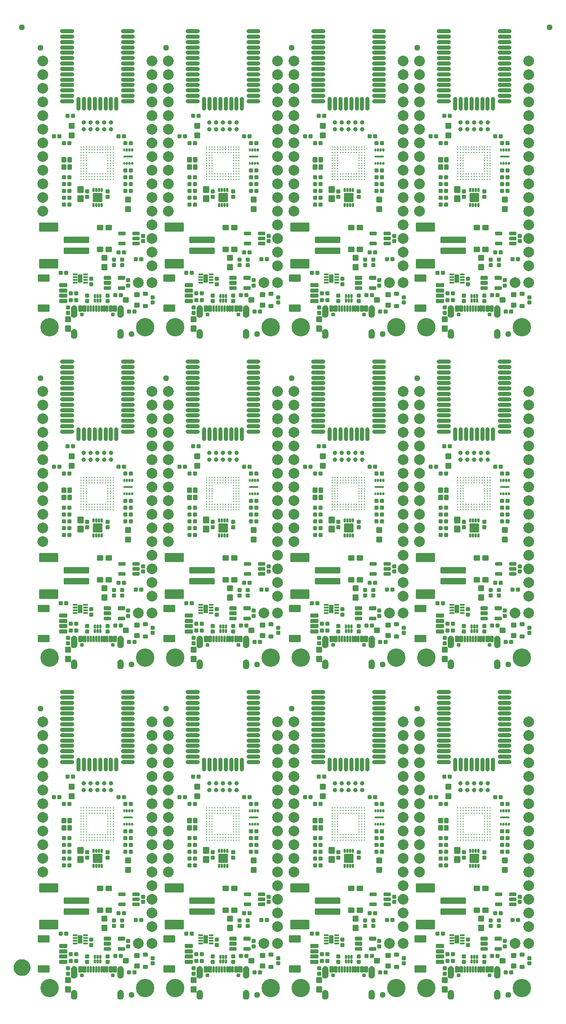
<source format=gts>
G04 EAGLE Gerber RS-274X export*
G75*
%MOMM*%
%FSLAX34Y34*%
%LPD*%
%INSoldermask Top*%
%IPPOS*%
%AMOC8*
5,1,8,0,0,1.08239X$1,22.5*%
G01*
%ADD10C,2.006600*%
%ADD11C,0.727000*%
%ADD12C,1.127000*%
%ADD13C,3.429000*%
%ADD14C,0.230578*%
%ADD15C,0.225369*%
%ADD16C,0.777000*%
%ADD17C,0.225400*%
%ADD18C,0.224509*%
%ADD19C,0.223409*%
%ADD20C,0.231750*%
%ADD21C,0.227100*%
%ADD22C,0.428259*%
%ADD23R,0.840000X0.440000*%
%ADD24R,0.940000X1.520000*%
%ADD25C,0.229969*%
%ADD26C,0.225588*%
%ADD27C,0.812800*%
%ADD28C,0.225938*%
%ADD29C,0.327000*%
%ADD30C,0.228900*%
%ADD31C,0.228019*%
%ADD32C,1.270000*%
%ADD33C,1.627000*%

G36*
X539744Y1272243D02*
X539744Y1272243D01*
X539750Y1272249D01*
X539755Y1272245D01*
X540985Y1272610D01*
X540990Y1272617D01*
X540995Y1272615D01*
X542114Y1273245D01*
X542117Y1273252D01*
X542123Y1273251D01*
X543073Y1274114D01*
X543074Y1274122D01*
X543080Y1274122D01*
X543814Y1275175D01*
X543814Y1275183D01*
X543819Y1275185D01*
X544301Y1276375D01*
X544299Y1276380D01*
X544303Y1276383D01*
X544302Y1276384D01*
X544304Y1276385D01*
X544509Y1277652D01*
X544506Y1277657D01*
X544509Y1277660D01*
X544509Y1289660D01*
X544506Y1289664D01*
X544509Y1289667D01*
X544354Y1290789D01*
X544349Y1290794D01*
X544352Y1290798D01*
X543981Y1291869D01*
X543975Y1291873D01*
X543977Y1291878D01*
X543404Y1292855D01*
X543398Y1292858D01*
X543399Y1292863D01*
X542646Y1293710D01*
X542639Y1293712D01*
X542639Y1293717D01*
X541736Y1294401D01*
X541729Y1294401D01*
X541728Y1294406D01*
X540709Y1294901D01*
X540702Y1294899D01*
X540700Y1294904D01*
X539603Y1295191D01*
X539597Y1295188D01*
X539594Y1295192D01*
X538463Y1295259D01*
X538457Y1295259D01*
X537326Y1295192D01*
X537321Y1295187D01*
X537317Y1295191D01*
X536220Y1294904D01*
X536216Y1294898D01*
X536211Y1294901D01*
X535192Y1294406D01*
X535189Y1294400D01*
X535184Y1294401D01*
X534281Y1293717D01*
X534279Y1293710D01*
X534274Y1293710D01*
X533521Y1292863D01*
X533521Y1292856D01*
X533516Y1292855D01*
X532943Y1291878D01*
X532944Y1291875D01*
X532943Y1291874D01*
X532944Y1291873D01*
X532944Y1291871D01*
X532939Y1291869D01*
X532568Y1290798D01*
X532570Y1290793D01*
X532567Y1290791D01*
X532567Y1290790D01*
X532566Y1290789D01*
X532411Y1289667D01*
X532414Y1289662D01*
X532411Y1289660D01*
X532411Y1277660D01*
X532414Y1277655D01*
X532411Y1277652D01*
X532616Y1276385D01*
X532622Y1276379D01*
X532619Y1276375D01*
X533101Y1275185D01*
X533108Y1275181D01*
X533106Y1275175D01*
X533840Y1274122D01*
X533848Y1274120D01*
X533847Y1274114D01*
X534797Y1273251D01*
X534806Y1273250D01*
X534806Y1273245D01*
X535925Y1272615D01*
X535933Y1272616D01*
X535935Y1272610D01*
X537165Y1272245D01*
X537173Y1272248D01*
X537176Y1272243D01*
X538457Y1272161D01*
X538461Y1272164D01*
X538463Y1272161D01*
X539744Y1272243D01*
G37*
G36*
X72384Y1272243D02*
X72384Y1272243D01*
X72390Y1272249D01*
X72395Y1272245D01*
X73625Y1272610D01*
X73630Y1272617D01*
X73635Y1272615D01*
X74754Y1273245D01*
X74757Y1273252D01*
X74763Y1273251D01*
X75713Y1274114D01*
X75714Y1274122D01*
X75720Y1274122D01*
X76454Y1275175D01*
X76454Y1275183D01*
X76459Y1275185D01*
X76941Y1276375D01*
X76939Y1276380D01*
X76943Y1276383D01*
X76942Y1276384D01*
X76944Y1276385D01*
X77149Y1277652D01*
X77146Y1277657D01*
X77149Y1277660D01*
X77149Y1289660D01*
X77146Y1289664D01*
X77149Y1289667D01*
X76994Y1290789D01*
X76989Y1290794D01*
X76992Y1290798D01*
X76621Y1291869D01*
X76615Y1291873D01*
X76617Y1291878D01*
X76044Y1292855D01*
X76038Y1292858D01*
X76039Y1292863D01*
X75286Y1293710D01*
X75279Y1293712D01*
X75279Y1293717D01*
X74376Y1294401D01*
X74369Y1294401D01*
X74368Y1294406D01*
X73349Y1294901D01*
X73342Y1294899D01*
X73340Y1294904D01*
X72243Y1295191D01*
X72237Y1295188D01*
X72234Y1295192D01*
X71103Y1295259D01*
X71097Y1295259D01*
X69966Y1295192D01*
X69961Y1295187D01*
X69957Y1295191D01*
X68860Y1294904D01*
X68856Y1294898D01*
X68851Y1294901D01*
X67832Y1294406D01*
X67829Y1294400D01*
X67824Y1294401D01*
X66921Y1293717D01*
X66919Y1293710D01*
X66914Y1293710D01*
X66161Y1292863D01*
X66161Y1292856D01*
X66156Y1292855D01*
X65583Y1291878D01*
X65584Y1291875D01*
X65583Y1291874D01*
X65584Y1291873D01*
X65584Y1291871D01*
X65579Y1291869D01*
X65208Y1290798D01*
X65210Y1290793D01*
X65207Y1290791D01*
X65207Y1290790D01*
X65206Y1290789D01*
X65051Y1289667D01*
X65054Y1289662D01*
X65051Y1289660D01*
X65051Y1277660D01*
X65054Y1277655D01*
X65051Y1277652D01*
X65256Y1276385D01*
X65262Y1276379D01*
X65259Y1276375D01*
X65741Y1275185D01*
X65748Y1275181D01*
X65746Y1275175D01*
X66480Y1274122D01*
X66488Y1274120D01*
X66487Y1274114D01*
X67437Y1273251D01*
X67446Y1273250D01*
X67446Y1273245D01*
X68565Y1272615D01*
X68573Y1272616D01*
X68575Y1272610D01*
X69805Y1272245D01*
X69813Y1272248D01*
X69816Y1272243D01*
X71097Y1272161D01*
X71101Y1272164D01*
X71103Y1272161D01*
X72384Y1272243D01*
G37*
G36*
X306064Y1272243D02*
X306064Y1272243D01*
X306070Y1272249D01*
X306075Y1272245D01*
X307305Y1272610D01*
X307310Y1272617D01*
X307315Y1272615D01*
X308434Y1273245D01*
X308437Y1273252D01*
X308443Y1273251D01*
X309393Y1274114D01*
X309394Y1274122D01*
X309400Y1274122D01*
X310134Y1275175D01*
X310134Y1275183D01*
X310139Y1275185D01*
X310621Y1276375D01*
X310619Y1276380D01*
X310623Y1276383D01*
X310622Y1276384D01*
X310624Y1276385D01*
X310829Y1277652D01*
X310826Y1277657D01*
X310829Y1277660D01*
X310829Y1289660D01*
X310826Y1289664D01*
X310829Y1289667D01*
X310674Y1290789D01*
X310669Y1290794D01*
X310672Y1290798D01*
X310301Y1291869D01*
X310295Y1291873D01*
X310297Y1291878D01*
X309724Y1292855D01*
X309718Y1292858D01*
X309719Y1292863D01*
X308966Y1293710D01*
X308959Y1293712D01*
X308959Y1293717D01*
X308056Y1294401D01*
X308049Y1294401D01*
X308048Y1294406D01*
X307029Y1294901D01*
X307022Y1294899D01*
X307020Y1294904D01*
X305923Y1295191D01*
X305917Y1295188D01*
X305914Y1295192D01*
X304783Y1295259D01*
X304777Y1295259D01*
X303646Y1295192D01*
X303641Y1295187D01*
X303637Y1295191D01*
X302540Y1294904D01*
X302536Y1294898D01*
X302531Y1294901D01*
X301512Y1294406D01*
X301509Y1294400D01*
X301504Y1294401D01*
X300601Y1293717D01*
X300599Y1293710D01*
X300594Y1293710D01*
X299841Y1292863D01*
X299841Y1292856D01*
X299836Y1292855D01*
X299263Y1291878D01*
X299264Y1291875D01*
X299263Y1291874D01*
X299264Y1291873D01*
X299264Y1291871D01*
X299259Y1291869D01*
X298888Y1290798D01*
X298890Y1290793D01*
X298887Y1290791D01*
X298887Y1290790D01*
X298886Y1290789D01*
X298731Y1289667D01*
X298734Y1289662D01*
X298731Y1289660D01*
X298731Y1277660D01*
X298734Y1277655D01*
X298731Y1277652D01*
X298936Y1276385D01*
X298942Y1276379D01*
X298939Y1276375D01*
X299421Y1275185D01*
X299428Y1275181D01*
X299426Y1275175D01*
X300160Y1274122D01*
X300168Y1274120D01*
X300167Y1274114D01*
X301117Y1273251D01*
X301126Y1273250D01*
X301126Y1273245D01*
X302245Y1272615D01*
X302253Y1272616D01*
X302255Y1272610D01*
X303485Y1272245D01*
X303493Y1272248D01*
X303496Y1272243D01*
X304777Y1272161D01*
X304781Y1272164D01*
X304783Y1272161D01*
X306064Y1272243D01*
G37*
G36*
X158784Y1272243D02*
X158784Y1272243D01*
X158790Y1272249D01*
X158795Y1272245D01*
X160025Y1272610D01*
X160030Y1272617D01*
X160035Y1272615D01*
X161154Y1273245D01*
X161157Y1273252D01*
X161163Y1273251D01*
X162113Y1274114D01*
X162114Y1274122D01*
X162120Y1274122D01*
X162854Y1275175D01*
X162854Y1275183D01*
X162859Y1275185D01*
X163341Y1276375D01*
X163339Y1276380D01*
X163343Y1276383D01*
X163342Y1276384D01*
X163344Y1276385D01*
X163549Y1277652D01*
X163546Y1277657D01*
X163549Y1277660D01*
X163549Y1289660D01*
X163546Y1289664D01*
X163549Y1289667D01*
X163394Y1290789D01*
X163389Y1290794D01*
X163392Y1290798D01*
X163021Y1291869D01*
X163015Y1291873D01*
X163017Y1291878D01*
X162444Y1292855D01*
X162438Y1292858D01*
X162439Y1292863D01*
X161686Y1293710D01*
X161679Y1293712D01*
X161679Y1293717D01*
X160776Y1294401D01*
X160769Y1294401D01*
X160768Y1294406D01*
X159749Y1294901D01*
X159742Y1294899D01*
X159740Y1294904D01*
X158643Y1295191D01*
X158637Y1295188D01*
X158634Y1295192D01*
X157503Y1295259D01*
X157497Y1295259D01*
X156366Y1295192D01*
X156361Y1295187D01*
X156357Y1295191D01*
X155260Y1294904D01*
X155256Y1294898D01*
X155251Y1294901D01*
X154232Y1294406D01*
X154229Y1294400D01*
X154224Y1294401D01*
X153321Y1293717D01*
X153319Y1293710D01*
X153314Y1293710D01*
X152561Y1292863D01*
X152561Y1292856D01*
X152556Y1292855D01*
X151983Y1291878D01*
X151984Y1291875D01*
X151983Y1291874D01*
X151984Y1291873D01*
X151984Y1291871D01*
X151979Y1291869D01*
X151608Y1290798D01*
X151610Y1290793D01*
X151607Y1290791D01*
X151607Y1290790D01*
X151606Y1290789D01*
X151451Y1289667D01*
X151454Y1289662D01*
X151451Y1289660D01*
X151451Y1277660D01*
X151454Y1277655D01*
X151451Y1277652D01*
X151656Y1276385D01*
X151662Y1276379D01*
X151659Y1276375D01*
X152141Y1275185D01*
X152148Y1275181D01*
X152146Y1275175D01*
X152880Y1274122D01*
X152888Y1274120D01*
X152887Y1274114D01*
X153837Y1273251D01*
X153846Y1273250D01*
X153846Y1273245D01*
X154965Y1272615D01*
X154973Y1272616D01*
X154975Y1272610D01*
X156205Y1272245D01*
X156213Y1272248D01*
X156216Y1272243D01*
X157497Y1272161D01*
X157501Y1272164D01*
X157503Y1272161D01*
X158784Y1272243D01*
G37*
G36*
X392464Y1272243D02*
X392464Y1272243D01*
X392470Y1272249D01*
X392475Y1272245D01*
X393705Y1272610D01*
X393710Y1272617D01*
X393715Y1272615D01*
X394834Y1273245D01*
X394837Y1273252D01*
X394843Y1273251D01*
X395793Y1274114D01*
X395794Y1274122D01*
X395800Y1274122D01*
X396534Y1275175D01*
X396534Y1275183D01*
X396539Y1275185D01*
X397021Y1276375D01*
X397019Y1276380D01*
X397023Y1276383D01*
X397022Y1276384D01*
X397024Y1276385D01*
X397229Y1277652D01*
X397226Y1277657D01*
X397229Y1277660D01*
X397229Y1289660D01*
X397226Y1289664D01*
X397229Y1289667D01*
X397074Y1290789D01*
X397069Y1290794D01*
X397072Y1290798D01*
X396701Y1291869D01*
X396695Y1291873D01*
X396697Y1291878D01*
X396124Y1292855D01*
X396118Y1292858D01*
X396119Y1292863D01*
X395366Y1293710D01*
X395359Y1293712D01*
X395359Y1293717D01*
X394456Y1294401D01*
X394449Y1294401D01*
X394448Y1294406D01*
X393429Y1294901D01*
X393422Y1294899D01*
X393420Y1294904D01*
X392323Y1295191D01*
X392317Y1295188D01*
X392314Y1295192D01*
X391183Y1295259D01*
X391177Y1295259D01*
X390046Y1295192D01*
X390041Y1295187D01*
X390037Y1295191D01*
X388940Y1294904D01*
X388936Y1294898D01*
X388931Y1294901D01*
X387912Y1294406D01*
X387909Y1294400D01*
X387904Y1294401D01*
X387001Y1293717D01*
X386999Y1293710D01*
X386994Y1293710D01*
X386241Y1292863D01*
X386241Y1292856D01*
X386236Y1292855D01*
X385663Y1291878D01*
X385664Y1291875D01*
X385663Y1291874D01*
X385664Y1291873D01*
X385664Y1291871D01*
X385659Y1291869D01*
X385288Y1290798D01*
X385290Y1290793D01*
X385287Y1290791D01*
X385287Y1290790D01*
X385286Y1290789D01*
X385131Y1289667D01*
X385134Y1289662D01*
X385131Y1289660D01*
X385131Y1277660D01*
X385134Y1277655D01*
X385131Y1277652D01*
X385336Y1276385D01*
X385342Y1276379D01*
X385339Y1276375D01*
X385821Y1275185D01*
X385828Y1275181D01*
X385826Y1275175D01*
X386560Y1274122D01*
X386568Y1274120D01*
X386567Y1274114D01*
X387517Y1273251D01*
X387526Y1273250D01*
X387526Y1273245D01*
X388645Y1272615D01*
X388653Y1272616D01*
X388655Y1272610D01*
X389885Y1272245D01*
X389893Y1272248D01*
X389896Y1272243D01*
X391177Y1272161D01*
X391181Y1272164D01*
X391183Y1272161D01*
X392464Y1272243D01*
G37*
G36*
X626144Y1272243D02*
X626144Y1272243D01*
X626150Y1272249D01*
X626155Y1272245D01*
X627385Y1272610D01*
X627390Y1272617D01*
X627395Y1272615D01*
X628514Y1273245D01*
X628517Y1273252D01*
X628523Y1273251D01*
X629473Y1274114D01*
X629474Y1274122D01*
X629480Y1274122D01*
X630214Y1275175D01*
X630214Y1275183D01*
X630219Y1275185D01*
X630701Y1276375D01*
X630699Y1276380D01*
X630703Y1276383D01*
X630702Y1276384D01*
X630704Y1276385D01*
X630909Y1277652D01*
X630906Y1277657D01*
X630909Y1277660D01*
X630909Y1289660D01*
X630906Y1289664D01*
X630909Y1289667D01*
X630754Y1290789D01*
X630749Y1290794D01*
X630752Y1290798D01*
X630381Y1291869D01*
X630375Y1291873D01*
X630377Y1291878D01*
X629804Y1292855D01*
X629798Y1292858D01*
X629799Y1292863D01*
X629046Y1293710D01*
X629039Y1293712D01*
X629039Y1293717D01*
X628136Y1294401D01*
X628129Y1294401D01*
X628128Y1294406D01*
X627109Y1294901D01*
X627102Y1294899D01*
X627100Y1294904D01*
X626003Y1295191D01*
X625997Y1295188D01*
X625994Y1295192D01*
X624863Y1295259D01*
X624857Y1295259D01*
X623726Y1295192D01*
X623721Y1295187D01*
X623717Y1295191D01*
X622620Y1294904D01*
X622616Y1294898D01*
X622611Y1294901D01*
X621592Y1294406D01*
X621589Y1294400D01*
X621584Y1294401D01*
X620681Y1293717D01*
X620679Y1293710D01*
X620674Y1293710D01*
X619921Y1292863D01*
X619921Y1292856D01*
X619916Y1292855D01*
X619343Y1291878D01*
X619344Y1291875D01*
X619343Y1291874D01*
X619344Y1291873D01*
X619344Y1291871D01*
X619339Y1291869D01*
X618968Y1290798D01*
X618970Y1290793D01*
X618967Y1290791D01*
X618967Y1290790D01*
X618966Y1290789D01*
X618811Y1289667D01*
X618814Y1289662D01*
X618811Y1289660D01*
X618811Y1277660D01*
X618814Y1277655D01*
X618811Y1277652D01*
X619016Y1276385D01*
X619022Y1276379D01*
X619019Y1276375D01*
X619501Y1275185D01*
X619508Y1275181D01*
X619506Y1275175D01*
X620240Y1274122D01*
X620248Y1274120D01*
X620247Y1274114D01*
X621197Y1273251D01*
X621206Y1273250D01*
X621206Y1273245D01*
X622325Y1272615D01*
X622333Y1272616D01*
X622335Y1272610D01*
X623565Y1272245D01*
X623573Y1272248D01*
X623576Y1272243D01*
X624857Y1272161D01*
X624861Y1272164D01*
X624863Y1272161D01*
X626144Y1272243D01*
G37*
G36*
X859824Y1272243D02*
X859824Y1272243D01*
X859830Y1272249D01*
X859835Y1272245D01*
X861065Y1272610D01*
X861070Y1272617D01*
X861075Y1272615D01*
X862194Y1273245D01*
X862197Y1273252D01*
X862203Y1273251D01*
X863153Y1274114D01*
X863154Y1274122D01*
X863160Y1274122D01*
X863894Y1275175D01*
X863894Y1275183D01*
X863899Y1275185D01*
X864381Y1276375D01*
X864379Y1276380D01*
X864383Y1276383D01*
X864382Y1276384D01*
X864384Y1276385D01*
X864589Y1277652D01*
X864586Y1277657D01*
X864589Y1277660D01*
X864589Y1289660D01*
X864586Y1289664D01*
X864589Y1289667D01*
X864434Y1290789D01*
X864429Y1290794D01*
X864432Y1290798D01*
X864061Y1291869D01*
X864055Y1291873D01*
X864057Y1291878D01*
X863484Y1292855D01*
X863478Y1292858D01*
X863479Y1292863D01*
X862726Y1293710D01*
X862719Y1293712D01*
X862719Y1293717D01*
X861816Y1294401D01*
X861809Y1294401D01*
X861808Y1294406D01*
X860789Y1294901D01*
X860782Y1294899D01*
X860780Y1294904D01*
X859683Y1295191D01*
X859677Y1295188D01*
X859674Y1295192D01*
X858543Y1295259D01*
X858537Y1295259D01*
X857406Y1295192D01*
X857401Y1295187D01*
X857397Y1295191D01*
X856300Y1294904D01*
X856296Y1294898D01*
X856291Y1294901D01*
X855272Y1294406D01*
X855269Y1294400D01*
X855264Y1294401D01*
X854361Y1293717D01*
X854359Y1293710D01*
X854354Y1293710D01*
X853601Y1292863D01*
X853601Y1292856D01*
X853596Y1292855D01*
X853023Y1291878D01*
X853024Y1291875D01*
X853023Y1291874D01*
X853024Y1291873D01*
X853024Y1291871D01*
X853019Y1291869D01*
X852648Y1290798D01*
X852650Y1290793D01*
X852647Y1290791D01*
X852647Y1290790D01*
X852646Y1290789D01*
X852491Y1289667D01*
X852494Y1289662D01*
X852491Y1289660D01*
X852491Y1277660D01*
X852494Y1277655D01*
X852491Y1277652D01*
X852696Y1276385D01*
X852702Y1276379D01*
X852699Y1276375D01*
X853181Y1275185D01*
X853188Y1275181D01*
X853186Y1275175D01*
X853920Y1274122D01*
X853928Y1274120D01*
X853927Y1274114D01*
X854877Y1273251D01*
X854886Y1273250D01*
X854886Y1273245D01*
X856005Y1272615D01*
X856013Y1272616D01*
X856015Y1272610D01*
X857245Y1272245D01*
X857253Y1272248D01*
X857256Y1272243D01*
X858537Y1272161D01*
X858541Y1272164D01*
X858543Y1272161D01*
X859824Y1272243D01*
G37*
G36*
X773424Y1272243D02*
X773424Y1272243D01*
X773430Y1272249D01*
X773435Y1272245D01*
X774665Y1272610D01*
X774670Y1272617D01*
X774675Y1272615D01*
X775794Y1273245D01*
X775797Y1273252D01*
X775803Y1273251D01*
X776753Y1274114D01*
X776754Y1274122D01*
X776760Y1274122D01*
X777494Y1275175D01*
X777494Y1275183D01*
X777499Y1275185D01*
X777981Y1276375D01*
X777979Y1276380D01*
X777983Y1276383D01*
X777982Y1276384D01*
X777984Y1276385D01*
X778189Y1277652D01*
X778186Y1277657D01*
X778189Y1277660D01*
X778189Y1289660D01*
X778186Y1289664D01*
X778189Y1289667D01*
X778034Y1290789D01*
X778029Y1290794D01*
X778032Y1290798D01*
X777661Y1291869D01*
X777655Y1291873D01*
X777657Y1291878D01*
X777084Y1292855D01*
X777078Y1292858D01*
X777079Y1292863D01*
X776326Y1293710D01*
X776319Y1293712D01*
X776319Y1293717D01*
X775416Y1294401D01*
X775409Y1294401D01*
X775408Y1294406D01*
X774389Y1294901D01*
X774382Y1294899D01*
X774380Y1294904D01*
X773283Y1295191D01*
X773277Y1295188D01*
X773274Y1295192D01*
X772143Y1295259D01*
X772137Y1295259D01*
X771006Y1295192D01*
X771001Y1295187D01*
X770997Y1295191D01*
X769900Y1294904D01*
X769896Y1294898D01*
X769891Y1294901D01*
X768872Y1294406D01*
X768869Y1294400D01*
X768864Y1294401D01*
X767961Y1293717D01*
X767959Y1293710D01*
X767954Y1293710D01*
X767201Y1292863D01*
X767201Y1292856D01*
X767196Y1292855D01*
X766623Y1291878D01*
X766624Y1291875D01*
X766623Y1291874D01*
X766624Y1291873D01*
X766624Y1291871D01*
X766619Y1291869D01*
X766248Y1290798D01*
X766250Y1290793D01*
X766247Y1290791D01*
X766247Y1290790D01*
X766246Y1290789D01*
X766091Y1289667D01*
X766094Y1289662D01*
X766091Y1289660D01*
X766091Y1277660D01*
X766094Y1277655D01*
X766091Y1277652D01*
X766296Y1276385D01*
X766302Y1276379D01*
X766299Y1276375D01*
X766781Y1275185D01*
X766788Y1275181D01*
X766786Y1275175D01*
X767520Y1274122D01*
X767528Y1274120D01*
X767527Y1274114D01*
X768477Y1273251D01*
X768486Y1273250D01*
X768486Y1273245D01*
X769605Y1272615D01*
X769613Y1272616D01*
X769615Y1272610D01*
X770845Y1272245D01*
X770853Y1272248D01*
X770856Y1272243D01*
X772137Y1272161D01*
X772141Y1272164D01*
X772143Y1272161D01*
X773424Y1272243D01*
G37*
G36*
X626144Y657563D02*
X626144Y657563D01*
X626150Y657569D01*
X626155Y657565D01*
X627385Y657930D01*
X627390Y657937D01*
X627395Y657935D01*
X628514Y658565D01*
X628517Y658572D01*
X628523Y658571D01*
X629473Y659434D01*
X629474Y659442D01*
X629480Y659442D01*
X630214Y660495D01*
X630214Y660503D01*
X630219Y660505D01*
X630701Y661695D01*
X630699Y661700D01*
X630703Y661703D01*
X630702Y661704D01*
X630704Y661705D01*
X630909Y662972D01*
X630906Y662977D01*
X630909Y662980D01*
X630909Y674980D01*
X630906Y674984D01*
X630909Y674987D01*
X630754Y676109D01*
X630749Y676114D01*
X630752Y676118D01*
X630381Y677189D01*
X630375Y677193D01*
X630377Y677198D01*
X629804Y678175D01*
X629798Y678178D01*
X629799Y678183D01*
X629046Y679030D01*
X629039Y679032D01*
X629039Y679037D01*
X628136Y679721D01*
X628129Y679721D01*
X628128Y679726D01*
X627109Y680221D01*
X627102Y680219D01*
X627100Y680224D01*
X626003Y680511D01*
X625997Y680508D01*
X625994Y680512D01*
X624863Y680579D01*
X624857Y680579D01*
X623726Y680512D01*
X623721Y680507D01*
X623717Y680511D01*
X622620Y680224D01*
X622616Y680218D01*
X622611Y680221D01*
X621592Y679726D01*
X621589Y679720D01*
X621584Y679721D01*
X620681Y679037D01*
X620679Y679030D01*
X620674Y679030D01*
X619921Y678183D01*
X619921Y678176D01*
X619916Y678175D01*
X619343Y677198D01*
X619344Y677195D01*
X619343Y677194D01*
X619344Y677193D01*
X619344Y677191D01*
X619339Y677189D01*
X618968Y676118D01*
X618970Y676113D01*
X618967Y676111D01*
X618967Y676110D01*
X618966Y676109D01*
X618811Y674987D01*
X618814Y674982D01*
X618811Y674980D01*
X618811Y662980D01*
X618814Y662975D01*
X618811Y662972D01*
X619016Y661705D01*
X619022Y661699D01*
X619019Y661695D01*
X619501Y660505D01*
X619508Y660501D01*
X619506Y660495D01*
X620240Y659442D01*
X620248Y659440D01*
X620247Y659434D01*
X621197Y658571D01*
X621206Y658570D01*
X621206Y658565D01*
X622325Y657935D01*
X622333Y657936D01*
X622335Y657930D01*
X623565Y657565D01*
X623573Y657568D01*
X623576Y657563D01*
X624857Y657481D01*
X624861Y657484D01*
X624863Y657481D01*
X626144Y657563D01*
G37*
G36*
X392464Y657563D02*
X392464Y657563D01*
X392470Y657569D01*
X392475Y657565D01*
X393705Y657930D01*
X393710Y657937D01*
X393715Y657935D01*
X394834Y658565D01*
X394837Y658572D01*
X394843Y658571D01*
X395793Y659434D01*
X395794Y659442D01*
X395800Y659442D01*
X396534Y660495D01*
X396534Y660503D01*
X396539Y660505D01*
X397021Y661695D01*
X397019Y661700D01*
X397023Y661703D01*
X397022Y661704D01*
X397024Y661705D01*
X397229Y662972D01*
X397226Y662977D01*
X397229Y662980D01*
X397229Y674980D01*
X397226Y674984D01*
X397229Y674987D01*
X397074Y676109D01*
X397069Y676114D01*
X397072Y676118D01*
X396701Y677189D01*
X396695Y677193D01*
X396697Y677198D01*
X396124Y678175D01*
X396118Y678178D01*
X396119Y678183D01*
X395366Y679030D01*
X395359Y679032D01*
X395359Y679037D01*
X394456Y679721D01*
X394449Y679721D01*
X394448Y679726D01*
X393429Y680221D01*
X393422Y680219D01*
X393420Y680224D01*
X392323Y680511D01*
X392317Y680508D01*
X392314Y680512D01*
X391183Y680579D01*
X391177Y680579D01*
X390046Y680512D01*
X390041Y680507D01*
X390037Y680511D01*
X388940Y680224D01*
X388936Y680218D01*
X388931Y680221D01*
X387912Y679726D01*
X387909Y679720D01*
X387904Y679721D01*
X387001Y679037D01*
X386999Y679030D01*
X386994Y679030D01*
X386241Y678183D01*
X386241Y678176D01*
X386236Y678175D01*
X385663Y677198D01*
X385664Y677195D01*
X385663Y677194D01*
X385664Y677193D01*
X385664Y677191D01*
X385659Y677189D01*
X385288Y676118D01*
X385290Y676113D01*
X385287Y676111D01*
X385287Y676110D01*
X385286Y676109D01*
X385131Y674987D01*
X385134Y674982D01*
X385131Y674980D01*
X385131Y662980D01*
X385134Y662975D01*
X385131Y662972D01*
X385336Y661705D01*
X385342Y661699D01*
X385339Y661695D01*
X385821Y660505D01*
X385828Y660501D01*
X385826Y660495D01*
X386560Y659442D01*
X386568Y659440D01*
X386567Y659434D01*
X387517Y658571D01*
X387526Y658570D01*
X387526Y658565D01*
X388645Y657935D01*
X388653Y657936D01*
X388655Y657930D01*
X389885Y657565D01*
X389893Y657568D01*
X389896Y657563D01*
X391177Y657481D01*
X391181Y657484D01*
X391183Y657481D01*
X392464Y657563D01*
G37*
G36*
X306064Y657563D02*
X306064Y657563D01*
X306070Y657569D01*
X306075Y657565D01*
X307305Y657930D01*
X307310Y657937D01*
X307315Y657935D01*
X308434Y658565D01*
X308437Y658572D01*
X308443Y658571D01*
X309393Y659434D01*
X309394Y659442D01*
X309400Y659442D01*
X310134Y660495D01*
X310134Y660503D01*
X310139Y660505D01*
X310621Y661695D01*
X310619Y661700D01*
X310623Y661703D01*
X310622Y661704D01*
X310624Y661705D01*
X310829Y662972D01*
X310826Y662977D01*
X310829Y662980D01*
X310829Y674980D01*
X310826Y674984D01*
X310829Y674987D01*
X310674Y676109D01*
X310669Y676114D01*
X310672Y676118D01*
X310301Y677189D01*
X310295Y677193D01*
X310297Y677198D01*
X309724Y678175D01*
X309718Y678178D01*
X309719Y678183D01*
X308966Y679030D01*
X308959Y679032D01*
X308959Y679037D01*
X308056Y679721D01*
X308049Y679721D01*
X308048Y679726D01*
X307029Y680221D01*
X307022Y680219D01*
X307020Y680224D01*
X305923Y680511D01*
X305917Y680508D01*
X305914Y680512D01*
X304783Y680579D01*
X304777Y680579D01*
X303646Y680512D01*
X303641Y680507D01*
X303637Y680511D01*
X302540Y680224D01*
X302536Y680218D01*
X302531Y680221D01*
X301512Y679726D01*
X301509Y679720D01*
X301504Y679721D01*
X300601Y679037D01*
X300599Y679030D01*
X300594Y679030D01*
X299841Y678183D01*
X299841Y678176D01*
X299836Y678175D01*
X299263Y677198D01*
X299264Y677195D01*
X299263Y677194D01*
X299264Y677193D01*
X299264Y677191D01*
X299259Y677189D01*
X298888Y676118D01*
X298890Y676113D01*
X298887Y676111D01*
X298887Y676110D01*
X298886Y676109D01*
X298731Y674987D01*
X298734Y674982D01*
X298731Y674980D01*
X298731Y662980D01*
X298734Y662975D01*
X298731Y662972D01*
X298936Y661705D01*
X298942Y661699D01*
X298939Y661695D01*
X299421Y660505D01*
X299428Y660501D01*
X299426Y660495D01*
X300160Y659442D01*
X300168Y659440D01*
X300167Y659434D01*
X301117Y658571D01*
X301126Y658570D01*
X301126Y658565D01*
X302245Y657935D01*
X302253Y657936D01*
X302255Y657930D01*
X303485Y657565D01*
X303493Y657568D01*
X303496Y657563D01*
X304777Y657481D01*
X304781Y657484D01*
X304783Y657481D01*
X306064Y657563D01*
G37*
G36*
X72384Y657563D02*
X72384Y657563D01*
X72390Y657569D01*
X72395Y657565D01*
X73625Y657930D01*
X73630Y657937D01*
X73635Y657935D01*
X74754Y658565D01*
X74757Y658572D01*
X74763Y658571D01*
X75713Y659434D01*
X75714Y659442D01*
X75720Y659442D01*
X76454Y660495D01*
X76454Y660503D01*
X76459Y660505D01*
X76941Y661695D01*
X76939Y661700D01*
X76943Y661703D01*
X76942Y661704D01*
X76944Y661705D01*
X77149Y662972D01*
X77146Y662977D01*
X77149Y662980D01*
X77149Y674980D01*
X77146Y674984D01*
X77149Y674987D01*
X76994Y676109D01*
X76989Y676114D01*
X76992Y676118D01*
X76621Y677189D01*
X76615Y677193D01*
X76617Y677198D01*
X76044Y678175D01*
X76038Y678178D01*
X76039Y678183D01*
X75286Y679030D01*
X75279Y679032D01*
X75279Y679037D01*
X74376Y679721D01*
X74369Y679721D01*
X74368Y679726D01*
X73349Y680221D01*
X73342Y680219D01*
X73340Y680224D01*
X72243Y680511D01*
X72237Y680508D01*
X72234Y680512D01*
X71103Y680579D01*
X71097Y680579D01*
X69966Y680512D01*
X69961Y680507D01*
X69957Y680511D01*
X68860Y680224D01*
X68856Y680218D01*
X68851Y680221D01*
X67832Y679726D01*
X67829Y679720D01*
X67824Y679721D01*
X66921Y679037D01*
X66919Y679030D01*
X66914Y679030D01*
X66161Y678183D01*
X66161Y678176D01*
X66156Y678175D01*
X65583Y677198D01*
X65584Y677195D01*
X65583Y677194D01*
X65584Y677193D01*
X65584Y677191D01*
X65579Y677189D01*
X65208Y676118D01*
X65210Y676113D01*
X65207Y676111D01*
X65207Y676110D01*
X65206Y676109D01*
X65051Y674987D01*
X65054Y674982D01*
X65051Y674980D01*
X65051Y662980D01*
X65054Y662975D01*
X65051Y662972D01*
X65256Y661705D01*
X65262Y661699D01*
X65259Y661695D01*
X65741Y660505D01*
X65748Y660501D01*
X65746Y660495D01*
X66480Y659442D01*
X66488Y659440D01*
X66487Y659434D01*
X67437Y658571D01*
X67446Y658570D01*
X67446Y658565D01*
X68565Y657935D01*
X68573Y657936D01*
X68575Y657930D01*
X69805Y657565D01*
X69813Y657568D01*
X69816Y657563D01*
X71097Y657481D01*
X71101Y657484D01*
X71103Y657481D01*
X72384Y657563D01*
G37*
G36*
X859824Y657563D02*
X859824Y657563D01*
X859830Y657569D01*
X859835Y657565D01*
X861065Y657930D01*
X861070Y657937D01*
X861075Y657935D01*
X862194Y658565D01*
X862197Y658572D01*
X862203Y658571D01*
X863153Y659434D01*
X863154Y659442D01*
X863160Y659442D01*
X863894Y660495D01*
X863894Y660503D01*
X863899Y660505D01*
X864381Y661695D01*
X864379Y661700D01*
X864383Y661703D01*
X864382Y661704D01*
X864384Y661705D01*
X864589Y662972D01*
X864586Y662977D01*
X864589Y662980D01*
X864589Y674980D01*
X864586Y674984D01*
X864589Y674987D01*
X864434Y676109D01*
X864429Y676114D01*
X864432Y676118D01*
X864061Y677189D01*
X864055Y677193D01*
X864057Y677198D01*
X863484Y678175D01*
X863478Y678178D01*
X863479Y678183D01*
X862726Y679030D01*
X862719Y679032D01*
X862719Y679037D01*
X861816Y679721D01*
X861809Y679721D01*
X861808Y679726D01*
X860789Y680221D01*
X860782Y680219D01*
X860780Y680224D01*
X859683Y680511D01*
X859677Y680508D01*
X859674Y680512D01*
X858543Y680579D01*
X858537Y680579D01*
X857406Y680512D01*
X857401Y680507D01*
X857397Y680511D01*
X856300Y680224D01*
X856296Y680218D01*
X856291Y680221D01*
X855272Y679726D01*
X855269Y679720D01*
X855264Y679721D01*
X854361Y679037D01*
X854359Y679030D01*
X854354Y679030D01*
X853601Y678183D01*
X853601Y678176D01*
X853596Y678175D01*
X853023Y677198D01*
X853024Y677195D01*
X853023Y677194D01*
X853024Y677193D01*
X853024Y677191D01*
X853019Y677189D01*
X852648Y676118D01*
X852650Y676113D01*
X852647Y676111D01*
X852647Y676110D01*
X852646Y676109D01*
X852491Y674987D01*
X852494Y674982D01*
X852491Y674980D01*
X852491Y662980D01*
X852494Y662975D01*
X852491Y662972D01*
X852696Y661705D01*
X852702Y661699D01*
X852699Y661695D01*
X853181Y660505D01*
X853188Y660501D01*
X853186Y660495D01*
X853920Y659442D01*
X853928Y659440D01*
X853927Y659434D01*
X854877Y658571D01*
X854886Y658570D01*
X854886Y658565D01*
X856005Y657935D01*
X856013Y657936D01*
X856015Y657930D01*
X857245Y657565D01*
X857253Y657568D01*
X857256Y657563D01*
X858537Y657481D01*
X858541Y657484D01*
X858543Y657481D01*
X859824Y657563D01*
G37*
G36*
X539744Y657563D02*
X539744Y657563D01*
X539750Y657569D01*
X539755Y657565D01*
X540985Y657930D01*
X540990Y657937D01*
X540995Y657935D01*
X542114Y658565D01*
X542117Y658572D01*
X542123Y658571D01*
X543073Y659434D01*
X543074Y659442D01*
X543080Y659442D01*
X543814Y660495D01*
X543814Y660503D01*
X543819Y660505D01*
X544301Y661695D01*
X544299Y661700D01*
X544303Y661703D01*
X544302Y661704D01*
X544304Y661705D01*
X544509Y662972D01*
X544506Y662977D01*
X544509Y662980D01*
X544509Y674980D01*
X544506Y674984D01*
X544509Y674987D01*
X544354Y676109D01*
X544349Y676114D01*
X544352Y676118D01*
X543981Y677189D01*
X543975Y677193D01*
X543977Y677198D01*
X543404Y678175D01*
X543398Y678178D01*
X543399Y678183D01*
X542646Y679030D01*
X542639Y679032D01*
X542639Y679037D01*
X541736Y679721D01*
X541729Y679721D01*
X541728Y679726D01*
X540709Y680221D01*
X540702Y680219D01*
X540700Y680224D01*
X539603Y680511D01*
X539597Y680508D01*
X539594Y680512D01*
X538463Y680579D01*
X538457Y680579D01*
X537326Y680512D01*
X537321Y680507D01*
X537317Y680511D01*
X536220Y680224D01*
X536216Y680218D01*
X536211Y680221D01*
X535192Y679726D01*
X535189Y679720D01*
X535184Y679721D01*
X534281Y679037D01*
X534279Y679030D01*
X534274Y679030D01*
X533521Y678183D01*
X533521Y678176D01*
X533516Y678175D01*
X532943Y677198D01*
X532944Y677195D01*
X532943Y677194D01*
X532944Y677193D01*
X532944Y677191D01*
X532939Y677189D01*
X532568Y676118D01*
X532570Y676113D01*
X532567Y676111D01*
X532567Y676110D01*
X532566Y676109D01*
X532411Y674987D01*
X532414Y674982D01*
X532411Y674980D01*
X532411Y662980D01*
X532414Y662975D01*
X532411Y662972D01*
X532616Y661705D01*
X532622Y661699D01*
X532619Y661695D01*
X533101Y660505D01*
X533108Y660501D01*
X533106Y660495D01*
X533840Y659442D01*
X533848Y659440D01*
X533847Y659434D01*
X534797Y658571D01*
X534806Y658570D01*
X534806Y658565D01*
X535925Y657935D01*
X535933Y657936D01*
X535935Y657930D01*
X537165Y657565D01*
X537173Y657568D01*
X537176Y657563D01*
X538457Y657481D01*
X538461Y657484D01*
X538463Y657481D01*
X539744Y657563D01*
G37*
G36*
X158784Y657563D02*
X158784Y657563D01*
X158790Y657569D01*
X158795Y657565D01*
X160025Y657930D01*
X160030Y657937D01*
X160035Y657935D01*
X161154Y658565D01*
X161157Y658572D01*
X161163Y658571D01*
X162113Y659434D01*
X162114Y659442D01*
X162120Y659442D01*
X162854Y660495D01*
X162854Y660503D01*
X162859Y660505D01*
X163341Y661695D01*
X163339Y661700D01*
X163343Y661703D01*
X163342Y661704D01*
X163344Y661705D01*
X163549Y662972D01*
X163546Y662977D01*
X163549Y662980D01*
X163549Y674980D01*
X163546Y674984D01*
X163549Y674987D01*
X163394Y676109D01*
X163389Y676114D01*
X163392Y676118D01*
X163021Y677189D01*
X163015Y677193D01*
X163017Y677198D01*
X162444Y678175D01*
X162438Y678178D01*
X162439Y678183D01*
X161686Y679030D01*
X161679Y679032D01*
X161679Y679037D01*
X160776Y679721D01*
X160769Y679721D01*
X160768Y679726D01*
X159749Y680221D01*
X159742Y680219D01*
X159740Y680224D01*
X158643Y680511D01*
X158637Y680508D01*
X158634Y680512D01*
X157503Y680579D01*
X157497Y680579D01*
X156366Y680512D01*
X156361Y680507D01*
X156357Y680511D01*
X155260Y680224D01*
X155256Y680218D01*
X155251Y680221D01*
X154232Y679726D01*
X154229Y679720D01*
X154224Y679721D01*
X153321Y679037D01*
X153319Y679030D01*
X153314Y679030D01*
X152561Y678183D01*
X152561Y678176D01*
X152556Y678175D01*
X151983Y677198D01*
X151984Y677195D01*
X151983Y677194D01*
X151984Y677193D01*
X151984Y677191D01*
X151979Y677189D01*
X151608Y676118D01*
X151610Y676113D01*
X151607Y676111D01*
X151607Y676110D01*
X151606Y676109D01*
X151451Y674987D01*
X151454Y674982D01*
X151451Y674980D01*
X151451Y662980D01*
X151454Y662975D01*
X151451Y662972D01*
X151656Y661705D01*
X151662Y661699D01*
X151659Y661695D01*
X152141Y660505D01*
X152148Y660501D01*
X152146Y660495D01*
X152880Y659442D01*
X152888Y659440D01*
X152887Y659434D01*
X153837Y658571D01*
X153846Y658570D01*
X153846Y658565D01*
X154965Y657935D01*
X154973Y657936D01*
X154975Y657930D01*
X156205Y657565D01*
X156213Y657568D01*
X156216Y657563D01*
X157497Y657481D01*
X157501Y657484D01*
X157503Y657481D01*
X158784Y657563D01*
G37*
G36*
X773424Y657563D02*
X773424Y657563D01*
X773430Y657569D01*
X773435Y657565D01*
X774665Y657930D01*
X774670Y657937D01*
X774675Y657935D01*
X775794Y658565D01*
X775797Y658572D01*
X775803Y658571D01*
X776753Y659434D01*
X776754Y659442D01*
X776760Y659442D01*
X777494Y660495D01*
X777494Y660503D01*
X777499Y660505D01*
X777981Y661695D01*
X777979Y661700D01*
X777983Y661703D01*
X777982Y661704D01*
X777984Y661705D01*
X778189Y662972D01*
X778186Y662977D01*
X778189Y662980D01*
X778189Y674980D01*
X778186Y674984D01*
X778189Y674987D01*
X778034Y676109D01*
X778029Y676114D01*
X778032Y676118D01*
X777661Y677189D01*
X777655Y677193D01*
X777657Y677198D01*
X777084Y678175D01*
X777078Y678178D01*
X777079Y678183D01*
X776326Y679030D01*
X776319Y679032D01*
X776319Y679037D01*
X775416Y679721D01*
X775409Y679721D01*
X775408Y679726D01*
X774389Y680221D01*
X774382Y680219D01*
X774380Y680224D01*
X773283Y680511D01*
X773277Y680508D01*
X773274Y680512D01*
X772143Y680579D01*
X772137Y680579D01*
X771006Y680512D01*
X771001Y680507D01*
X770997Y680511D01*
X769900Y680224D01*
X769896Y680218D01*
X769891Y680221D01*
X768872Y679726D01*
X768869Y679720D01*
X768864Y679721D01*
X767961Y679037D01*
X767959Y679030D01*
X767954Y679030D01*
X767201Y678183D01*
X767201Y678176D01*
X767196Y678175D01*
X766623Y677198D01*
X766624Y677195D01*
X766623Y677194D01*
X766624Y677193D01*
X766624Y677191D01*
X766619Y677189D01*
X766248Y676118D01*
X766250Y676113D01*
X766247Y676111D01*
X766247Y676110D01*
X766246Y676109D01*
X766091Y674987D01*
X766094Y674982D01*
X766091Y674980D01*
X766091Y662980D01*
X766094Y662975D01*
X766091Y662972D01*
X766296Y661705D01*
X766302Y661699D01*
X766299Y661695D01*
X766781Y660505D01*
X766788Y660501D01*
X766786Y660495D01*
X767520Y659442D01*
X767528Y659440D01*
X767527Y659434D01*
X768477Y658571D01*
X768486Y658570D01*
X768486Y658565D01*
X769605Y657935D01*
X769613Y657936D01*
X769615Y657930D01*
X770845Y657565D01*
X770853Y657568D01*
X770856Y657563D01*
X772137Y657481D01*
X772141Y657484D01*
X772143Y657481D01*
X773424Y657563D01*
G37*
G36*
X626144Y42883D02*
X626144Y42883D01*
X626150Y42889D01*
X626155Y42885D01*
X627385Y43250D01*
X627390Y43257D01*
X627395Y43255D01*
X628514Y43885D01*
X628517Y43892D01*
X628523Y43891D01*
X629473Y44754D01*
X629474Y44762D01*
X629480Y44762D01*
X630214Y45815D01*
X630214Y45823D01*
X630219Y45825D01*
X630701Y47015D01*
X630699Y47020D01*
X630703Y47023D01*
X630702Y47024D01*
X630704Y47025D01*
X630909Y48292D01*
X630906Y48297D01*
X630909Y48300D01*
X630909Y60300D01*
X630906Y60304D01*
X630909Y60307D01*
X630754Y61429D01*
X630749Y61434D01*
X630752Y61438D01*
X630381Y62509D01*
X630375Y62513D01*
X630377Y62518D01*
X629804Y63495D01*
X629798Y63498D01*
X629799Y63503D01*
X629046Y64350D01*
X629039Y64352D01*
X629039Y64357D01*
X628136Y65041D01*
X628129Y65041D01*
X628128Y65046D01*
X627109Y65541D01*
X627102Y65539D01*
X627100Y65544D01*
X626003Y65831D01*
X625997Y65828D01*
X625994Y65832D01*
X624863Y65899D01*
X624857Y65899D01*
X623726Y65832D01*
X623721Y65827D01*
X623717Y65831D01*
X622620Y65544D01*
X622616Y65538D01*
X622611Y65541D01*
X621592Y65046D01*
X621589Y65040D01*
X621584Y65041D01*
X620681Y64357D01*
X620679Y64350D01*
X620674Y64350D01*
X619921Y63503D01*
X619921Y63496D01*
X619916Y63495D01*
X619343Y62518D01*
X619344Y62515D01*
X619343Y62514D01*
X619344Y62513D01*
X619344Y62511D01*
X619339Y62509D01*
X618968Y61438D01*
X618970Y61433D01*
X618967Y61431D01*
X618967Y61430D01*
X618966Y61429D01*
X618811Y60307D01*
X618814Y60302D01*
X618811Y60300D01*
X618811Y48300D01*
X618814Y48295D01*
X618811Y48292D01*
X619016Y47025D01*
X619022Y47019D01*
X619019Y47015D01*
X619501Y45825D01*
X619508Y45821D01*
X619506Y45815D01*
X620240Y44762D01*
X620248Y44760D01*
X620247Y44754D01*
X621197Y43891D01*
X621206Y43890D01*
X621206Y43885D01*
X622325Y43255D01*
X622333Y43256D01*
X622335Y43250D01*
X623565Y42885D01*
X623573Y42888D01*
X623576Y42883D01*
X624857Y42801D01*
X624861Y42804D01*
X624863Y42801D01*
X626144Y42883D01*
G37*
G36*
X158784Y42883D02*
X158784Y42883D01*
X158790Y42889D01*
X158795Y42885D01*
X160025Y43250D01*
X160030Y43257D01*
X160035Y43255D01*
X161154Y43885D01*
X161157Y43892D01*
X161163Y43891D01*
X162113Y44754D01*
X162114Y44762D01*
X162120Y44762D01*
X162854Y45815D01*
X162854Y45823D01*
X162859Y45825D01*
X163341Y47015D01*
X163339Y47020D01*
X163343Y47023D01*
X163342Y47024D01*
X163344Y47025D01*
X163549Y48292D01*
X163546Y48297D01*
X163549Y48300D01*
X163549Y60300D01*
X163546Y60304D01*
X163549Y60307D01*
X163394Y61429D01*
X163389Y61434D01*
X163392Y61438D01*
X163021Y62509D01*
X163015Y62513D01*
X163017Y62518D01*
X162444Y63495D01*
X162438Y63498D01*
X162439Y63503D01*
X161686Y64350D01*
X161679Y64352D01*
X161679Y64357D01*
X160776Y65041D01*
X160769Y65041D01*
X160768Y65046D01*
X159749Y65541D01*
X159742Y65539D01*
X159740Y65544D01*
X158643Y65831D01*
X158637Y65828D01*
X158634Y65832D01*
X157503Y65899D01*
X157497Y65899D01*
X156366Y65832D01*
X156361Y65827D01*
X156357Y65831D01*
X155260Y65544D01*
X155256Y65538D01*
X155251Y65541D01*
X154232Y65046D01*
X154229Y65040D01*
X154224Y65041D01*
X153321Y64357D01*
X153319Y64350D01*
X153314Y64350D01*
X152561Y63503D01*
X152561Y63496D01*
X152556Y63495D01*
X151983Y62518D01*
X151984Y62515D01*
X151983Y62514D01*
X151984Y62513D01*
X151984Y62511D01*
X151979Y62509D01*
X151608Y61438D01*
X151610Y61433D01*
X151607Y61431D01*
X151607Y61430D01*
X151606Y61429D01*
X151451Y60307D01*
X151454Y60302D01*
X151451Y60300D01*
X151451Y48300D01*
X151454Y48295D01*
X151451Y48292D01*
X151656Y47025D01*
X151662Y47019D01*
X151659Y47015D01*
X152141Y45825D01*
X152148Y45821D01*
X152146Y45815D01*
X152880Y44762D01*
X152888Y44760D01*
X152887Y44754D01*
X153837Y43891D01*
X153846Y43890D01*
X153846Y43885D01*
X154965Y43255D01*
X154973Y43256D01*
X154975Y43250D01*
X156205Y42885D01*
X156213Y42888D01*
X156216Y42883D01*
X157497Y42801D01*
X157501Y42804D01*
X157503Y42801D01*
X158784Y42883D01*
G37*
G36*
X392464Y42883D02*
X392464Y42883D01*
X392470Y42889D01*
X392475Y42885D01*
X393705Y43250D01*
X393710Y43257D01*
X393715Y43255D01*
X394834Y43885D01*
X394837Y43892D01*
X394843Y43891D01*
X395793Y44754D01*
X395794Y44762D01*
X395800Y44762D01*
X396534Y45815D01*
X396534Y45823D01*
X396539Y45825D01*
X397021Y47015D01*
X397019Y47020D01*
X397023Y47023D01*
X397022Y47024D01*
X397024Y47025D01*
X397229Y48292D01*
X397226Y48297D01*
X397229Y48300D01*
X397229Y60300D01*
X397226Y60304D01*
X397229Y60307D01*
X397074Y61429D01*
X397069Y61434D01*
X397072Y61438D01*
X396701Y62509D01*
X396695Y62513D01*
X396697Y62518D01*
X396124Y63495D01*
X396118Y63498D01*
X396119Y63503D01*
X395366Y64350D01*
X395359Y64352D01*
X395359Y64357D01*
X394456Y65041D01*
X394449Y65041D01*
X394448Y65046D01*
X393429Y65541D01*
X393422Y65539D01*
X393420Y65544D01*
X392323Y65831D01*
X392317Y65828D01*
X392314Y65832D01*
X391183Y65899D01*
X391177Y65899D01*
X390046Y65832D01*
X390041Y65827D01*
X390037Y65831D01*
X388940Y65544D01*
X388936Y65538D01*
X388931Y65541D01*
X387912Y65046D01*
X387909Y65040D01*
X387904Y65041D01*
X387001Y64357D01*
X386999Y64350D01*
X386994Y64350D01*
X386241Y63503D01*
X386241Y63496D01*
X386236Y63495D01*
X385663Y62518D01*
X385664Y62515D01*
X385663Y62514D01*
X385664Y62513D01*
X385664Y62511D01*
X385659Y62509D01*
X385288Y61438D01*
X385290Y61433D01*
X385287Y61431D01*
X385287Y61430D01*
X385286Y61429D01*
X385131Y60307D01*
X385134Y60302D01*
X385131Y60300D01*
X385131Y48300D01*
X385134Y48295D01*
X385131Y48292D01*
X385336Y47025D01*
X385342Y47019D01*
X385339Y47015D01*
X385821Y45825D01*
X385828Y45821D01*
X385826Y45815D01*
X386560Y44762D01*
X386568Y44760D01*
X386567Y44754D01*
X387517Y43891D01*
X387526Y43890D01*
X387526Y43885D01*
X388645Y43255D01*
X388653Y43256D01*
X388655Y43250D01*
X389885Y42885D01*
X389893Y42888D01*
X389896Y42883D01*
X391177Y42801D01*
X391181Y42804D01*
X391183Y42801D01*
X392464Y42883D01*
G37*
G36*
X539744Y42883D02*
X539744Y42883D01*
X539750Y42889D01*
X539755Y42885D01*
X540985Y43250D01*
X540990Y43257D01*
X540995Y43255D01*
X542114Y43885D01*
X542117Y43892D01*
X542123Y43891D01*
X543073Y44754D01*
X543074Y44762D01*
X543080Y44762D01*
X543814Y45815D01*
X543814Y45823D01*
X543819Y45825D01*
X544301Y47015D01*
X544299Y47020D01*
X544303Y47023D01*
X544302Y47024D01*
X544304Y47025D01*
X544509Y48292D01*
X544506Y48297D01*
X544509Y48300D01*
X544509Y60300D01*
X544506Y60304D01*
X544509Y60307D01*
X544354Y61429D01*
X544349Y61434D01*
X544352Y61438D01*
X543981Y62509D01*
X543975Y62513D01*
X543977Y62518D01*
X543404Y63495D01*
X543398Y63498D01*
X543399Y63503D01*
X542646Y64350D01*
X542639Y64352D01*
X542639Y64357D01*
X541736Y65041D01*
X541729Y65041D01*
X541728Y65046D01*
X540709Y65541D01*
X540702Y65539D01*
X540700Y65544D01*
X539603Y65831D01*
X539597Y65828D01*
X539594Y65832D01*
X538463Y65899D01*
X538457Y65899D01*
X537326Y65832D01*
X537321Y65827D01*
X537317Y65831D01*
X536220Y65544D01*
X536216Y65538D01*
X536211Y65541D01*
X535192Y65046D01*
X535189Y65040D01*
X535184Y65041D01*
X534281Y64357D01*
X534279Y64350D01*
X534274Y64350D01*
X533521Y63503D01*
X533521Y63496D01*
X533516Y63495D01*
X532943Y62518D01*
X532944Y62515D01*
X532943Y62514D01*
X532944Y62513D01*
X532944Y62511D01*
X532939Y62509D01*
X532568Y61438D01*
X532570Y61433D01*
X532567Y61431D01*
X532567Y61430D01*
X532566Y61429D01*
X532411Y60307D01*
X532414Y60302D01*
X532411Y60300D01*
X532411Y48300D01*
X532414Y48295D01*
X532411Y48292D01*
X532616Y47025D01*
X532622Y47019D01*
X532619Y47015D01*
X533101Y45825D01*
X533108Y45821D01*
X533106Y45815D01*
X533840Y44762D01*
X533848Y44760D01*
X533847Y44754D01*
X534797Y43891D01*
X534806Y43890D01*
X534806Y43885D01*
X535925Y43255D01*
X535933Y43256D01*
X535935Y43250D01*
X537165Y42885D01*
X537173Y42888D01*
X537176Y42883D01*
X538457Y42801D01*
X538461Y42804D01*
X538463Y42801D01*
X539744Y42883D01*
G37*
G36*
X859824Y42883D02*
X859824Y42883D01*
X859830Y42889D01*
X859835Y42885D01*
X861065Y43250D01*
X861070Y43257D01*
X861075Y43255D01*
X862194Y43885D01*
X862197Y43892D01*
X862203Y43891D01*
X863153Y44754D01*
X863154Y44762D01*
X863160Y44762D01*
X863894Y45815D01*
X863894Y45823D01*
X863899Y45825D01*
X864381Y47015D01*
X864379Y47020D01*
X864383Y47023D01*
X864382Y47024D01*
X864384Y47025D01*
X864589Y48292D01*
X864586Y48297D01*
X864589Y48300D01*
X864589Y60300D01*
X864586Y60304D01*
X864589Y60307D01*
X864434Y61429D01*
X864429Y61434D01*
X864432Y61438D01*
X864061Y62509D01*
X864055Y62513D01*
X864057Y62518D01*
X863484Y63495D01*
X863478Y63498D01*
X863479Y63503D01*
X862726Y64350D01*
X862719Y64352D01*
X862719Y64357D01*
X861816Y65041D01*
X861809Y65041D01*
X861808Y65046D01*
X860789Y65541D01*
X860782Y65539D01*
X860780Y65544D01*
X859683Y65831D01*
X859677Y65828D01*
X859674Y65832D01*
X858543Y65899D01*
X858537Y65899D01*
X857406Y65832D01*
X857401Y65827D01*
X857397Y65831D01*
X856300Y65544D01*
X856296Y65538D01*
X856291Y65541D01*
X855272Y65046D01*
X855269Y65040D01*
X855264Y65041D01*
X854361Y64357D01*
X854359Y64350D01*
X854354Y64350D01*
X853601Y63503D01*
X853601Y63496D01*
X853596Y63495D01*
X853023Y62518D01*
X853024Y62515D01*
X853023Y62514D01*
X853024Y62513D01*
X853024Y62511D01*
X853019Y62509D01*
X852648Y61438D01*
X852650Y61433D01*
X852647Y61431D01*
X852647Y61430D01*
X852646Y61429D01*
X852491Y60307D01*
X852494Y60302D01*
X852491Y60300D01*
X852491Y48300D01*
X852494Y48295D01*
X852491Y48292D01*
X852696Y47025D01*
X852702Y47019D01*
X852699Y47015D01*
X853181Y45825D01*
X853188Y45821D01*
X853186Y45815D01*
X853920Y44762D01*
X853928Y44760D01*
X853927Y44754D01*
X854877Y43891D01*
X854886Y43890D01*
X854886Y43885D01*
X856005Y43255D01*
X856013Y43256D01*
X856015Y43250D01*
X857245Y42885D01*
X857253Y42888D01*
X857256Y42883D01*
X858537Y42801D01*
X858541Y42804D01*
X858543Y42801D01*
X859824Y42883D01*
G37*
G36*
X306064Y42883D02*
X306064Y42883D01*
X306070Y42889D01*
X306075Y42885D01*
X307305Y43250D01*
X307310Y43257D01*
X307315Y43255D01*
X308434Y43885D01*
X308437Y43892D01*
X308443Y43891D01*
X309393Y44754D01*
X309394Y44762D01*
X309400Y44762D01*
X310134Y45815D01*
X310134Y45823D01*
X310139Y45825D01*
X310621Y47015D01*
X310619Y47020D01*
X310623Y47023D01*
X310622Y47024D01*
X310624Y47025D01*
X310829Y48292D01*
X310826Y48297D01*
X310829Y48300D01*
X310829Y60300D01*
X310826Y60304D01*
X310829Y60307D01*
X310674Y61429D01*
X310669Y61434D01*
X310672Y61438D01*
X310301Y62509D01*
X310295Y62513D01*
X310297Y62518D01*
X309724Y63495D01*
X309718Y63498D01*
X309719Y63503D01*
X308966Y64350D01*
X308959Y64352D01*
X308959Y64357D01*
X308056Y65041D01*
X308049Y65041D01*
X308048Y65046D01*
X307029Y65541D01*
X307022Y65539D01*
X307020Y65544D01*
X305923Y65831D01*
X305917Y65828D01*
X305914Y65832D01*
X304783Y65899D01*
X304777Y65899D01*
X303646Y65832D01*
X303641Y65827D01*
X303637Y65831D01*
X302540Y65544D01*
X302536Y65538D01*
X302531Y65541D01*
X301512Y65046D01*
X301509Y65040D01*
X301504Y65041D01*
X300601Y64357D01*
X300599Y64350D01*
X300594Y64350D01*
X299841Y63503D01*
X299841Y63496D01*
X299836Y63495D01*
X299263Y62518D01*
X299264Y62515D01*
X299263Y62514D01*
X299264Y62513D01*
X299264Y62511D01*
X299259Y62509D01*
X298888Y61438D01*
X298890Y61433D01*
X298887Y61431D01*
X298887Y61430D01*
X298886Y61429D01*
X298731Y60307D01*
X298734Y60302D01*
X298731Y60300D01*
X298731Y48300D01*
X298734Y48295D01*
X298731Y48292D01*
X298936Y47025D01*
X298942Y47019D01*
X298939Y47015D01*
X299421Y45825D01*
X299428Y45821D01*
X299426Y45815D01*
X300160Y44762D01*
X300168Y44760D01*
X300167Y44754D01*
X301117Y43891D01*
X301126Y43890D01*
X301126Y43885D01*
X302245Y43255D01*
X302253Y43256D01*
X302255Y43250D01*
X303485Y42885D01*
X303493Y42888D01*
X303496Y42883D01*
X304777Y42801D01*
X304781Y42804D01*
X304783Y42801D01*
X306064Y42883D01*
G37*
G36*
X773424Y42883D02*
X773424Y42883D01*
X773430Y42889D01*
X773435Y42885D01*
X774665Y43250D01*
X774670Y43257D01*
X774675Y43255D01*
X775794Y43885D01*
X775797Y43892D01*
X775803Y43891D01*
X776753Y44754D01*
X776754Y44762D01*
X776760Y44762D01*
X777494Y45815D01*
X777494Y45823D01*
X777499Y45825D01*
X777981Y47015D01*
X777979Y47020D01*
X777983Y47023D01*
X777982Y47024D01*
X777984Y47025D01*
X778189Y48292D01*
X778186Y48297D01*
X778189Y48300D01*
X778189Y60300D01*
X778186Y60304D01*
X778189Y60307D01*
X778034Y61429D01*
X778029Y61434D01*
X778032Y61438D01*
X777661Y62509D01*
X777655Y62513D01*
X777657Y62518D01*
X777084Y63495D01*
X777078Y63498D01*
X777079Y63503D01*
X776326Y64350D01*
X776319Y64352D01*
X776319Y64357D01*
X775416Y65041D01*
X775409Y65041D01*
X775408Y65046D01*
X774389Y65541D01*
X774382Y65539D01*
X774380Y65544D01*
X773283Y65831D01*
X773277Y65828D01*
X773274Y65832D01*
X772143Y65899D01*
X772137Y65899D01*
X771006Y65832D01*
X771001Y65827D01*
X770997Y65831D01*
X769900Y65544D01*
X769896Y65538D01*
X769891Y65541D01*
X768872Y65046D01*
X768869Y65040D01*
X768864Y65041D01*
X767961Y64357D01*
X767959Y64350D01*
X767954Y64350D01*
X767201Y63503D01*
X767201Y63496D01*
X767196Y63495D01*
X766623Y62518D01*
X766624Y62515D01*
X766623Y62514D01*
X766624Y62513D01*
X766624Y62511D01*
X766619Y62509D01*
X766248Y61438D01*
X766250Y61433D01*
X766247Y61431D01*
X766247Y61430D01*
X766246Y61429D01*
X766091Y60307D01*
X766094Y60302D01*
X766091Y60300D01*
X766091Y48300D01*
X766094Y48295D01*
X766091Y48292D01*
X766296Y47025D01*
X766302Y47019D01*
X766299Y47015D01*
X766781Y45825D01*
X766788Y45821D01*
X766786Y45815D01*
X767520Y44762D01*
X767528Y44760D01*
X767527Y44754D01*
X768477Y43891D01*
X768486Y43890D01*
X768486Y43885D01*
X769605Y43255D01*
X769613Y43256D01*
X769615Y43250D01*
X770845Y42885D01*
X770853Y42888D01*
X770856Y42883D01*
X772137Y42801D01*
X772141Y42804D01*
X772143Y42801D01*
X773424Y42883D01*
G37*
G36*
X72384Y42883D02*
X72384Y42883D01*
X72390Y42889D01*
X72395Y42885D01*
X73625Y43250D01*
X73630Y43257D01*
X73635Y43255D01*
X74754Y43885D01*
X74757Y43892D01*
X74763Y43891D01*
X75713Y44754D01*
X75714Y44762D01*
X75720Y44762D01*
X76454Y45815D01*
X76454Y45823D01*
X76459Y45825D01*
X76941Y47015D01*
X76939Y47020D01*
X76943Y47023D01*
X76942Y47024D01*
X76944Y47025D01*
X77149Y48292D01*
X77146Y48297D01*
X77149Y48300D01*
X77149Y60300D01*
X77146Y60304D01*
X77149Y60307D01*
X76994Y61429D01*
X76989Y61434D01*
X76992Y61438D01*
X76621Y62509D01*
X76615Y62513D01*
X76617Y62518D01*
X76044Y63495D01*
X76038Y63498D01*
X76039Y63503D01*
X75286Y64350D01*
X75279Y64352D01*
X75279Y64357D01*
X74376Y65041D01*
X74369Y65041D01*
X74368Y65046D01*
X73349Y65541D01*
X73342Y65539D01*
X73340Y65544D01*
X72243Y65831D01*
X72237Y65828D01*
X72234Y65832D01*
X71103Y65899D01*
X71097Y65899D01*
X69966Y65832D01*
X69961Y65827D01*
X69957Y65831D01*
X68860Y65544D01*
X68856Y65538D01*
X68851Y65541D01*
X67832Y65046D01*
X67829Y65040D01*
X67824Y65041D01*
X66921Y64357D01*
X66919Y64350D01*
X66914Y64350D01*
X66161Y63503D01*
X66161Y63496D01*
X66156Y63495D01*
X65583Y62518D01*
X65584Y62515D01*
X65583Y62514D01*
X65584Y62513D01*
X65584Y62511D01*
X65579Y62509D01*
X65208Y61438D01*
X65210Y61433D01*
X65207Y61431D01*
X65207Y61430D01*
X65206Y61429D01*
X65051Y60307D01*
X65054Y60302D01*
X65051Y60300D01*
X65051Y48300D01*
X65054Y48295D01*
X65051Y48292D01*
X65256Y47025D01*
X65262Y47019D01*
X65259Y47015D01*
X65741Y45825D01*
X65748Y45821D01*
X65746Y45815D01*
X66480Y44762D01*
X66488Y44760D01*
X66487Y44754D01*
X67437Y43891D01*
X67446Y43890D01*
X67446Y43885D01*
X68565Y43255D01*
X68573Y43256D01*
X68575Y43250D01*
X69805Y42885D01*
X69813Y42888D01*
X69816Y42883D01*
X71097Y42801D01*
X71101Y42804D01*
X71103Y42801D01*
X72384Y42883D01*
G37*
G36*
X305951Y618291D02*
X305951Y618291D01*
X305956Y618296D01*
X305960Y618293D01*
X307083Y618628D01*
X307087Y618634D01*
X307091Y618632D01*
X308127Y619180D01*
X308130Y619186D01*
X308135Y619185D01*
X309043Y619924D01*
X309045Y619931D01*
X309050Y619931D01*
X309797Y620833D01*
X309797Y620841D01*
X309803Y620841D01*
X310359Y621872D01*
X310358Y621879D01*
X310363Y621881D01*
X310707Y623000D01*
X310705Y623007D01*
X310709Y623010D01*
X310829Y624175D01*
X310827Y624178D01*
X310829Y624180D01*
X310829Y630180D01*
X310827Y630183D01*
X310829Y630185D01*
X310718Y631361D01*
X310713Y631366D01*
X310716Y631370D01*
X310378Y632502D01*
X310372Y632506D01*
X310374Y632511D01*
X309822Y633555D01*
X309815Y633558D01*
X309817Y633563D01*
X309071Y634479D01*
X309064Y634480D01*
X309064Y634486D01*
X308155Y635239D01*
X308147Y635239D01*
X308147Y635244D01*
X307107Y635805D01*
X307100Y635804D01*
X307098Y635809D01*
X305969Y636156D01*
X305963Y636154D01*
X305960Y636158D01*
X304785Y636279D01*
X304778Y636275D01*
X304774Y636279D01*
X303434Y636122D01*
X303428Y636117D01*
X303423Y636120D01*
X302152Y635669D01*
X302147Y635662D01*
X302142Y635664D01*
X301003Y634942D01*
X301000Y634934D01*
X300994Y634935D01*
X300044Y633977D01*
X300043Y633969D01*
X300037Y633968D01*
X299324Y632823D01*
X299325Y632815D01*
X299319Y632813D01*
X298879Y631537D01*
X298881Y631530D01*
X298877Y631527D01*
X298731Y630185D01*
X298733Y630182D01*
X298731Y630180D01*
X298731Y624180D01*
X298733Y624177D01*
X298731Y624174D01*
X298886Y622845D01*
X298892Y622839D01*
X298889Y622835D01*
X299336Y621574D01*
X299343Y621569D01*
X299341Y621564D01*
X300058Y620434D01*
X300065Y620431D01*
X300064Y620425D01*
X301015Y619483D01*
X301023Y619482D01*
X301023Y619476D01*
X302159Y618769D01*
X302167Y618770D01*
X302169Y618764D01*
X303434Y618328D01*
X303439Y618329D01*
X303440Y618329D01*
X303443Y618329D01*
X303445Y618325D01*
X304775Y618181D01*
X304781Y618185D01*
X304785Y618181D01*
X305951Y618291D01*
G37*
G36*
X392351Y618291D02*
X392351Y618291D01*
X392356Y618296D01*
X392360Y618293D01*
X393483Y618628D01*
X393487Y618634D01*
X393491Y618632D01*
X394527Y619180D01*
X394530Y619186D01*
X394535Y619185D01*
X395443Y619924D01*
X395445Y619931D01*
X395450Y619931D01*
X396197Y620833D01*
X396197Y620841D01*
X396203Y620841D01*
X396759Y621872D01*
X396758Y621879D01*
X396763Y621881D01*
X397107Y623000D01*
X397105Y623007D01*
X397109Y623010D01*
X397229Y624175D01*
X397227Y624178D01*
X397229Y624180D01*
X397229Y630180D01*
X397227Y630183D01*
X397229Y630185D01*
X397118Y631361D01*
X397113Y631366D01*
X397116Y631370D01*
X396778Y632502D01*
X396772Y632506D01*
X396774Y632511D01*
X396222Y633555D01*
X396215Y633558D01*
X396217Y633563D01*
X395471Y634479D01*
X395464Y634480D01*
X395464Y634486D01*
X394555Y635239D01*
X394547Y635239D01*
X394547Y635244D01*
X393507Y635805D01*
X393500Y635804D01*
X393498Y635809D01*
X392369Y636156D01*
X392363Y636154D01*
X392360Y636158D01*
X391185Y636279D01*
X391178Y636275D01*
X391174Y636279D01*
X389834Y636122D01*
X389828Y636117D01*
X389823Y636120D01*
X388552Y635669D01*
X388547Y635662D01*
X388542Y635664D01*
X387403Y634942D01*
X387400Y634934D01*
X387394Y634935D01*
X386444Y633977D01*
X386443Y633969D01*
X386437Y633968D01*
X385724Y632823D01*
X385725Y632815D01*
X385719Y632813D01*
X385279Y631537D01*
X385281Y631530D01*
X385277Y631527D01*
X385131Y630185D01*
X385133Y630182D01*
X385131Y630180D01*
X385131Y624180D01*
X385133Y624177D01*
X385131Y624174D01*
X385286Y622845D01*
X385292Y622839D01*
X385289Y622835D01*
X385736Y621574D01*
X385743Y621569D01*
X385741Y621564D01*
X386458Y620434D01*
X386465Y620431D01*
X386464Y620425D01*
X387415Y619483D01*
X387423Y619482D01*
X387423Y619476D01*
X388559Y618769D01*
X388567Y618770D01*
X388569Y618764D01*
X389834Y618328D01*
X389839Y618329D01*
X389840Y618329D01*
X389843Y618329D01*
X389845Y618325D01*
X391175Y618181D01*
X391181Y618185D01*
X391185Y618181D01*
X392351Y618291D01*
G37*
G36*
X859711Y618291D02*
X859711Y618291D01*
X859716Y618296D01*
X859720Y618293D01*
X860843Y618628D01*
X860847Y618634D01*
X860851Y618632D01*
X861887Y619180D01*
X861890Y619186D01*
X861895Y619185D01*
X862803Y619924D01*
X862805Y619931D01*
X862810Y619931D01*
X863557Y620833D01*
X863557Y620841D01*
X863563Y620841D01*
X864119Y621872D01*
X864118Y621879D01*
X864123Y621881D01*
X864467Y623000D01*
X864465Y623007D01*
X864469Y623010D01*
X864589Y624175D01*
X864587Y624178D01*
X864589Y624180D01*
X864589Y630180D01*
X864587Y630183D01*
X864589Y630185D01*
X864478Y631361D01*
X864473Y631366D01*
X864476Y631370D01*
X864138Y632502D01*
X864132Y632506D01*
X864134Y632511D01*
X863582Y633555D01*
X863575Y633558D01*
X863577Y633563D01*
X862831Y634479D01*
X862824Y634480D01*
X862824Y634486D01*
X861915Y635239D01*
X861907Y635239D01*
X861907Y635244D01*
X860867Y635805D01*
X860860Y635804D01*
X860858Y635809D01*
X859729Y636156D01*
X859723Y636154D01*
X859720Y636158D01*
X858545Y636279D01*
X858538Y636275D01*
X858534Y636279D01*
X857194Y636122D01*
X857188Y636117D01*
X857183Y636120D01*
X855912Y635669D01*
X855907Y635662D01*
X855902Y635664D01*
X854763Y634942D01*
X854760Y634934D01*
X854754Y634935D01*
X853804Y633977D01*
X853803Y633969D01*
X853797Y633968D01*
X853084Y632823D01*
X853085Y632815D01*
X853079Y632813D01*
X852639Y631537D01*
X852641Y631530D01*
X852637Y631527D01*
X852491Y630185D01*
X852493Y630182D01*
X852491Y630180D01*
X852491Y624180D01*
X852493Y624177D01*
X852491Y624174D01*
X852646Y622845D01*
X852652Y622839D01*
X852649Y622835D01*
X853096Y621574D01*
X853103Y621569D01*
X853101Y621564D01*
X853818Y620434D01*
X853825Y620431D01*
X853824Y620425D01*
X854775Y619483D01*
X854783Y619482D01*
X854783Y619476D01*
X855919Y618769D01*
X855927Y618770D01*
X855929Y618764D01*
X857194Y618328D01*
X857199Y618329D01*
X857200Y618329D01*
X857203Y618329D01*
X857205Y618325D01*
X858535Y618181D01*
X858541Y618185D01*
X858545Y618181D01*
X859711Y618291D01*
G37*
G36*
X539631Y618291D02*
X539631Y618291D01*
X539636Y618296D01*
X539640Y618293D01*
X540763Y618628D01*
X540767Y618634D01*
X540771Y618632D01*
X541807Y619180D01*
X541810Y619186D01*
X541815Y619185D01*
X542723Y619924D01*
X542725Y619931D01*
X542730Y619931D01*
X543477Y620833D01*
X543477Y620841D01*
X543483Y620841D01*
X544039Y621872D01*
X544038Y621879D01*
X544043Y621881D01*
X544387Y623000D01*
X544385Y623007D01*
X544389Y623010D01*
X544509Y624175D01*
X544507Y624178D01*
X544509Y624180D01*
X544509Y630180D01*
X544507Y630183D01*
X544509Y630185D01*
X544398Y631361D01*
X544393Y631366D01*
X544396Y631370D01*
X544058Y632502D01*
X544052Y632506D01*
X544054Y632511D01*
X543502Y633555D01*
X543495Y633558D01*
X543497Y633563D01*
X542751Y634479D01*
X542744Y634480D01*
X542744Y634486D01*
X541835Y635239D01*
X541827Y635239D01*
X541827Y635244D01*
X540787Y635805D01*
X540780Y635804D01*
X540778Y635809D01*
X539649Y636156D01*
X539643Y636154D01*
X539640Y636158D01*
X538465Y636279D01*
X538458Y636275D01*
X538454Y636279D01*
X537114Y636122D01*
X537108Y636117D01*
X537103Y636120D01*
X535832Y635669D01*
X535827Y635662D01*
X535822Y635664D01*
X534683Y634942D01*
X534680Y634934D01*
X534674Y634935D01*
X533724Y633977D01*
X533723Y633969D01*
X533717Y633968D01*
X533004Y632823D01*
X533005Y632815D01*
X532999Y632813D01*
X532559Y631537D01*
X532561Y631530D01*
X532557Y631527D01*
X532411Y630185D01*
X532413Y630182D01*
X532411Y630180D01*
X532411Y624180D01*
X532413Y624177D01*
X532411Y624174D01*
X532566Y622845D01*
X532572Y622839D01*
X532569Y622835D01*
X533016Y621574D01*
X533023Y621569D01*
X533021Y621564D01*
X533738Y620434D01*
X533745Y620431D01*
X533744Y620425D01*
X534695Y619483D01*
X534703Y619482D01*
X534703Y619476D01*
X535839Y618769D01*
X535847Y618770D01*
X535849Y618764D01*
X537114Y618328D01*
X537119Y618329D01*
X537120Y618329D01*
X537123Y618329D01*
X537125Y618325D01*
X538455Y618181D01*
X538461Y618185D01*
X538465Y618181D01*
X539631Y618291D01*
G37*
G36*
X158671Y618291D02*
X158671Y618291D01*
X158676Y618296D01*
X158680Y618293D01*
X159803Y618628D01*
X159807Y618634D01*
X159811Y618632D01*
X160847Y619180D01*
X160850Y619186D01*
X160855Y619185D01*
X161763Y619924D01*
X161765Y619931D01*
X161770Y619931D01*
X162517Y620833D01*
X162517Y620841D01*
X162523Y620841D01*
X163079Y621872D01*
X163078Y621879D01*
X163083Y621881D01*
X163427Y623000D01*
X163425Y623007D01*
X163429Y623010D01*
X163549Y624175D01*
X163547Y624178D01*
X163549Y624180D01*
X163549Y630180D01*
X163547Y630183D01*
X163549Y630185D01*
X163438Y631361D01*
X163433Y631366D01*
X163436Y631370D01*
X163098Y632502D01*
X163092Y632506D01*
X163094Y632511D01*
X162542Y633555D01*
X162535Y633558D01*
X162537Y633563D01*
X161791Y634479D01*
X161784Y634480D01*
X161784Y634486D01*
X160875Y635239D01*
X160867Y635239D01*
X160867Y635244D01*
X159827Y635805D01*
X159820Y635804D01*
X159818Y635809D01*
X158689Y636156D01*
X158683Y636154D01*
X158680Y636158D01*
X157505Y636279D01*
X157498Y636275D01*
X157494Y636279D01*
X156154Y636122D01*
X156148Y636117D01*
X156143Y636120D01*
X154872Y635669D01*
X154867Y635662D01*
X154862Y635664D01*
X153723Y634942D01*
X153720Y634934D01*
X153714Y634935D01*
X152764Y633977D01*
X152763Y633969D01*
X152757Y633968D01*
X152044Y632823D01*
X152045Y632815D01*
X152039Y632813D01*
X151599Y631537D01*
X151601Y631530D01*
X151597Y631527D01*
X151451Y630185D01*
X151453Y630182D01*
X151451Y630180D01*
X151451Y624180D01*
X151453Y624177D01*
X151451Y624174D01*
X151606Y622845D01*
X151612Y622839D01*
X151609Y622835D01*
X152056Y621574D01*
X152063Y621569D01*
X152061Y621564D01*
X152778Y620434D01*
X152785Y620431D01*
X152784Y620425D01*
X153735Y619483D01*
X153743Y619482D01*
X153743Y619476D01*
X154879Y618769D01*
X154887Y618770D01*
X154889Y618764D01*
X156154Y618328D01*
X156159Y618329D01*
X156160Y618329D01*
X156163Y618329D01*
X156165Y618325D01*
X157495Y618181D01*
X157501Y618185D01*
X157505Y618181D01*
X158671Y618291D01*
G37*
G36*
X773311Y618291D02*
X773311Y618291D01*
X773316Y618296D01*
X773320Y618293D01*
X774443Y618628D01*
X774447Y618634D01*
X774451Y618632D01*
X775487Y619180D01*
X775490Y619186D01*
X775495Y619185D01*
X776403Y619924D01*
X776405Y619931D01*
X776410Y619931D01*
X777157Y620833D01*
X777157Y620841D01*
X777163Y620841D01*
X777719Y621872D01*
X777718Y621879D01*
X777723Y621881D01*
X778067Y623000D01*
X778065Y623007D01*
X778069Y623010D01*
X778189Y624175D01*
X778187Y624178D01*
X778189Y624180D01*
X778189Y630180D01*
X778187Y630183D01*
X778189Y630185D01*
X778078Y631361D01*
X778073Y631366D01*
X778076Y631370D01*
X777738Y632502D01*
X777732Y632506D01*
X777734Y632511D01*
X777182Y633555D01*
X777175Y633558D01*
X777177Y633563D01*
X776431Y634479D01*
X776424Y634480D01*
X776424Y634486D01*
X775515Y635239D01*
X775507Y635239D01*
X775507Y635244D01*
X774467Y635805D01*
X774460Y635804D01*
X774458Y635809D01*
X773329Y636156D01*
X773323Y636154D01*
X773320Y636158D01*
X772145Y636279D01*
X772138Y636275D01*
X772134Y636279D01*
X770794Y636122D01*
X770788Y636117D01*
X770783Y636120D01*
X769512Y635669D01*
X769507Y635662D01*
X769502Y635664D01*
X768363Y634942D01*
X768360Y634934D01*
X768354Y634935D01*
X767404Y633977D01*
X767403Y633969D01*
X767397Y633968D01*
X766684Y632823D01*
X766685Y632815D01*
X766679Y632813D01*
X766239Y631537D01*
X766241Y631530D01*
X766237Y631527D01*
X766091Y630185D01*
X766093Y630182D01*
X766091Y630180D01*
X766091Y624180D01*
X766093Y624177D01*
X766091Y624174D01*
X766246Y622845D01*
X766252Y622839D01*
X766249Y622835D01*
X766696Y621574D01*
X766703Y621569D01*
X766701Y621564D01*
X767418Y620434D01*
X767425Y620431D01*
X767424Y620425D01*
X768375Y619483D01*
X768383Y619482D01*
X768383Y619476D01*
X769519Y618769D01*
X769527Y618770D01*
X769529Y618764D01*
X770794Y618328D01*
X770799Y618329D01*
X770800Y618329D01*
X770803Y618329D01*
X770805Y618325D01*
X772135Y618181D01*
X772141Y618185D01*
X772145Y618181D01*
X773311Y618291D01*
G37*
G36*
X72271Y618291D02*
X72271Y618291D01*
X72276Y618296D01*
X72280Y618293D01*
X73403Y618628D01*
X73407Y618634D01*
X73411Y618632D01*
X74447Y619180D01*
X74450Y619186D01*
X74455Y619185D01*
X75363Y619924D01*
X75365Y619931D01*
X75370Y619931D01*
X76117Y620833D01*
X76117Y620841D01*
X76123Y620841D01*
X76679Y621872D01*
X76678Y621879D01*
X76683Y621881D01*
X77027Y623000D01*
X77025Y623007D01*
X77029Y623010D01*
X77149Y624175D01*
X77147Y624178D01*
X77149Y624180D01*
X77149Y630180D01*
X77147Y630183D01*
X77149Y630185D01*
X77038Y631361D01*
X77033Y631366D01*
X77036Y631370D01*
X76698Y632502D01*
X76692Y632506D01*
X76694Y632511D01*
X76142Y633555D01*
X76135Y633558D01*
X76137Y633563D01*
X75391Y634479D01*
X75384Y634480D01*
X75384Y634486D01*
X74475Y635239D01*
X74467Y635239D01*
X74467Y635244D01*
X73427Y635805D01*
X73420Y635804D01*
X73418Y635809D01*
X72289Y636156D01*
X72283Y636154D01*
X72280Y636158D01*
X71105Y636279D01*
X71098Y636275D01*
X71094Y636279D01*
X69754Y636122D01*
X69748Y636117D01*
X69743Y636120D01*
X68472Y635669D01*
X68467Y635662D01*
X68462Y635664D01*
X67323Y634942D01*
X67320Y634934D01*
X67314Y634935D01*
X66364Y633977D01*
X66363Y633969D01*
X66357Y633968D01*
X65644Y632823D01*
X65645Y632815D01*
X65639Y632813D01*
X65199Y631537D01*
X65201Y631530D01*
X65197Y631527D01*
X65051Y630185D01*
X65053Y630182D01*
X65051Y630180D01*
X65051Y624180D01*
X65053Y624177D01*
X65051Y624174D01*
X65206Y622845D01*
X65212Y622839D01*
X65209Y622835D01*
X65656Y621574D01*
X65663Y621569D01*
X65661Y621564D01*
X66378Y620434D01*
X66385Y620431D01*
X66384Y620425D01*
X67335Y619483D01*
X67343Y619482D01*
X67343Y619476D01*
X68479Y618769D01*
X68487Y618770D01*
X68489Y618764D01*
X69754Y618328D01*
X69759Y618329D01*
X69760Y618329D01*
X69763Y618329D01*
X69765Y618325D01*
X71095Y618181D01*
X71101Y618185D01*
X71105Y618181D01*
X72271Y618291D01*
G37*
G36*
X626031Y618291D02*
X626031Y618291D01*
X626036Y618296D01*
X626040Y618293D01*
X627163Y618628D01*
X627167Y618634D01*
X627171Y618632D01*
X628207Y619180D01*
X628210Y619186D01*
X628215Y619185D01*
X629123Y619924D01*
X629125Y619931D01*
X629130Y619931D01*
X629877Y620833D01*
X629877Y620841D01*
X629883Y620841D01*
X630439Y621872D01*
X630438Y621879D01*
X630443Y621881D01*
X630787Y623000D01*
X630785Y623007D01*
X630789Y623010D01*
X630909Y624175D01*
X630907Y624178D01*
X630909Y624180D01*
X630909Y630180D01*
X630907Y630183D01*
X630909Y630185D01*
X630798Y631361D01*
X630793Y631366D01*
X630796Y631370D01*
X630458Y632502D01*
X630452Y632506D01*
X630454Y632511D01*
X629902Y633555D01*
X629895Y633558D01*
X629897Y633563D01*
X629151Y634479D01*
X629144Y634480D01*
X629144Y634486D01*
X628235Y635239D01*
X628227Y635239D01*
X628227Y635244D01*
X627187Y635805D01*
X627180Y635804D01*
X627178Y635809D01*
X626049Y636156D01*
X626043Y636154D01*
X626040Y636158D01*
X624865Y636279D01*
X624858Y636275D01*
X624854Y636279D01*
X623514Y636122D01*
X623508Y636117D01*
X623503Y636120D01*
X622232Y635669D01*
X622227Y635662D01*
X622222Y635664D01*
X621083Y634942D01*
X621080Y634934D01*
X621074Y634935D01*
X620124Y633977D01*
X620123Y633969D01*
X620117Y633968D01*
X619404Y632823D01*
X619405Y632815D01*
X619399Y632813D01*
X618959Y631537D01*
X618961Y631530D01*
X618957Y631527D01*
X618811Y630185D01*
X618813Y630182D01*
X618811Y630180D01*
X618811Y624180D01*
X618813Y624177D01*
X618811Y624174D01*
X618966Y622845D01*
X618972Y622839D01*
X618969Y622835D01*
X619416Y621574D01*
X619423Y621569D01*
X619421Y621564D01*
X620138Y620434D01*
X620145Y620431D01*
X620144Y620425D01*
X621095Y619483D01*
X621103Y619482D01*
X621103Y619476D01*
X622239Y618769D01*
X622247Y618770D01*
X622249Y618764D01*
X623514Y618328D01*
X623519Y618329D01*
X623520Y618329D01*
X623523Y618329D01*
X623525Y618325D01*
X624855Y618181D01*
X624861Y618185D01*
X624865Y618181D01*
X626031Y618291D01*
G37*
G36*
X859711Y1232971D02*
X859711Y1232971D01*
X859716Y1232976D01*
X859720Y1232973D01*
X860843Y1233308D01*
X860847Y1233314D01*
X860851Y1233312D01*
X861887Y1233860D01*
X861890Y1233866D01*
X861895Y1233865D01*
X862803Y1234604D01*
X862805Y1234611D01*
X862810Y1234611D01*
X863557Y1235513D01*
X863557Y1235521D01*
X863563Y1235521D01*
X864119Y1236552D01*
X864118Y1236559D01*
X864123Y1236561D01*
X864467Y1237680D01*
X864465Y1237687D01*
X864469Y1237690D01*
X864589Y1238855D01*
X864587Y1238858D01*
X864589Y1238860D01*
X864589Y1244860D01*
X864587Y1244863D01*
X864589Y1244865D01*
X864478Y1246041D01*
X864473Y1246046D01*
X864476Y1246050D01*
X864138Y1247182D01*
X864132Y1247186D01*
X864134Y1247191D01*
X863582Y1248235D01*
X863575Y1248238D01*
X863577Y1248243D01*
X862831Y1249159D01*
X862824Y1249160D01*
X862824Y1249166D01*
X861915Y1249919D01*
X861907Y1249919D01*
X861907Y1249924D01*
X860867Y1250485D01*
X860860Y1250484D01*
X860858Y1250489D01*
X859729Y1250836D01*
X859723Y1250834D01*
X859720Y1250838D01*
X858545Y1250959D01*
X858538Y1250955D01*
X858534Y1250959D01*
X857194Y1250802D01*
X857188Y1250797D01*
X857183Y1250800D01*
X855912Y1250349D01*
X855907Y1250342D01*
X855902Y1250344D01*
X854763Y1249622D01*
X854760Y1249614D01*
X854754Y1249615D01*
X853804Y1248657D01*
X853803Y1248649D01*
X853797Y1248648D01*
X853084Y1247503D01*
X853085Y1247495D01*
X853079Y1247493D01*
X852639Y1246217D01*
X852641Y1246210D01*
X852637Y1246207D01*
X852491Y1244865D01*
X852493Y1244862D01*
X852491Y1244860D01*
X852491Y1238860D01*
X852493Y1238857D01*
X852491Y1238854D01*
X852646Y1237525D01*
X852652Y1237519D01*
X852649Y1237515D01*
X853096Y1236254D01*
X853103Y1236249D01*
X853101Y1236244D01*
X853818Y1235114D01*
X853825Y1235111D01*
X853824Y1235105D01*
X854775Y1234163D01*
X854783Y1234162D01*
X854783Y1234156D01*
X855919Y1233449D01*
X855927Y1233450D01*
X855929Y1233444D01*
X857194Y1233008D01*
X857199Y1233009D01*
X857200Y1233009D01*
X857203Y1233009D01*
X857205Y1233005D01*
X858535Y1232861D01*
X858541Y1232865D01*
X858545Y1232861D01*
X859711Y1232971D01*
G37*
G36*
X158671Y1232971D02*
X158671Y1232971D01*
X158676Y1232976D01*
X158680Y1232973D01*
X159803Y1233308D01*
X159807Y1233314D01*
X159811Y1233312D01*
X160847Y1233860D01*
X160850Y1233866D01*
X160855Y1233865D01*
X161763Y1234604D01*
X161765Y1234611D01*
X161770Y1234611D01*
X162517Y1235513D01*
X162517Y1235521D01*
X162523Y1235521D01*
X163079Y1236552D01*
X163078Y1236559D01*
X163083Y1236561D01*
X163427Y1237680D01*
X163425Y1237687D01*
X163429Y1237690D01*
X163549Y1238855D01*
X163547Y1238858D01*
X163549Y1238860D01*
X163549Y1244860D01*
X163547Y1244863D01*
X163549Y1244865D01*
X163438Y1246041D01*
X163433Y1246046D01*
X163436Y1246050D01*
X163098Y1247182D01*
X163092Y1247186D01*
X163094Y1247191D01*
X162542Y1248235D01*
X162535Y1248238D01*
X162537Y1248243D01*
X161791Y1249159D01*
X161784Y1249160D01*
X161784Y1249166D01*
X160875Y1249919D01*
X160867Y1249919D01*
X160867Y1249924D01*
X159827Y1250485D01*
X159820Y1250484D01*
X159818Y1250489D01*
X158689Y1250836D01*
X158683Y1250834D01*
X158680Y1250838D01*
X157505Y1250959D01*
X157498Y1250955D01*
X157494Y1250959D01*
X156154Y1250802D01*
X156148Y1250797D01*
X156143Y1250800D01*
X154872Y1250349D01*
X154867Y1250342D01*
X154862Y1250344D01*
X153723Y1249622D01*
X153720Y1249614D01*
X153714Y1249615D01*
X152764Y1248657D01*
X152763Y1248649D01*
X152757Y1248648D01*
X152044Y1247503D01*
X152045Y1247495D01*
X152039Y1247493D01*
X151599Y1246217D01*
X151601Y1246210D01*
X151597Y1246207D01*
X151451Y1244865D01*
X151453Y1244862D01*
X151451Y1244860D01*
X151451Y1238860D01*
X151453Y1238857D01*
X151451Y1238854D01*
X151606Y1237525D01*
X151612Y1237519D01*
X151609Y1237515D01*
X152056Y1236254D01*
X152063Y1236249D01*
X152061Y1236244D01*
X152778Y1235114D01*
X152785Y1235111D01*
X152784Y1235105D01*
X153735Y1234163D01*
X153743Y1234162D01*
X153743Y1234156D01*
X154879Y1233449D01*
X154887Y1233450D01*
X154889Y1233444D01*
X156154Y1233008D01*
X156159Y1233009D01*
X156160Y1233009D01*
X156163Y1233009D01*
X156165Y1233005D01*
X157495Y1232861D01*
X157501Y1232865D01*
X157505Y1232861D01*
X158671Y1232971D01*
G37*
G36*
X773311Y1232971D02*
X773311Y1232971D01*
X773316Y1232976D01*
X773320Y1232973D01*
X774443Y1233308D01*
X774447Y1233314D01*
X774451Y1233312D01*
X775487Y1233860D01*
X775490Y1233866D01*
X775495Y1233865D01*
X776403Y1234604D01*
X776405Y1234611D01*
X776410Y1234611D01*
X777157Y1235513D01*
X777157Y1235521D01*
X777163Y1235521D01*
X777719Y1236552D01*
X777718Y1236559D01*
X777723Y1236561D01*
X778067Y1237680D01*
X778065Y1237687D01*
X778069Y1237690D01*
X778189Y1238855D01*
X778187Y1238858D01*
X778189Y1238860D01*
X778189Y1244860D01*
X778187Y1244863D01*
X778189Y1244865D01*
X778078Y1246041D01*
X778073Y1246046D01*
X778076Y1246050D01*
X777738Y1247182D01*
X777732Y1247186D01*
X777734Y1247191D01*
X777182Y1248235D01*
X777175Y1248238D01*
X777177Y1248243D01*
X776431Y1249159D01*
X776424Y1249160D01*
X776424Y1249166D01*
X775515Y1249919D01*
X775507Y1249919D01*
X775507Y1249924D01*
X774467Y1250485D01*
X774460Y1250484D01*
X774458Y1250489D01*
X773329Y1250836D01*
X773323Y1250834D01*
X773320Y1250838D01*
X772145Y1250959D01*
X772138Y1250955D01*
X772134Y1250959D01*
X770794Y1250802D01*
X770788Y1250797D01*
X770783Y1250800D01*
X769512Y1250349D01*
X769507Y1250342D01*
X769502Y1250344D01*
X768363Y1249622D01*
X768360Y1249614D01*
X768354Y1249615D01*
X767404Y1248657D01*
X767403Y1248649D01*
X767397Y1248648D01*
X766684Y1247503D01*
X766685Y1247495D01*
X766679Y1247493D01*
X766239Y1246217D01*
X766241Y1246210D01*
X766237Y1246207D01*
X766091Y1244865D01*
X766093Y1244862D01*
X766091Y1244860D01*
X766091Y1238860D01*
X766093Y1238857D01*
X766091Y1238854D01*
X766246Y1237525D01*
X766252Y1237519D01*
X766249Y1237515D01*
X766696Y1236254D01*
X766703Y1236249D01*
X766701Y1236244D01*
X767418Y1235114D01*
X767425Y1235111D01*
X767424Y1235105D01*
X768375Y1234163D01*
X768383Y1234162D01*
X768383Y1234156D01*
X769519Y1233449D01*
X769527Y1233450D01*
X769529Y1233444D01*
X770794Y1233008D01*
X770799Y1233009D01*
X770800Y1233009D01*
X770803Y1233009D01*
X770805Y1233005D01*
X772135Y1232861D01*
X772141Y1232865D01*
X772145Y1232861D01*
X773311Y1232971D01*
G37*
G36*
X626031Y1232971D02*
X626031Y1232971D01*
X626036Y1232976D01*
X626040Y1232973D01*
X627163Y1233308D01*
X627167Y1233314D01*
X627171Y1233312D01*
X628207Y1233860D01*
X628210Y1233866D01*
X628215Y1233865D01*
X629123Y1234604D01*
X629125Y1234611D01*
X629130Y1234611D01*
X629877Y1235513D01*
X629877Y1235521D01*
X629883Y1235521D01*
X630439Y1236552D01*
X630438Y1236559D01*
X630443Y1236561D01*
X630787Y1237680D01*
X630785Y1237687D01*
X630789Y1237690D01*
X630909Y1238855D01*
X630907Y1238858D01*
X630909Y1238860D01*
X630909Y1244860D01*
X630907Y1244863D01*
X630909Y1244865D01*
X630798Y1246041D01*
X630793Y1246046D01*
X630796Y1246050D01*
X630458Y1247182D01*
X630452Y1247186D01*
X630454Y1247191D01*
X629902Y1248235D01*
X629895Y1248238D01*
X629897Y1248243D01*
X629151Y1249159D01*
X629144Y1249160D01*
X629144Y1249166D01*
X628235Y1249919D01*
X628227Y1249919D01*
X628227Y1249924D01*
X627187Y1250485D01*
X627180Y1250484D01*
X627178Y1250489D01*
X626049Y1250836D01*
X626043Y1250834D01*
X626040Y1250838D01*
X624865Y1250959D01*
X624858Y1250955D01*
X624854Y1250959D01*
X623514Y1250802D01*
X623508Y1250797D01*
X623503Y1250800D01*
X622232Y1250349D01*
X622227Y1250342D01*
X622222Y1250344D01*
X621083Y1249622D01*
X621080Y1249614D01*
X621074Y1249615D01*
X620124Y1248657D01*
X620123Y1248649D01*
X620117Y1248648D01*
X619404Y1247503D01*
X619405Y1247495D01*
X619399Y1247493D01*
X618959Y1246217D01*
X618961Y1246210D01*
X618957Y1246207D01*
X618811Y1244865D01*
X618813Y1244862D01*
X618811Y1244860D01*
X618811Y1238860D01*
X618813Y1238857D01*
X618811Y1238854D01*
X618966Y1237525D01*
X618972Y1237519D01*
X618969Y1237515D01*
X619416Y1236254D01*
X619423Y1236249D01*
X619421Y1236244D01*
X620138Y1235114D01*
X620145Y1235111D01*
X620144Y1235105D01*
X621095Y1234163D01*
X621103Y1234162D01*
X621103Y1234156D01*
X622239Y1233449D01*
X622247Y1233450D01*
X622249Y1233444D01*
X623514Y1233008D01*
X623519Y1233009D01*
X623520Y1233009D01*
X623523Y1233009D01*
X623525Y1233005D01*
X624855Y1232861D01*
X624861Y1232865D01*
X624865Y1232861D01*
X626031Y1232971D01*
G37*
G36*
X305951Y1232971D02*
X305951Y1232971D01*
X305956Y1232976D01*
X305960Y1232973D01*
X307083Y1233308D01*
X307087Y1233314D01*
X307091Y1233312D01*
X308127Y1233860D01*
X308130Y1233866D01*
X308135Y1233865D01*
X309043Y1234604D01*
X309045Y1234611D01*
X309050Y1234611D01*
X309797Y1235513D01*
X309797Y1235521D01*
X309803Y1235521D01*
X310359Y1236552D01*
X310358Y1236559D01*
X310363Y1236561D01*
X310707Y1237680D01*
X310705Y1237687D01*
X310709Y1237690D01*
X310829Y1238855D01*
X310827Y1238858D01*
X310829Y1238860D01*
X310829Y1244860D01*
X310827Y1244863D01*
X310829Y1244865D01*
X310718Y1246041D01*
X310713Y1246046D01*
X310716Y1246050D01*
X310378Y1247182D01*
X310372Y1247186D01*
X310374Y1247191D01*
X309822Y1248235D01*
X309815Y1248238D01*
X309817Y1248243D01*
X309071Y1249159D01*
X309064Y1249160D01*
X309064Y1249166D01*
X308155Y1249919D01*
X308147Y1249919D01*
X308147Y1249924D01*
X307107Y1250485D01*
X307100Y1250484D01*
X307098Y1250489D01*
X305969Y1250836D01*
X305963Y1250834D01*
X305960Y1250838D01*
X304785Y1250959D01*
X304778Y1250955D01*
X304774Y1250959D01*
X303434Y1250802D01*
X303428Y1250797D01*
X303423Y1250800D01*
X302152Y1250349D01*
X302147Y1250342D01*
X302142Y1250344D01*
X301003Y1249622D01*
X301000Y1249614D01*
X300994Y1249615D01*
X300044Y1248657D01*
X300043Y1248649D01*
X300037Y1248648D01*
X299324Y1247503D01*
X299325Y1247495D01*
X299319Y1247493D01*
X298879Y1246217D01*
X298881Y1246210D01*
X298877Y1246207D01*
X298731Y1244865D01*
X298733Y1244862D01*
X298731Y1244860D01*
X298731Y1238860D01*
X298733Y1238857D01*
X298731Y1238854D01*
X298886Y1237525D01*
X298892Y1237519D01*
X298889Y1237515D01*
X299336Y1236254D01*
X299343Y1236249D01*
X299341Y1236244D01*
X300058Y1235114D01*
X300065Y1235111D01*
X300064Y1235105D01*
X301015Y1234163D01*
X301023Y1234162D01*
X301023Y1234156D01*
X302159Y1233449D01*
X302167Y1233450D01*
X302169Y1233444D01*
X303434Y1233008D01*
X303439Y1233009D01*
X303440Y1233009D01*
X303443Y1233009D01*
X303445Y1233005D01*
X304775Y1232861D01*
X304781Y1232865D01*
X304785Y1232861D01*
X305951Y1232971D01*
G37*
G36*
X539631Y1232971D02*
X539631Y1232971D01*
X539636Y1232976D01*
X539640Y1232973D01*
X540763Y1233308D01*
X540767Y1233314D01*
X540771Y1233312D01*
X541807Y1233860D01*
X541810Y1233866D01*
X541815Y1233865D01*
X542723Y1234604D01*
X542725Y1234611D01*
X542730Y1234611D01*
X543477Y1235513D01*
X543477Y1235521D01*
X543483Y1235521D01*
X544039Y1236552D01*
X544038Y1236559D01*
X544043Y1236561D01*
X544387Y1237680D01*
X544385Y1237687D01*
X544389Y1237690D01*
X544509Y1238855D01*
X544507Y1238858D01*
X544509Y1238860D01*
X544509Y1244860D01*
X544507Y1244863D01*
X544509Y1244865D01*
X544398Y1246041D01*
X544393Y1246046D01*
X544396Y1246050D01*
X544058Y1247182D01*
X544052Y1247186D01*
X544054Y1247191D01*
X543502Y1248235D01*
X543495Y1248238D01*
X543497Y1248243D01*
X542751Y1249159D01*
X542744Y1249160D01*
X542744Y1249166D01*
X541835Y1249919D01*
X541827Y1249919D01*
X541827Y1249924D01*
X540787Y1250485D01*
X540780Y1250484D01*
X540778Y1250489D01*
X539649Y1250836D01*
X539643Y1250834D01*
X539640Y1250838D01*
X538465Y1250959D01*
X538458Y1250955D01*
X538454Y1250959D01*
X537114Y1250802D01*
X537108Y1250797D01*
X537103Y1250800D01*
X535832Y1250349D01*
X535827Y1250342D01*
X535822Y1250344D01*
X534683Y1249622D01*
X534680Y1249614D01*
X534674Y1249615D01*
X533724Y1248657D01*
X533723Y1248649D01*
X533717Y1248648D01*
X533004Y1247503D01*
X533005Y1247495D01*
X532999Y1247493D01*
X532559Y1246217D01*
X532561Y1246210D01*
X532557Y1246207D01*
X532411Y1244865D01*
X532413Y1244862D01*
X532411Y1244860D01*
X532411Y1238860D01*
X532413Y1238857D01*
X532411Y1238854D01*
X532566Y1237525D01*
X532572Y1237519D01*
X532569Y1237515D01*
X533016Y1236254D01*
X533023Y1236249D01*
X533021Y1236244D01*
X533738Y1235114D01*
X533745Y1235111D01*
X533744Y1235105D01*
X534695Y1234163D01*
X534703Y1234162D01*
X534703Y1234156D01*
X535839Y1233449D01*
X535847Y1233450D01*
X535849Y1233444D01*
X537114Y1233008D01*
X537119Y1233009D01*
X537120Y1233009D01*
X537123Y1233009D01*
X537125Y1233005D01*
X538455Y1232861D01*
X538461Y1232865D01*
X538465Y1232861D01*
X539631Y1232971D01*
G37*
G36*
X392351Y1232971D02*
X392351Y1232971D01*
X392356Y1232976D01*
X392360Y1232973D01*
X393483Y1233308D01*
X393487Y1233314D01*
X393491Y1233312D01*
X394527Y1233860D01*
X394530Y1233866D01*
X394535Y1233865D01*
X395443Y1234604D01*
X395445Y1234611D01*
X395450Y1234611D01*
X396197Y1235513D01*
X396197Y1235521D01*
X396203Y1235521D01*
X396759Y1236552D01*
X396758Y1236559D01*
X396763Y1236561D01*
X397107Y1237680D01*
X397105Y1237687D01*
X397109Y1237690D01*
X397229Y1238855D01*
X397227Y1238858D01*
X397229Y1238860D01*
X397229Y1244860D01*
X397227Y1244863D01*
X397229Y1244865D01*
X397118Y1246041D01*
X397113Y1246046D01*
X397116Y1246050D01*
X396778Y1247182D01*
X396772Y1247186D01*
X396774Y1247191D01*
X396222Y1248235D01*
X396215Y1248238D01*
X396217Y1248243D01*
X395471Y1249159D01*
X395464Y1249160D01*
X395464Y1249166D01*
X394555Y1249919D01*
X394547Y1249919D01*
X394547Y1249924D01*
X393507Y1250485D01*
X393500Y1250484D01*
X393498Y1250489D01*
X392369Y1250836D01*
X392363Y1250834D01*
X392360Y1250838D01*
X391185Y1250959D01*
X391178Y1250955D01*
X391174Y1250959D01*
X389834Y1250802D01*
X389828Y1250797D01*
X389823Y1250800D01*
X388552Y1250349D01*
X388547Y1250342D01*
X388542Y1250344D01*
X387403Y1249622D01*
X387400Y1249614D01*
X387394Y1249615D01*
X386444Y1248657D01*
X386443Y1248649D01*
X386437Y1248648D01*
X385724Y1247503D01*
X385725Y1247495D01*
X385719Y1247493D01*
X385279Y1246217D01*
X385281Y1246210D01*
X385277Y1246207D01*
X385131Y1244865D01*
X385133Y1244862D01*
X385131Y1244860D01*
X385131Y1238860D01*
X385133Y1238857D01*
X385131Y1238854D01*
X385286Y1237525D01*
X385292Y1237519D01*
X385289Y1237515D01*
X385736Y1236254D01*
X385743Y1236249D01*
X385741Y1236244D01*
X386458Y1235114D01*
X386465Y1235111D01*
X386464Y1235105D01*
X387415Y1234163D01*
X387423Y1234162D01*
X387423Y1234156D01*
X388559Y1233449D01*
X388567Y1233450D01*
X388569Y1233444D01*
X389834Y1233008D01*
X389839Y1233009D01*
X389840Y1233009D01*
X389843Y1233009D01*
X389845Y1233005D01*
X391175Y1232861D01*
X391181Y1232865D01*
X391185Y1232861D01*
X392351Y1232971D01*
G37*
G36*
X72271Y1232971D02*
X72271Y1232971D01*
X72276Y1232976D01*
X72280Y1232973D01*
X73403Y1233308D01*
X73407Y1233314D01*
X73411Y1233312D01*
X74447Y1233860D01*
X74450Y1233866D01*
X74455Y1233865D01*
X75363Y1234604D01*
X75365Y1234611D01*
X75370Y1234611D01*
X76117Y1235513D01*
X76117Y1235521D01*
X76123Y1235521D01*
X76679Y1236552D01*
X76678Y1236559D01*
X76683Y1236561D01*
X77027Y1237680D01*
X77025Y1237687D01*
X77029Y1237690D01*
X77149Y1238855D01*
X77147Y1238858D01*
X77149Y1238860D01*
X77149Y1244860D01*
X77147Y1244863D01*
X77149Y1244865D01*
X77038Y1246041D01*
X77033Y1246046D01*
X77036Y1246050D01*
X76698Y1247182D01*
X76692Y1247186D01*
X76694Y1247191D01*
X76142Y1248235D01*
X76135Y1248238D01*
X76137Y1248243D01*
X75391Y1249159D01*
X75384Y1249160D01*
X75384Y1249166D01*
X74475Y1249919D01*
X74467Y1249919D01*
X74467Y1249924D01*
X73427Y1250485D01*
X73420Y1250484D01*
X73418Y1250489D01*
X72289Y1250836D01*
X72283Y1250834D01*
X72280Y1250838D01*
X71105Y1250959D01*
X71098Y1250955D01*
X71094Y1250959D01*
X69754Y1250802D01*
X69748Y1250797D01*
X69743Y1250800D01*
X68472Y1250349D01*
X68467Y1250342D01*
X68462Y1250344D01*
X67323Y1249622D01*
X67320Y1249614D01*
X67314Y1249615D01*
X66364Y1248657D01*
X66363Y1248649D01*
X66357Y1248648D01*
X65644Y1247503D01*
X65645Y1247495D01*
X65639Y1247493D01*
X65199Y1246217D01*
X65201Y1246210D01*
X65197Y1246207D01*
X65051Y1244865D01*
X65053Y1244862D01*
X65051Y1244860D01*
X65051Y1238860D01*
X65053Y1238857D01*
X65051Y1238854D01*
X65206Y1237525D01*
X65212Y1237519D01*
X65209Y1237515D01*
X65656Y1236254D01*
X65663Y1236249D01*
X65661Y1236244D01*
X66378Y1235114D01*
X66385Y1235111D01*
X66384Y1235105D01*
X67335Y1234163D01*
X67343Y1234162D01*
X67343Y1234156D01*
X68479Y1233449D01*
X68487Y1233450D01*
X68489Y1233444D01*
X69754Y1233008D01*
X69759Y1233009D01*
X69760Y1233009D01*
X69763Y1233009D01*
X69765Y1233005D01*
X71095Y1232861D01*
X71101Y1232865D01*
X71105Y1232861D01*
X72271Y1232971D01*
G37*
G36*
X626031Y3611D02*
X626031Y3611D01*
X626036Y3616D01*
X626040Y3613D01*
X627163Y3948D01*
X627167Y3954D01*
X627171Y3952D01*
X628207Y4500D01*
X628210Y4506D01*
X628215Y4505D01*
X629123Y5244D01*
X629125Y5251D01*
X629130Y5251D01*
X629877Y6153D01*
X629877Y6161D01*
X629883Y6161D01*
X630439Y7192D01*
X630438Y7199D01*
X630443Y7201D01*
X630787Y8320D01*
X630785Y8327D01*
X630789Y8330D01*
X630909Y9495D01*
X630907Y9498D01*
X630909Y9500D01*
X630909Y15500D01*
X630907Y15503D01*
X630909Y15505D01*
X630798Y16681D01*
X630793Y16686D01*
X630796Y16690D01*
X630458Y17822D01*
X630452Y17826D01*
X630454Y17831D01*
X629902Y18875D01*
X629895Y18878D01*
X629897Y18883D01*
X629151Y19799D01*
X629144Y19800D01*
X629144Y19806D01*
X628235Y20559D01*
X628227Y20559D01*
X628227Y20564D01*
X627187Y21125D01*
X627180Y21124D01*
X627178Y21129D01*
X626049Y21476D01*
X626043Y21474D01*
X626040Y21478D01*
X624865Y21599D01*
X624858Y21595D01*
X624854Y21599D01*
X623514Y21442D01*
X623508Y21437D01*
X623503Y21440D01*
X622232Y20989D01*
X622227Y20982D01*
X622222Y20984D01*
X621083Y20262D01*
X621080Y20254D01*
X621074Y20255D01*
X620124Y19297D01*
X620123Y19289D01*
X620117Y19288D01*
X619404Y18143D01*
X619405Y18135D01*
X619399Y18133D01*
X618959Y16857D01*
X618961Y16850D01*
X618957Y16847D01*
X618811Y15505D01*
X618813Y15502D01*
X618811Y15500D01*
X618811Y9500D01*
X618813Y9497D01*
X618811Y9494D01*
X618966Y8165D01*
X618972Y8159D01*
X618969Y8155D01*
X619416Y6894D01*
X619423Y6889D01*
X619421Y6884D01*
X620138Y5754D01*
X620145Y5751D01*
X620144Y5745D01*
X621095Y4803D01*
X621103Y4802D01*
X621103Y4796D01*
X622239Y4089D01*
X622247Y4090D01*
X622249Y4084D01*
X623514Y3648D01*
X623519Y3649D01*
X623520Y3649D01*
X623523Y3649D01*
X623525Y3645D01*
X624855Y3501D01*
X624861Y3505D01*
X624865Y3501D01*
X626031Y3611D01*
G37*
G36*
X773311Y3611D02*
X773311Y3611D01*
X773316Y3616D01*
X773320Y3613D01*
X774443Y3948D01*
X774447Y3954D01*
X774451Y3952D01*
X775487Y4500D01*
X775490Y4506D01*
X775495Y4505D01*
X776403Y5244D01*
X776405Y5251D01*
X776410Y5251D01*
X777157Y6153D01*
X777157Y6161D01*
X777163Y6161D01*
X777719Y7192D01*
X777718Y7199D01*
X777723Y7201D01*
X778067Y8320D01*
X778065Y8327D01*
X778069Y8330D01*
X778189Y9495D01*
X778187Y9498D01*
X778189Y9500D01*
X778189Y15500D01*
X778187Y15503D01*
X778189Y15505D01*
X778078Y16681D01*
X778073Y16686D01*
X778076Y16690D01*
X777738Y17822D01*
X777732Y17826D01*
X777734Y17831D01*
X777182Y18875D01*
X777175Y18878D01*
X777177Y18883D01*
X776431Y19799D01*
X776424Y19800D01*
X776424Y19806D01*
X775515Y20559D01*
X775507Y20559D01*
X775507Y20564D01*
X774467Y21125D01*
X774460Y21124D01*
X774458Y21129D01*
X773329Y21476D01*
X773323Y21474D01*
X773320Y21478D01*
X772145Y21599D01*
X772138Y21595D01*
X772134Y21599D01*
X770794Y21442D01*
X770788Y21437D01*
X770783Y21440D01*
X769512Y20989D01*
X769507Y20982D01*
X769502Y20984D01*
X768363Y20262D01*
X768360Y20254D01*
X768354Y20255D01*
X767404Y19297D01*
X767403Y19289D01*
X767397Y19288D01*
X766684Y18143D01*
X766685Y18135D01*
X766679Y18133D01*
X766239Y16857D01*
X766241Y16850D01*
X766237Y16847D01*
X766091Y15505D01*
X766093Y15502D01*
X766091Y15500D01*
X766091Y9500D01*
X766093Y9497D01*
X766091Y9494D01*
X766246Y8165D01*
X766252Y8159D01*
X766249Y8155D01*
X766696Y6894D01*
X766703Y6889D01*
X766701Y6884D01*
X767418Y5754D01*
X767425Y5751D01*
X767424Y5745D01*
X768375Y4803D01*
X768383Y4802D01*
X768383Y4796D01*
X769519Y4089D01*
X769527Y4090D01*
X769529Y4084D01*
X770794Y3648D01*
X770799Y3649D01*
X770800Y3649D01*
X770803Y3649D01*
X770805Y3645D01*
X772135Y3501D01*
X772141Y3505D01*
X772145Y3501D01*
X773311Y3611D01*
G37*
G36*
X72271Y3611D02*
X72271Y3611D01*
X72276Y3616D01*
X72280Y3613D01*
X73403Y3948D01*
X73407Y3954D01*
X73411Y3952D01*
X74447Y4500D01*
X74450Y4506D01*
X74455Y4505D01*
X75363Y5244D01*
X75365Y5251D01*
X75370Y5251D01*
X76117Y6153D01*
X76117Y6161D01*
X76123Y6161D01*
X76679Y7192D01*
X76678Y7199D01*
X76683Y7201D01*
X77027Y8320D01*
X77025Y8327D01*
X77029Y8330D01*
X77149Y9495D01*
X77147Y9498D01*
X77149Y9500D01*
X77149Y15500D01*
X77147Y15503D01*
X77149Y15505D01*
X77038Y16681D01*
X77033Y16686D01*
X77036Y16690D01*
X76698Y17822D01*
X76692Y17826D01*
X76694Y17831D01*
X76142Y18875D01*
X76135Y18878D01*
X76137Y18883D01*
X75391Y19799D01*
X75384Y19800D01*
X75384Y19806D01*
X74475Y20559D01*
X74467Y20559D01*
X74467Y20564D01*
X73427Y21125D01*
X73420Y21124D01*
X73418Y21129D01*
X72289Y21476D01*
X72283Y21474D01*
X72280Y21478D01*
X71105Y21599D01*
X71098Y21595D01*
X71094Y21599D01*
X69754Y21442D01*
X69748Y21437D01*
X69743Y21440D01*
X68472Y20989D01*
X68467Y20982D01*
X68462Y20984D01*
X67323Y20262D01*
X67320Y20254D01*
X67314Y20255D01*
X66364Y19297D01*
X66363Y19289D01*
X66357Y19288D01*
X65644Y18143D01*
X65645Y18135D01*
X65639Y18133D01*
X65199Y16857D01*
X65201Y16850D01*
X65197Y16847D01*
X65051Y15505D01*
X65053Y15502D01*
X65051Y15500D01*
X65051Y9500D01*
X65053Y9497D01*
X65051Y9494D01*
X65206Y8165D01*
X65212Y8159D01*
X65209Y8155D01*
X65656Y6894D01*
X65663Y6889D01*
X65661Y6884D01*
X66378Y5754D01*
X66385Y5751D01*
X66384Y5745D01*
X67335Y4803D01*
X67343Y4802D01*
X67343Y4796D01*
X68479Y4089D01*
X68487Y4090D01*
X68489Y4084D01*
X69754Y3648D01*
X69759Y3649D01*
X69760Y3649D01*
X69763Y3649D01*
X69765Y3645D01*
X71095Y3501D01*
X71101Y3505D01*
X71105Y3501D01*
X72271Y3611D01*
G37*
G36*
X859711Y3611D02*
X859711Y3611D01*
X859716Y3616D01*
X859720Y3613D01*
X860843Y3948D01*
X860847Y3954D01*
X860851Y3952D01*
X861887Y4500D01*
X861890Y4506D01*
X861895Y4505D01*
X862803Y5244D01*
X862805Y5251D01*
X862810Y5251D01*
X863557Y6153D01*
X863557Y6161D01*
X863563Y6161D01*
X864119Y7192D01*
X864118Y7199D01*
X864123Y7201D01*
X864467Y8320D01*
X864465Y8327D01*
X864469Y8330D01*
X864589Y9495D01*
X864587Y9498D01*
X864589Y9500D01*
X864589Y15500D01*
X864587Y15503D01*
X864589Y15505D01*
X864478Y16681D01*
X864473Y16686D01*
X864476Y16690D01*
X864138Y17822D01*
X864132Y17826D01*
X864134Y17831D01*
X863582Y18875D01*
X863575Y18878D01*
X863577Y18883D01*
X862831Y19799D01*
X862824Y19800D01*
X862824Y19806D01*
X861915Y20559D01*
X861907Y20559D01*
X861907Y20564D01*
X860867Y21125D01*
X860860Y21124D01*
X860858Y21129D01*
X859729Y21476D01*
X859723Y21474D01*
X859720Y21478D01*
X858545Y21599D01*
X858538Y21595D01*
X858534Y21599D01*
X857194Y21442D01*
X857188Y21437D01*
X857183Y21440D01*
X855912Y20989D01*
X855907Y20982D01*
X855902Y20984D01*
X854763Y20262D01*
X854760Y20254D01*
X854754Y20255D01*
X853804Y19297D01*
X853803Y19289D01*
X853797Y19288D01*
X853084Y18143D01*
X853085Y18135D01*
X853079Y18133D01*
X852639Y16857D01*
X852641Y16850D01*
X852637Y16847D01*
X852491Y15505D01*
X852493Y15502D01*
X852491Y15500D01*
X852491Y9500D01*
X852493Y9497D01*
X852491Y9494D01*
X852646Y8165D01*
X852652Y8159D01*
X852649Y8155D01*
X853096Y6894D01*
X853103Y6889D01*
X853101Y6884D01*
X853818Y5754D01*
X853825Y5751D01*
X853824Y5745D01*
X854775Y4803D01*
X854783Y4802D01*
X854783Y4796D01*
X855919Y4089D01*
X855927Y4090D01*
X855929Y4084D01*
X857194Y3648D01*
X857199Y3649D01*
X857200Y3649D01*
X857203Y3649D01*
X857205Y3645D01*
X858535Y3501D01*
X858541Y3505D01*
X858545Y3501D01*
X859711Y3611D01*
G37*
G36*
X158671Y3611D02*
X158671Y3611D01*
X158676Y3616D01*
X158680Y3613D01*
X159803Y3948D01*
X159807Y3954D01*
X159811Y3952D01*
X160847Y4500D01*
X160850Y4506D01*
X160855Y4505D01*
X161763Y5244D01*
X161765Y5251D01*
X161770Y5251D01*
X162517Y6153D01*
X162517Y6161D01*
X162523Y6161D01*
X163079Y7192D01*
X163078Y7199D01*
X163083Y7201D01*
X163427Y8320D01*
X163425Y8327D01*
X163429Y8330D01*
X163549Y9495D01*
X163547Y9498D01*
X163549Y9500D01*
X163549Y15500D01*
X163547Y15503D01*
X163549Y15505D01*
X163438Y16681D01*
X163433Y16686D01*
X163436Y16690D01*
X163098Y17822D01*
X163092Y17826D01*
X163094Y17831D01*
X162542Y18875D01*
X162535Y18878D01*
X162537Y18883D01*
X161791Y19799D01*
X161784Y19800D01*
X161784Y19806D01*
X160875Y20559D01*
X160867Y20559D01*
X160867Y20564D01*
X159827Y21125D01*
X159820Y21124D01*
X159818Y21129D01*
X158689Y21476D01*
X158683Y21474D01*
X158680Y21478D01*
X157505Y21599D01*
X157498Y21595D01*
X157494Y21599D01*
X156154Y21442D01*
X156148Y21437D01*
X156143Y21440D01*
X154872Y20989D01*
X154867Y20982D01*
X154862Y20984D01*
X153723Y20262D01*
X153720Y20254D01*
X153714Y20255D01*
X152764Y19297D01*
X152763Y19289D01*
X152757Y19288D01*
X152044Y18143D01*
X152045Y18135D01*
X152039Y18133D01*
X151599Y16857D01*
X151601Y16850D01*
X151597Y16847D01*
X151451Y15505D01*
X151453Y15502D01*
X151451Y15500D01*
X151451Y9500D01*
X151453Y9497D01*
X151451Y9494D01*
X151606Y8165D01*
X151612Y8159D01*
X151609Y8155D01*
X152056Y6894D01*
X152063Y6889D01*
X152061Y6884D01*
X152778Y5754D01*
X152785Y5751D01*
X152784Y5745D01*
X153735Y4803D01*
X153743Y4802D01*
X153743Y4796D01*
X154879Y4089D01*
X154887Y4090D01*
X154889Y4084D01*
X156154Y3648D01*
X156159Y3649D01*
X156160Y3649D01*
X156163Y3649D01*
X156165Y3645D01*
X157495Y3501D01*
X157501Y3505D01*
X157505Y3501D01*
X158671Y3611D01*
G37*
G36*
X539631Y3611D02*
X539631Y3611D01*
X539636Y3616D01*
X539640Y3613D01*
X540763Y3948D01*
X540767Y3954D01*
X540771Y3952D01*
X541807Y4500D01*
X541810Y4506D01*
X541815Y4505D01*
X542723Y5244D01*
X542725Y5251D01*
X542730Y5251D01*
X543477Y6153D01*
X543477Y6161D01*
X543483Y6161D01*
X544039Y7192D01*
X544038Y7199D01*
X544043Y7201D01*
X544387Y8320D01*
X544385Y8327D01*
X544389Y8330D01*
X544509Y9495D01*
X544507Y9498D01*
X544509Y9500D01*
X544509Y15500D01*
X544507Y15503D01*
X544509Y15505D01*
X544398Y16681D01*
X544393Y16686D01*
X544396Y16690D01*
X544058Y17822D01*
X544052Y17826D01*
X544054Y17831D01*
X543502Y18875D01*
X543495Y18878D01*
X543497Y18883D01*
X542751Y19799D01*
X542744Y19800D01*
X542744Y19806D01*
X541835Y20559D01*
X541827Y20559D01*
X541827Y20564D01*
X540787Y21125D01*
X540780Y21124D01*
X540778Y21129D01*
X539649Y21476D01*
X539643Y21474D01*
X539640Y21478D01*
X538465Y21599D01*
X538458Y21595D01*
X538454Y21599D01*
X537114Y21442D01*
X537108Y21437D01*
X537103Y21440D01*
X535832Y20989D01*
X535827Y20982D01*
X535822Y20984D01*
X534683Y20262D01*
X534680Y20254D01*
X534674Y20255D01*
X533724Y19297D01*
X533723Y19289D01*
X533717Y19288D01*
X533004Y18143D01*
X533005Y18135D01*
X532999Y18133D01*
X532559Y16857D01*
X532561Y16850D01*
X532557Y16847D01*
X532411Y15505D01*
X532413Y15502D01*
X532411Y15500D01*
X532411Y9500D01*
X532413Y9497D01*
X532411Y9494D01*
X532566Y8165D01*
X532572Y8159D01*
X532569Y8155D01*
X533016Y6894D01*
X533023Y6889D01*
X533021Y6884D01*
X533738Y5754D01*
X533745Y5751D01*
X533744Y5745D01*
X534695Y4803D01*
X534703Y4802D01*
X534703Y4796D01*
X535839Y4089D01*
X535847Y4090D01*
X535849Y4084D01*
X537114Y3648D01*
X537119Y3649D01*
X537120Y3649D01*
X537123Y3649D01*
X537125Y3645D01*
X538455Y3501D01*
X538461Y3505D01*
X538465Y3501D01*
X539631Y3611D01*
G37*
G36*
X392351Y3611D02*
X392351Y3611D01*
X392356Y3616D01*
X392360Y3613D01*
X393483Y3948D01*
X393487Y3954D01*
X393491Y3952D01*
X394527Y4500D01*
X394530Y4506D01*
X394535Y4505D01*
X395443Y5244D01*
X395445Y5251D01*
X395450Y5251D01*
X396197Y6153D01*
X396197Y6161D01*
X396203Y6161D01*
X396759Y7192D01*
X396758Y7199D01*
X396763Y7201D01*
X397107Y8320D01*
X397105Y8327D01*
X397109Y8330D01*
X397229Y9495D01*
X397227Y9498D01*
X397229Y9500D01*
X397229Y15500D01*
X397227Y15503D01*
X397229Y15505D01*
X397118Y16681D01*
X397113Y16686D01*
X397116Y16690D01*
X396778Y17822D01*
X396772Y17826D01*
X396774Y17831D01*
X396222Y18875D01*
X396215Y18878D01*
X396217Y18883D01*
X395471Y19799D01*
X395464Y19800D01*
X395464Y19806D01*
X394555Y20559D01*
X394547Y20559D01*
X394547Y20564D01*
X393507Y21125D01*
X393500Y21124D01*
X393498Y21129D01*
X392369Y21476D01*
X392363Y21474D01*
X392360Y21478D01*
X391185Y21599D01*
X391178Y21595D01*
X391174Y21599D01*
X389834Y21442D01*
X389828Y21437D01*
X389823Y21440D01*
X388552Y20989D01*
X388547Y20982D01*
X388542Y20984D01*
X387403Y20262D01*
X387400Y20254D01*
X387394Y20255D01*
X386444Y19297D01*
X386443Y19289D01*
X386437Y19288D01*
X385724Y18143D01*
X385725Y18135D01*
X385719Y18133D01*
X385279Y16857D01*
X385281Y16850D01*
X385277Y16847D01*
X385131Y15505D01*
X385133Y15502D01*
X385131Y15500D01*
X385131Y9500D01*
X385133Y9497D01*
X385131Y9494D01*
X385286Y8165D01*
X385292Y8159D01*
X385289Y8155D01*
X385736Y6894D01*
X385743Y6889D01*
X385741Y6884D01*
X386458Y5754D01*
X386465Y5751D01*
X386464Y5745D01*
X387415Y4803D01*
X387423Y4802D01*
X387423Y4796D01*
X388559Y4089D01*
X388567Y4090D01*
X388569Y4084D01*
X389834Y3648D01*
X389839Y3649D01*
X389840Y3649D01*
X389843Y3649D01*
X389845Y3645D01*
X391175Y3501D01*
X391181Y3505D01*
X391185Y3501D01*
X392351Y3611D01*
G37*
G36*
X305951Y3611D02*
X305951Y3611D01*
X305956Y3616D01*
X305960Y3613D01*
X307083Y3948D01*
X307087Y3954D01*
X307091Y3952D01*
X308127Y4500D01*
X308130Y4506D01*
X308135Y4505D01*
X309043Y5244D01*
X309045Y5251D01*
X309050Y5251D01*
X309797Y6153D01*
X309797Y6161D01*
X309803Y6161D01*
X310359Y7192D01*
X310358Y7199D01*
X310363Y7201D01*
X310707Y8320D01*
X310705Y8327D01*
X310709Y8330D01*
X310829Y9495D01*
X310827Y9498D01*
X310829Y9500D01*
X310829Y15500D01*
X310827Y15503D01*
X310829Y15505D01*
X310718Y16681D01*
X310713Y16686D01*
X310716Y16690D01*
X310378Y17822D01*
X310372Y17826D01*
X310374Y17831D01*
X309822Y18875D01*
X309815Y18878D01*
X309817Y18883D01*
X309071Y19799D01*
X309064Y19800D01*
X309064Y19806D01*
X308155Y20559D01*
X308147Y20559D01*
X308147Y20564D01*
X307107Y21125D01*
X307100Y21124D01*
X307098Y21129D01*
X305969Y21476D01*
X305963Y21474D01*
X305960Y21478D01*
X304785Y21599D01*
X304778Y21595D01*
X304774Y21599D01*
X303434Y21442D01*
X303428Y21437D01*
X303423Y21440D01*
X302152Y20989D01*
X302147Y20982D01*
X302142Y20984D01*
X301003Y20262D01*
X301000Y20254D01*
X300994Y20255D01*
X300044Y19297D01*
X300043Y19289D01*
X300037Y19288D01*
X299324Y18143D01*
X299325Y18135D01*
X299319Y18133D01*
X298879Y16857D01*
X298881Y16850D01*
X298877Y16847D01*
X298731Y15505D01*
X298733Y15502D01*
X298731Y15500D01*
X298731Y9500D01*
X298733Y9497D01*
X298731Y9494D01*
X298886Y8165D01*
X298892Y8159D01*
X298889Y8155D01*
X299336Y6894D01*
X299343Y6889D01*
X299341Y6884D01*
X300058Y5754D01*
X300065Y5751D01*
X300064Y5745D01*
X301015Y4803D01*
X301023Y4802D01*
X301023Y4796D01*
X302159Y4089D01*
X302167Y4090D01*
X302169Y4084D01*
X303434Y3648D01*
X303439Y3649D01*
X303440Y3649D01*
X303443Y3649D01*
X303445Y3645D01*
X304775Y3501D01*
X304781Y3505D01*
X304785Y3501D01*
X305951Y3611D01*
G37*
D10*
X215900Y520700D03*
X215900Y495300D03*
X215900Y469900D03*
X215900Y444500D03*
X215900Y419100D03*
X215900Y393700D03*
X215900Y368300D03*
X215900Y342900D03*
X215900Y317500D03*
X215900Y292100D03*
X215900Y266700D03*
X215900Y241300D03*
X215900Y215900D03*
X215900Y190500D03*
X215900Y165100D03*
X215900Y139700D03*
X12700Y241300D03*
X12700Y266700D03*
X12700Y292100D03*
X12700Y317500D03*
X12700Y342900D03*
X12700Y368300D03*
X12700Y393700D03*
X12700Y419100D03*
X12700Y444500D03*
X12700Y469900D03*
X12700Y495300D03*
X12700Y520700D03*
D11*
X48800Y576000D02*
X66800Y576000D01*
X66800Y566000D02*
X48800Y566000D01*
X48800Y556000D02*
X66800Y556000D01*
X66800Y546000D02*
X48800Y546000D01*
X48800Y536000D02*
X66800Y536000D01*
X66800Y526000D02*
X48800Y526000D01*
X48800Y516000D02*
X66800Y516000D01*
X66800Y506000D02*
X48800Y506000D01*
X48800Y496000D02*
X66800Y496000D01*
X66800Y486000D02*
X48800Y486000D01*
X48800Y476000D02*
X66800Y476000D01*
X66800Y466000D02*
X48800Y466000D01*
X48800Y456000D02*
X66800Y456000D01*
X66800Y446000D02*
X48800Y446000D01*
X79300Y450000D02*
X79300Y432000D01*
X89300Y432000D02*
X89300Y450000D01*
X99300Y450000D02*
X99300Y432000D01*
X109300Y432000D02*
X109300Y450000D01*
X119300Y450000D02*
X119300Y432000D01*
X129300Y432000D02*
X129300Y450000D01*
X139300Y450000D02*
X139300Y432000D01*
X149300Y432000D02*
X149300Y450000D01*
X161800Y446000D02*
X179800Y446000D01*
X179800Y456000D02*
X161800Y456000D01*
X161800Y466000D02*
X179800Y466000D01*
X179800Y476000D02*
X161800Y476000D01*
X161800Y486000D02*
X179800Y486000D01*
X179800Y496000D02*
X161800Y496000D01*
X161800Y506000D02*
X179800Y506000D01*
X179800Y516000D02*
X161800Y516000D01*
X161800Y526000D02*
X179800Y526000D01*
X179800Y536000D02*
X161800Y536000D01*
X161800Y546000D02*
X179800Y546000D01*
X179800Y556000D02*
X161800Y556000D01*
X161800Y566000D02*
X179800Y566000D01*
X179800Y576000D02*
X161800Y576000D01*
D12*
X8890Y544830D03*
X177800Y12700D03*
D13*
X25400Y25400D03*
X203200Y25400D03*
D14*
X122782Y55618D02*
X120818Y55618D01*
X120818Y64582D01*
X122782Y64582D01*
X122782Y55618D01*
X122782Y57809D02*
X120818Y57809D01*
X120818Y60000D02*
X122782Y60000D01*
X122782Y62191D02*
X120818Y62191D01*
X120818Y64382D02*
X122782Y64382D01*
X117782Y55618D02*
X115818Y55618D01*
X115818Y64582D01*
X117782Y64582D01*
X117782Y55618D01*
X117782Y57809D02*
X115818Y57809D01*
X115818Y60000D02*
X117782Y60000D01*
X117782Y62191D02*
X115818Y62191D01*
X115818Y64382D02*
X117782Y64382D01*
D15*
X144042Y55592D02*
X149058Y55592D01*
X144042Y55592D02*
X144042Y64608D01*
X149058Y64608D01*
X149058Y55592D01*
X149058Y57733D02*
X144042Y57733D01*
X144042Y59874D02*
X149058Y59874D01*
X149058Y62015D02*
X144042Y62015D01*
X144042Y64156D02*
X149058Y64156D01*
X141308Y55592D02*
X136292Y55592D01*
X136292Y64608D01*
X141308Y64608D01*
X141308Y55592D01*
X141308Y57733D02*
X136292Y57733D01*
X136292Y59874D02*
X141308Y59874D01*
X141308Y62015D02*
X136292Y62015D01*
X136292Y64156D02*
X141308Y64156D01*
D14*
X132782Y55618D02*
X130818Y55618D01*
X130818Y64582D01*
X132782Y64582D01*
X132782Y55618D01*
X132782Y57809D02*
X130818Y57809D01*
X130818Y60000D02*
X132782Y60000D01*
X132782Y62191D02*
X130818Y62191D01*
X130818Y64382D02*
X132782Y64382D01*
X127782Y55618D02*
X125818Y55618D01*
X125818Y64582D01*
X127782Y64582D01*
X127782Y55618D01*
X127782Y57809D02*
X125818Y57809D01*
X125818Y60000D02*
X127782Y60000D01*
X127782Y62191D02*
X125818Y62191D01*
X125818Y64382D02*
X127782Y64382D01*
X107782Y64582D02*
X105818Y64582D01*
X107782Y64582D02*
X107782Y55618D01*
X105818Y55618D01*
X105818Y64582D01*
X105818Y57809D02*
X107782Y57809D01*
X107782Y60000D02*
X105818Y60000D01*
X105818Y62191D02*
X107782Y62191D01*
X107782Y64382D02*
X105818Y64382D01*
X110818Y64582D02*
X112782Y64582D01*
X112782Y55618D01*
X110818Y55618D01*
X110818Y64582D01*
X110818Y57809D02*
X112782Y57809D01*
X112782Y60000D02*
X110818Y60000D01*
X110818Y62191D02*
X112782Y62191D01*
X112782Y64382D02*
X110818Y64382D01*
D15*
X84558Y64608D02*
X79542Y64608D01*
X84558Y64608D02*
X84558Y55592D01*
X79542Y55592D01*
X79542Y64608D01*
X79542Y57733D02*
X84558Y57733D01*
X84558Y59874D02*
X79542Y59874D01*
X79542Y62015D02*
X84558Y62015D01*
X84558Y64156D02*
X79542Y64156D01*
X87292Y64608D02*
X92308Y64608D01*
X92308Y55592D01*
X87292Y55592D01*
X87292Y64608D01*
X87292Y57733D02*
X92308Y57733D01*
X92308Y59874D02*
X87292Y59874D01*
X87292Y62015D02*
X92308Y62015D01*
X92308Y64156D02*
X87292Y64156D01*
D14*
X95818Y64582D02*
X97782Y64582D01*
X97782Y55618D01*
X95818Y55618D01*
X95818Y64582D01*
X95818Y57809D02*
X97782Y57809D01*
X97782Y60000D02*
X95818Y60000D01*
X95818Y62191D02*
X97782Y62191D01*
X97782Y64382D02*
X95818Y64382D01*
X100818Y64582D02*
X102782Y64582D01*
X102782Y55618D01*
X100818Y55618D01*
X100818Y64582D01*
X100818Y57809D02*
X102782Y57809D01*
X102782Y60000D02*
X100818Y60000D01*
X100818Y62191D02*
X102782Y62191D01*
X102782Y64382D02*
X100818Y64382D01*
D16*
X85400Y49050D03*
X143200Y49050D03*
D17*
X97608Y163292D02*
X97608Y172308D01*
X97608Y163292D02*
X52592Y163292D01*
X52592Y172308D01*
X97608Y172308D01*
X97608Y165433D02*
X52592Y165433D01*
X52592Y167574D02*
X97608Y167574D01*
X97608Y169715D02*
X52592Y169715D01*
X52592Y171856D02*
X97608Y171856D01*
X97608Y183292D02*
X97608Y192308D01*
X97608Y183292D02*
X52592Y183292D01*
X52592Y192308D01*
X97608Y192308D01*
X97608Y185433D02*
X52592Y185433D01*
X52592Y187574D02*
X97608Y187574D01*
X97608Y189715D02*
X52592Y189715D01*
X52592Y191856D02*
X97608Y191856D01*
D18*
X39613Y151313D02*
X6587Y151313D01*
X39613Y151313D02*
X39613Y136287D01*
X6587Y136287D01*
X6587Y151313D01*
X6587Y138420D02*
X39613Y138420D01*
X39613Y140553D02*
X6587Y140553D01*
X6587Y142686D02*
X39613Y142686D01*
X39613Y144819D02*
X6587Y144819D01*
X6587Y146952D02*
X39613Y146952D01*
X39613Y149085D02*
X6587Y149085D01*
X6587Y151218D02*
X39613Y151218D01*
X39613Y219313D02*
X6587Y219313D01*
X39613Y219313D02*
X39613Y204287D01*
X6587Y204287D01*
X6587Y219313D01*
X6587Y206420D02*
X39613Y206420D01*
X39613Y208553D02*
X6587Y208553D01*
X6587Y210686D02*
X39613Y210686D01*
X39613Y212819D02*
X6587Y212819D01*
X6587Y214952D02*
X39613Y214952D01*
X39613Y217085D02*
X6587Y217085D01*
X6587Y219218D02*
X39613Y219218D01*
D19*
X191239Y183268D02*
X191239Y178732D01*
X180203Y178732D01*
X180203Y183268D01*
X191239Y183268D01*
X191239Y180854D02*
X180203Y180854D01*
X180203Y182976D02*
X191239Y182976D01*
X191239Y188232D02*
X191239Y192768D01*
X191239Y188232D02*
X180203Y188232D01*
X180203Y192768D01*
X191239Y192768D01*
X191239Y190354D02*
X180203Y190354D01*
X180203Y192476D02*
X191239Y192476D01*
X191239Y197732D02*
X191239Y202268D01*
X191239Y197732D02*
X180203Y197732D01*
X180203Y202268D01*
X191239Y202268D01*
X191239Y199854D02*
X180203Y199854D01*
X180203Y201976D02*
X191239Y201976D01*
X165237Y202268D02*
X165237Y197732D01*
X154201Y197732D01*
X154201Y202268D01*
X165237Y202268D01*
X165237Y199854D02*
X154201Y199854D01*
X154201Y201976D02*
X165237Y201976D01*
X165237Y183268D02*
X165237Y178732D01*
X154201Y178732D01*
X154201Y183268D01*
X165237Y183268D01*
X165237Y180854D02*
X154201Y180854D01*
X154201Y182976D02*
X165237Y182976D01*
D20*
X191776Y70176D02*
X191776Y63224D01*
X183824Y63224D01*
X183824Y70176D01*
X191776Y70176D01*
X191776Y65426D02*
X183824Y65426D01*
X183824Y67628D02*
X191776Y67628D01*
X191776Y69830D02*
X183824Y69830D01*
X191776Y82224D02*
X191776Y89176D01*
X191776Y82224D02*
X183824Y82224D01*
X183824Y89176D01*
X191776Y89176D01*
X191776Y84426D02*
X183824Y84426D01*
X183824Y86628D02*
X191776Y86628D01*
X191776Y88830D02*
X183824Y88830D01*
X170776Y79676D02*
X170776Y72724D01*
X162824Y72724D01*
X162824Y79676D01*
X170776Y79676D01*
X170776Y74926D02*
X162824Y74926D01*
X162824Y77128D02*
X170776Y77128D01*
X170776Y79330D02*
X162824Y79330D01*
D15*
X201898Y182992D02*
X201898Y188008D01*
X201898Y182992D02*
X196882Y182992D01*
X196882Y188008D01*
X201898Y188008D01*
X201898Y185133D02*
X196882Y185133D01*
X196882Y187274D02*
X201898Y187274D01*
X201898Y192992D02*
X201898Y198008D01*
X201898Y192992D02*
X196882Y192992D01*
X196882Y198008D01*
X201898Y198008D01*
X201898Y195133D02*
X196882Y195133D01*
X196882Y197274D02*
X201898Y197274D01*
X198008Y154908D02*
X192992Y154908D01*
X198008Y154908D02*
X198008Y149892D01*
X192992Y149892D01*
X192992Y154908D01*
X192992Y152033D02*
X198008Y152033D01*
X198008Y154174D02*
X192992Y154174D01*
X188008Y154908D02*
X182992Y154908D01*
X188008Y154908D02*
X188008Y149892D01*
X182992Y149892D01*
X182992Y154908D01*
X182992Y152033D02*
X188008Y152033D01*
X188008Y154174D02*
X182992Y154174D01*
D21*
X199550Y90350D02*
X199550Y85050D01*
X199550Y90350D02*
X206850Y90350D01*
X206850Y85050D01*
X199550Y85050D01*
X199550Y87207D02*
X206850Y87207D01*
X206850Y89364D02*
X199550Y89364D01*
X199550Y67350D02*
X199550Y62050D01*
X199550Y67350D02*
X206850Y67350D01*
X206850Y62050D01*
X199550Y62050D01*
X199550Y64207D02*
X206850Y64207D01*
X206850Y66364D02*
X199550Y66364D01*
D15*
X214662Y78692D02*
X214662Y83708D01*
X219678Y83708D01*
X219678Y78692D01*
X214662Y78692D01*
X214662Y80833D02*
X219678Y80833D01*
X219678Y82974D02*
X214662Y82974D01*
X214662Y73708D02*
X214662Y68692D01*
X214662Y73708D02*
X219678Y73708D01*
X219678Y68692D01*
X214662Y68692D01*
X214662Y70833D02*
X219678Y70833D01*
X219678Y72974D02*
X214662Y72974D01*
X166258Y167608D02*
X161242Y167608D01*
X166258Y167608D02*
X166258Y162592D01*
X161242Y162592D01*
X161242Y167608D01*
X161242Y164733D02*
X166258Y164733D01*
X166258Y166874D02*
X161242Y166874D01*
X156258Y167608D02*
X151242Y167608D01*
X156258Y167608D02*
X156258Y162592D01*
X151242Y162592D01*
X151242Y167608D01*
X151242Y164733D02*
X156258Y164733D01*
X156258Y166874D02*
X151242Y166874D01*
D19*
X127531Y119718D02*
X127531Y115182D01*
X127531Y119718D02*
X138567Y119718D01*
X138567Y115182D01*
X127531Y115182D01*
X127531Y117304D02*
X138567Y117304D01*
X138567Y119426D02*
X127531Y119426D01*
X127531Y110218D02*
X127531Y105682D01*
X127531Y110218D02*
X138567Y110218D01*
X138567Y105682D01*
X127531Y105682D01*
X127531Y107804D02*
X138567Y107804D01*
X138567Y109926D02*
X127531Y109926D01*
X127531Y100718D02*
X127531Y96182D01*
X127531Y100718D02*
X138567Y100718D01*
X138567Y96182D01*
X127531Y96182D01*
X127531Y98304D02*
X138567Y98304D01*
X138567Y100426D02*
X127531Y100426D01*
X153533Y100718D02*
X153533Y96182D01*
X153533Y100718D02*
X164569Y100718D01*
X164569Y96182D01*
X153533Y96182D01*
X153533Y98304D02*
X164569Y98304D01*
X164569Y100426D02*
X153533Y100426D01*
X153533Y115182D02*
X153533Y119718D01*
X164569Y119718D01*
X164569Y115182D01*
X153533Y115182D01*
X153533Y117304D02*
X164569Y117304D01*
X164569Y119426D02*
X153533Y119426D01*
D22*
X130494Y140774D02*
X123506Y140774D01*
X130494Y140774D02*
X130494Y133786D01*
X123506Y133786D01*
X123506Y140774D01*
X123506Y137855D02*
X130494Y137855D01*
X130494Y158314D02*
X123506Y158314D01*
X130494Y158314D02*
X130494Y151326D01*
X123506Y151326D01*
X123506Y158314D01*
X123506Y155395D02*
X130494Y155395D01*
D15*
X168942Y115458D02*
X168942Y110442D01*
X168942Y115458D02*
X173958Y115458D01*
X173958Y110442D01*
X168942Y110442D01*
X168942Y112583D02*
X173958Y112583D01*
X173958Y114724D02*
X168942Y114724D01*
X168942Y105458D02*
X168942Y100442D01*
X168942Y105458D02*
X173958Y105458D01*
X173958Y100442D01*
X168942Y100442D01*
X168942Y102583D02*
X173958Y102583D01*
X173958Y104724D02*
X168942Y104724D01*
X180292Y57118D02*
X185308Y57118D01*
X185308Y52102D01*
X180292Y52102D01*
X180292Y57118D01*
X180292Y54243D02*
X185308Y54243D01*
X185308Y56384D02*
X180292Y56384D01*
X175308Y57118D02*
X170292Y57118D01*
X175308Y57118D02*
X175308Y52102D01*
X170292Y52102D01*
X170292Y57118D01*
X170292Y54243D02*
X175308Y54243D01*
X175308Y56384D02*
X170292Y56384D01*
X142272Y148542D02*
X142272Y153558D01*
X147288Y153558D01*
X147288Y148542D01*
X142272Y148542D01*
X142272Y150683D02*
X147288Y150683D01*
X147288Y152824D02*
X142272Y152824D01*
X142272Y143558D02*
X142272Y138542D01*
X142272Y143558D02*
X147288Y143558D01*
X147288Y138542D01*
X142272Y138542D01*
X142272Y140683D02*
X147288Y140683D01*
X147288Y142824D02*
X142272Y142824D01*
X157512Y148542D02*
X157512Y153558D01*
X162528Y153558D01*
X162528Y148542D01*
X157512Y148542D01*
X157512Y150683D02*
X162528Y150683D01*
X162528Y152824D02*
X157512Y152824D01*
X157512Y143558D02*
X157512Y138542D01*
X157512Y143558D02*
X162528Y143558D01*
X162528Y138542D01*
X157512Y138542D01*
X157512Y140683D02*
X162528Y140683D01*
X162528Y142824D02*
X157512Y142824D01*
X159908Y87598D02*
X154892Y87598D01*
X159908Y87598D02*
X159908Y82582D01*
X154892Y82582D01*
X154892Y87598D01*
X154892Y84723D02*
X159908Y84723D01*
X159908Y86864D02*
X154892Y86864D01*
X149908Y87598D02*
X144892Y87598D01*
X149908Y87598D02*
X149908Y82582D01*
X144892Y82582D01*
X144892Y87598D01*
X144892Y84723D02*
X149908Y84723D01*
X149908Y86864D02*
X144892Y86864D01*
D23*
X72650Y108070D03*
X72650Y113070D03*
X72650Y118070D03*
X72650Y123070D03*
X92650Y123070D03*
X92650Y118070D03*
X92650Y113070D03*
X92650Y108070D03*
D24*
X82550Y115570D03*
D15*
X100362Y117998D02*
X100362Y112982D01*
X100362Y117998D02*
X105378Y117998D01*
X105378Y112982D01*
X100362Y112982D01*
X100362Y115123D02*
X105378Y115123D01*
X105378Y117264D02*
X100362Y117264D01*
X100362Y107998D02*
X100362Y102982D01*
X100362Y107998D02*
X105378Y107998D01*
X105378Y102982D01*
X100362Y102982D01*
X100362Y105123D02*
X105378Y105123D01*
X105378Y107264D02*
X100362Y107264D01*
X130842Y86756D02*
X130842Y81740D01*
X130842Y86756D02*
X135858Y86756D01*
X135858Y81740D01*
X130842Y81740D01*
X130842Y83881D02*
X135858Y83881D01*
X135858Y86022D02*
X130842Y86022D01*
X130842Y76756D02*
X130842Y71740D01*
X130842Y76756D02*
X135858Y76756D01*
X135858Y71740D01*
X130842Y71740D01*
X130842Y73881D02*
X135858Y73881D01*
X135858Y76022D02*
X130842Y76022D01*
X92742Y81740D02*
X92742Y86756D01*
X97758Y86756D01*
X97758Y81740D01*
X92742Y81740D01*
X92742Y83881D02*
X97758Y83881D01*
X97758Y86022D02*
X92742Y86022D01*
X92742Y76756D02*
X92742Y71740D01*
X92742Y76756D02*
X97758Y76756D01*
X97758Y71740D01*
X92742Y71740D01*
X92742Y73881D02*
X97758Y73881D01*
X97758Y76022D02*
X92742Y76022D01*
D25*
X110035Y77733D02*
X110035Y72663D01*
X108565Y72663D01*
X108565Y77733D01*
X110035Y77733D01*
X110035Y74848D02*
X108565Y74848D01*
X108565Y77033D02*
X110035Y77033D01*
X115035Y77233D02*
X115035Y72663D01*
X113565Y72663D01*
X113565Y77233D01*
X115035Y77233D01*
X115035Y74848D02*
X113565Y74848D01*
X113565Y77033D02*
X115035Y77033D01*
X120035Y77233D02*
X120035Y72663D01*
X118565Y72663D01*
X118565Y77233D01*
X120035Y77233D01*
X120035Y74848D02*
X118565Y74848D01*
X118565Y77033D02*
X120035Y77033D01*
X118565Y81263D02*
X118565Y85833D01*
X120035Y85833D01*
X120035Y81263D01*
X118565Y81263D01*
X118565Y83448D02*
X120035Y83448D01*
X120035Y85633D02*
X118565Y85633D01*
X113565Y85833D02*
X113565Y81263D01*
X113565Y85833D02*
X115035Y85833D01*
X115035Y81263D01*
X113565Y81263D01*
X113565Y83448D02*
X115035Y83448D01*
X115035Y85633D02*
X113565Y85633D01*
X108565Y85833D02*
X108565Y81263D01*
X108565Y85833D02*
X110035Y85833D01*
X110035Y81263D01*
X108565Y81263D01*
X108565Y83448D02*
X110035Y83448D01*
X110035Y85633D02*
X108565Y85633D01*
D10*
X215900Y107950D03*
X190500Y107950D03*
D26*
X4543Y111393D02*
X4543Y122407D01*
X23557Y122407D01*
X23557Y111393D01*
X4543Y111393D01*
X4543Y113536D02*
X23557Y113536D01*
X23557Y115679D02*
X4543Y115679D01*
X4543Y117822D02*
X23557Y117822D01*
X23557Y119965D02*
X4543Y119965D01*
X4543Y122108D02*
X23557Y122108D01*
X4543Y66407D02*
X4543Y55393D01*
X4543Y66407D02*
X23557Y66407D01*
X23557Y55393D01*
X4543Y55393D01*
X4543Y57536D02*
X23557Y57536D01*
X23557Y59679D02*
X4543Y59679D01*
X4543Y61822D02*
X23557Y61822D01*
X23557Y63965D02*
X4543Y63965D01*
X4543Y66108D02*
X23557Y66108D01*
D15*
X44542Y101392D02*
X44542Y106408D01*
X57058Y106408D01*
X57058Y101392D01*
X44542Y101392D01*
X44542Y103533D02*
X57058Y103533D01*
X57058Y105674D02*
X44542Y105674D01*
X44542Y96408D02*
X44542Y91392D01*
X44542Y96408D02*
X57058Y96408D01*
X57058Y91392D01*
X44542Y91392D01*
X44542Y93533D02*
X57058Y93533D01*
X57058Y95674D02*
X44542Y95674D01*
X44542Y86408D02*
X44542Y81392D01*
X44542Y86408D02*
X57058Y86408D01*
X57058Y81392D01*
X44542Y81392D01*
X44542Y83533D02*
X57058Y83533D01*
X57058Y85674D02*
X44542Y85674D01*
X44542Y76408D02*
X44542Y71392D01*
X44542Y76408D02*
X57058Y76408D01*
X57058Y71392D01*
X44542Y71392D01*
X44542Y73533D02*
X57058Y73533D01*
X57058Y75674D02*
X44542Y75674D01*
X62342Y73692D02*
X67358Y73692D01*
X62342Y73692D02*
X62342Y78708D01*
X67358Y78708D01*
X67358Y73692D01*
X67358Y75833D02*
X62342Y75833D01*
X62342Y77974D02*
X67358Y77974D01*
X72342Y73692D02*
X77358Y73692D01*
X72342Y73692D02*
X72342Y78708D01*
X77358Y78708D01*
X77358Y73692D01*
X77358Y75833D02*
X72342Y75833D01*
X72342Y77974D02*
X77358Y77974D01*
X67358Y86392D02*
X62342Y86392D01*
X62342Y91408D01*
X67358Y91408D01*
X67358Y86392D01*
X67358Y88533D02*
X62342Y88533D01*
X62342Y90674D02*
X67358Y90674D01*
X72342Y86392D02*
X77358Y86392D01*
X72342Y86392D02*
X72342Y91408D01*
X77358Y91408D01*
X77358Y86392D01*
X77358Y88533D02*
X72342Y88533D01*
X72342Y90674D02*
X77358Y90674D01*
D27*
X88900Y393700D03*
X88900Y406400D03*
X101600Y393700D03*
X101600Y406400D03*
X114300Y393700D03*
X114300Y406400D03*
X127000Y393700D03*
X127000Y406400D03*
X139700Y393700D03*
X139700Y406400D03*
D15*
X71008Y421608D02*
X65992Y421608D01*
X71008Y421608D02*
X71008Y416592D01*
X65992Y416592D01*
X65992Y421608D01*
X65992Y418733D02*
X71008Y418733D01*
X71008Y420874D02*
X65992Y420874D01*
X61008Y421608D02*
X55992Y421608D01*
X61008Y421608D02*
X61008Y416592D01*
X55992Y416592D01*
X55992Y421608D01*
X55992Y418733D02*
X61008Y418733D01*
X61008Y420874D02*
X55992Y420874D01*
D22*
X62546Y385884D02*
X69534Y385884D01*
X69534Y378896D01*
X62546Y378896D01*
X62546Y385884D01*
X62546Y382965D02*
X69534Y382965D01*
X69534Y403424D02*
X62546Y403424D01*
X69534Y403424D02*
X69534Y396436D01*
X62546Y396436D01*
X62546Y403424D01*
X62546Y400505D02*
X69534Y400505D01*
D15*
X35608Y378492D02*
X30592Y378492D01*
X30592Y383508D01*
X35608Y383508D01*
X35608Y378492D01*
X35608Y380633D02*
X30592Y380633D01*
X30592Y382774D02*
X35608Y382774D01*
X40592Y378492D02*
X45608Y378492D01*
X40592Y378492D02*
X40592Y383508D01*
X45608Y383508D01*
X45608Y378492D01*
X45608Y380633D02*
X40592Y380633D01*
X40592Y382774D02*
X45608Y382774D01*
D28*
X130494Y174006D02*
X130494Y165994D01*
X130494Y174006D02*
X139506Y174006D01*
X139506Y165994D01*
X130494Y165994D01*
X130494Y168140D02*
X139506Y168140D01*
X139506Y170286D02*
X130494Y170286D01*
X130494Y172432D02*
X139506Y172432D01*
X114494Y174006D02*
X114494Y165994D01*
X114494Y174006D02*
X123506Y174006D01*
X123506Y165994D01*
X114494Y165994D01*
X114494Y168140D02*
X123506Y168140D01*
X123506Y170286D02*
X114494Y170286D01*
X114494Y172432D02*
X123506Y172432D01*
X114494Y206994D02*
X114494Y215006D01*
X123506Y215006D01*
X123506Y206994D01*
X114494Y206994D01*
X114494Y209140D02*
X123506Y209140D01*
X123506Y211286D02*
X114494Y211286D01*
X114494Y213432D02*
X123506Y213432D01*
X130494Y215006D02*
X130494Y206994D01*
X130494Y215006D02*
X139506Y215006D01*
X139506Y206994D01*
X130494Y206994D01*
X130494Y209140D02*
X139506Y209140D01*
X139506Y211286D02*
X130494Y211286D01*
X130494Y213432D02*
X139506Y213432D01*
D22*
X63184Y26474D02*
X56196Y26474D01*
X63184Y26474D02*
X63184Y19486D01*
X56196Y19486D01*
X56196Y26474D01*
X56196Y23555D02*
X63184Y23555D01*
X63184Y44014D02*
X56196Y44014D01*
X63184Y44014D02*
X63184Y37026D01*
X56196Y37026D01*
X56196Y44014D01*
X56196Y41095D02*
X63184Y41095D01*
D15*
X62198Y49642D02*
X62198Y54658D01*
X62198Y49642D02*
X57182Y49642D01*
X57182Y54658D01*
X62198Y54658D01*
X62198Y51783D02*
X57182Y51783D01*
X57182Y53924D02*
X62198Y53924D01*
X62198Y59642D02*
X62198Y64658D01*
X62198Y59642D02*
X57182Y59642D01*
X57182Y64658D01*
X62198Y64658D01*
X62198Y61783D02*
X57182Y61783D01*
X57182Y63924D02*
X62198Y63924D01*
X48308Y124492D02*
X43292Y124492D01*
X43292Y129508D01*
X48308Y129508D01*
X48308Y124492D01*
X48308Y126633D02*
X43292Y126633D01*
X43292Y128774D02*
X48308Y128774D01*
X53292Y124492D02*
X58308Y124492D01*
X53292Y124492D02*
X53292Y129508D01*
X58308Y129508D01*
X58308Y124492D01*
X58308Y126633D02*
X53292Y126633D01*
X53292Y128774D02*
X58308Y128774D01*
D29*
X144300Y360200D03*
X144300Y355200D03*
X144300Y350200D03*
X144300Y345200D03*
X144300Y340200D03*
X144300Y335200D03*
X144300Y330200D03*
X144300Y325200D03*
X144300Y320200D03*
X144300Y315200D03*
X144300Y310200D03*
X144300Y305200D03*
X144300Y300200D03*
X139300Y360200D03*
X139300Y355200D03*
X139300Y350200D03*
X139300Y345200D03*
X139300Y340200D03*
X139300Y335200D03*
X139300Y330200D03*
X139300Y325200D03*
X139300Y320200D03*
X139300Y315200D03*
X139300Y310200D03*
X139300Y305200D03*
X139300Y300200D03*
X134300Y360200D03*
X129300Y360200D03*
X124300Y360200D03*
X119300Y360200D03*
X114300Y360200D03*
X109300Y360200D03*
X104300Y360200D03*
X99300Y360200D03*
X94300Y360200D03*
X89300Y360200D03*
X84300Y360200D03*
X134300Y355200D03*
X129300Y355200D03*
X124300Y355200D03*
X119300Y355200D03*
X114300Y355200D03*
X109300Y355200D03*
X104300Y355200D03*
X99300Y355200D03*
X94300Y355200D03*
X89300Y355200D03*
X84300Y355200D03*
X134300Y350200D03*
X129300Y350200D03*
X124300Y350200D03*
X119300Y350200D03*
X114300Y350200D03*
X109300Y350200D03*
X104300Y350200D03*
X99300Y350200D03*
X94300Y350200D03*
X89300Y350200D03*
X84300Y350200D03*
X134300Y345200D03*
X94300Y345200D03*
X89300Y345200D03*
X84300Y345200D03*
X134300Y340200D03*
X94300Y340200D03*
X89300Y340200D03*
X84300Y340200D03*
X134300Y335200D03*
X94300Y335200D03*
X89300Y335200D03*
X84300Y335200D03*
X134300Y330200D03*
X94300Y330200D03*
X89300Y330200D03*
X84300Y330200D03*
X134300Y325200D03*
X94300Y325200D03*
X89300Y325200D03*
X84300Y325200D03*
X134300Y320200D03*
X94300Y320200D03*
X89300Y320200D03*
X84300Y320200D03*
X134300Y315200D03*
X94300Y315200D03*
X89300Y315200D03*
X84300Y315200D03*
X134300Y310200D03*
X129300Y310200D03*
X124300Y310200D03*
X119300Y310200D03*
X114300Y310200D03*
X109300Y310200D03*
X104300Y310200D03*
X99300Y310200D03*
X94300Y310200D03*
X89300Y310200D03*
X84300Y310200D03*
X134300Y305200D03*
X129300Y305200D03*
X124300Y305200D03*
X119300Y305200D03*
X114300Y305200D03*
X109300Y305200D03*
X104300Y305200D03*
X99300Y305200D03*
X94300Y305200D03*
X89300Y305200D03*
X84300Y305200D03*
X134300Y300200D03*
X129300Y300200D03*
X124300Y300200D03*
X119300Y300200D03*
X114300Y300200D03*
X109300Y300200D03*
X104300Y300200D03*
X99300Y300200D03*
X94300Y300200D03*
X89300Y300200D03*
X84300Y300200D03*
D14*
X105818Y250218D02*
X107782Y250218D01*
X105818Y250218D02*
X105818Y255182D01*
X107782Y255182D01*
X107782Y250218D01*
X107782Y252409D02*
X105818Y252409D01*
X105818Y254600D02*
X107782Y254600D01*
X110818Y250218D02*
X112782Y250218D01*
X110818Y250218D02*
X110818Y255182D01*
X112782Y255182D01*
X112782Y250218D01*
X112782Y252409D02*
X110818Y252409D01*
X110818Y254600D02*
X112782Y254600D01*
X115818Y250218D02*
X117782Y250218D01*
X115818Y250218D02*
X115818Y255182D01*
X117782Y255182D01*
X117782Y250218D01*
X117782Y252409D02*
X115818Y252409D01*
X115818Y254600D02*
X117782Y254600D01*
X120818Y250218D02*
X122782Y250218D01*
X120818Y250218D02*
X120818Y255182D01*
X122782Y255182D01*
X122782Y250218D01*
X122782Y252409D02*
X120818Y252409D01*
X120818Y254600D02*
X122782Y254600D01*
X122782Y278218D02*
X120818Y278218D01*
X120818Y283182D01*
X122782Y283182D01*
X122782Y278218D01*
X122782Y280409D02*
X120818Y280409D01*
X120818Y282600D02*
X122782Y282600D01*
X117782Y278218D02*
X115818Y278218D01*
X115818Y283182D01*
X117782Y283182D01*
X117782Y278218D01*
X117782Y280409D02*
X115818Y280409D01*
X115818Y282600D02*
X117782Y282600D01*
X112782Y278218D02*
X110818Y278218D01*
X110818Y283182D01*
X112782Y283182D01*
X112782Y278218D01*
X112782Y280409D02*
X110818Y280409D01*
X110818Y282600D02*
X112782Y282600D01*
X107782Y278218D02*
X105818Y278218D01*
X105818Y283182D01*
X107782Y283182D01*
X107782Y278218D01*
X107782Y280409D02*
X105818Y280409D01*
X105818Y282600D02*
X107782Y282600D01*
D18*
X106787Y259187D02*
X121813Y259187D01*
X106787Y259187D02*
X106787Y274213D01*
X121813Y274213D01*
X121813Y259187D01*
X121813Y261320D02*
X106787Y261320D01*
X106787Y263453D02*
X121813Y263453D01*
X121813Y265586D02*
X106787Y265586D01*
X106787Y267719D02*
X121813Y267719D01*
X121813Y269852D02*
X106787Y269852D01*
X106787Y271985D02*
X121813Y271985D01*
X121813Y274118D02*
X106787Y274118D01*
D15*
X130842Y275542D02*
X130842Y280558D01*
X135858Y280558D01*
X135858Y275542D01*
X130842Y275542D01*
X130842Y277683D02*
X135858Y277683D01*
X135858Y279824D02*
X130842Y279824D01*
X130842Y270558D02*
X130842Y265542D01*
X130842Y270558D02*
X135858Y270558D01*
X135858Y265542D01*
X130842Y265542D01*
X130842Y267683D02*
X135858Y267683D01*
X135858Y269824D02*
X130842Y269824D01*
X92742Y275542D02*
X92742Y280558D01*
X97758Y280558D01*
X97758Y275542D01*
X92742Y275542D01*
X92742Y277683D02*
X97758Y277683D01*
X97758Y279824D02*
X92742Y279824D01*
X92742Y270558D02*
X92742Y265542D01*
X92742Y270558D02*
X97758Y270558D01*
X97758Y265542D01*
X92742Y265542D01*
X92742Y267683D02*
X97758Y267683D01*
X97758Y269824D02*
X92742Y269824D01*
X173942Y320008D02*
X178958Y320008D01*
X178958Y314992D01*
X173942Y314992D01*
X173942Y320008D01*
X173942Y317133D02*
X178958Y317133D01*
X178958Y319274D02*
X173942Y319274D01*
X168958Y320008D02*
X163942Y320008D01*
X168958Y320008D02*
X168958Y314992D01*
X163942Y314992D01*
X163942Y320008D01*
X163942Y317133D02*
X168958Y317133D01*
X168958Y319274D02*
X163942Y319274D01*
D17*
X78042Y286558D02*
X78042Y276542D01*
X78042Y286558D02*
X87058Y286558D01*
X87058Y276542D01*
X78042Y276542D01*
X78042Y278683D02*
X87058Y278683D01*
X87058Y280824D02*
X78042Y280824D01*
X78042Y282965D02*
X87058Y282965D01*
X87058Y285106D02*
X78042Y285106D01*
X78042Y269558D02*
X78042Y259542D01*
X78042Y269558D02*
X87058Y269558D01*
X87058Y259542D01*
X78042Y259542D01*
X78042Y261683D02*
X87058Y261683D01*
X87058Y263824D02*
X78042Y263824D01*
X78042Y265965D02*
X87058Y265965D01*
X87058Y268106D02*
X78042Y268106D01*
D15*
X54658Y264192D02*
X49642Y264192D01*
X49642Y269208D01*
X54658Y269208D01*
X54658Y264192D01*
X54658Y266333D02*
X49642Y266333D01*
X49642Y268474D02*
X54658Y268474D01*
X59642Y264192D02*
X64658Y264192D01*
X59642Y264192D02*
X59642Y269208D01*
X64658Y269208D01*
X64658Y264192D01*
X64658Y266333D02*
X59642Y266333D01*
X59642Y268474D02*
X64658Y268474D01*
X64658Y294608D02*
X59642Y294608D01*
X64658Y294608D02*
X64658Y289592D01*
X59642Y289592D01*
X59642Y294608D01*
X59642Y291733D02*
X64658Y291733D01*
X64658Y293874D02*
X59642Y293874D01*
X54658Y294608D02*
X49642Y294608D01*
X54658Y294608D02*
X54658Y289592D01*
X49642Y289592D01*
X49642Y294608D01*
X49642Y291733D02*
X54658Y291733D01*
X54658Y293874D02*
X49642Y293874D01*
X59642Y307308D02*
X64658Y307308D01*
X64658Y302292D01*
X59642Y302292D01*
X59642Y307308D01*
X59642Y304433D02*
X64658Y304433D01*
X64658Y306574D02*
X59642Y306574D01*
X54658Y307308D02*
X49642Y307308D01*
X54658Y307308D02*
X54658Y302292D01*
X49642Y302292D01*
X49642Y307308D01*
X49642Y304433D02*
X54658Y304433D01*
X54658Y306574D02*
X49642Y306574D01*
X59642Y281908D02*
X64658Y281908D01*
X64658Y276892D01*
X59642Y276892D01*
X59642Y281908D01*
X59642Y279033D02*
X64658Y279033D01*
X64658Y281174D02*
X59642Y281174D01*
X54658Y281908D02*
X49642Y281908D01*
X54658Y281908D02*
X54658Y276892D01*
X49642Y276892D01*
X49642Y281908D01*
X49642Y279033D02*
X54658Y279033D01*
X54658Y281174D02*
X49642Y281174D01*
D22*
X167956Y248724D02*
X174944Y248724D01*
X174944Y241736D01*
X167956Y241736D01*
X167956Y248724D01*
X167956Y245805D02*
X174944Y245805D01*
X174944Y266264D02*
X167956Y266264D01*
X174944Y266264D02*
X174944Y259276D01*
X167956Y259276D01*
X167956Y266264D01*
X167956Y263345D02*
X174944Y263345D01*
D15*
X168958Y276892D02*
X163942Y276892D01*
X163942Y281908D01*
X168958Y281908D01*
X168958Y276892D01*
X168958Y279033D02*
X163942Y279033D01*
X163942Y281174D02*
X168958Y281174D01*
X173942Y276892D02*
X178958Y276892D01*
X173942Y276892D02*
X173942Y281908D01*
X178958Y281908D01*
X178958Y276892D01*
X178958Y279033D02*
X173942Y279033D01*
X173942Y281174D02*
X178958Y281174D01*
X168958Y302292D02*
X163942Y302292D01*
X163942Y307308D01*
X168958Y307308D01*
X168958Y302292D01*
X168958Y304433D02*
X163942Y304433D01*
X163942Y306574D02*
X168958Y306574D01*
X173942Y302292D02*
X178958Y302292D01*
X173942Y302292D02*
X173942Y307308D01*
X178958Y307308D01*
X178958Y302292D01*
X178958Y304433D02*
X173942Y304433D01*
X173942Y306574D02*
X178958Y306574D01*
X168958Y289592D02*
X163942Y289592D01*
X163942Y294608D01*
X168958Y294608D01*
X168958Y289592D01*
X168958Y291733D02*
X163942Y291733D01*
X163942Y293874D02*
X168958Y293874D01*
X173942Y289592D02*
X178958Y289592D01*
X173942Y289592D02*
X173942Y294608D01*
X178958Y294608D01*
X178958Y289592D01*
X178958Y291733D02*
X173942Y291733D01*
X173942Y293874D02*
X178958Y293874D01*
D25*
X179685Y353915D02*
X178215Y353915D01*
X178215Y356885D01*
X179685Y356885D01*
X179685Y353915D01*
X179685Y356100D02*
X178215Y356100D01*
X174685Y353915D02*
X173215Y353915D01*
X173215Y356885D01*
X174685Y356885D01*
X174685Y353915D01*
X174685Y356100D02*
X173215Y356100D01*
X169685Y353915D02*
X168215Y353915D01*
X168215Y356885D01*
X169685Y356885D01*
X169685Y353915D01*
X169685Y356100D02*
X168215Y356100D01*
X164685Y353915D02*
X163215Y353915D01*
X163215Y356885D01*
X164685Y356885D01*
X164685Y353915D01*
X164685Y356100D02*
X163215Y356100D01*
X163215Y328915D02*
X164685Y328915D01*
X163215Y328915D02*
X163215Y331885D01*
X164685Y331885D01*
X164685Y328915D01*
X164685Y331100D02*
X163215Y331100D01*
X168215Y328915D02*
X169685Y328915D01*
X168215Y328915D02*
X168215Y331885D01*
X169685Y331885D01*
X169685Y328915D01*
X169685Y331100D02*
X168215Y331100D01*
X173215Y328915D02*
X174685Y328915D01*
X173215Y328915D02*
X173215Y331885D01*
X174685Y331885D01*
X174685Y328915D01*
X174685Y331100D02*
X173215Y331100D01*
X178215Y328915D02*
X179685Y328915D01*
X178215Y328915D02*
X178215Y331885D01*
X179685Y331885D01*
X179685Y328915D01*
X179685Y331100D02*
X178215Y331100D01*
D30*
X178941Y342409D02*
X163959Y342409D01*
X163959Y343391D01*
X178941Y343391D01*
X178941Y342409D01*
D15*
X178958Y370808D02*
X173942Y370808D01*
X178958Y370808D02*
X178958Y365792D01*
X173942Y365792D01*
X173942Y370808D01*
X173942Y367933D02*
X178958Y367933D01*
X178958Y370074D02*
X173942Y370074D01*
X168958Y370808D02*
X163942Y370808D01*
X168958Y370808D02*
X168958Y365792D01*
X163942Y365792D01*
X163942Y370808D01*
X163942Y367933D02*
X168958Y367933D01*
X168958Y370074D02*
X163942Y370074D01*
D31*
X55145Y327195D02*
X55145Y319705D01*
X48655Y319705D01*
X48655Y327195D01*
X55145Y327195D01*
X55145Y321871D02*
X48655Y321871D01*
X48655Y324037D02*
X55145Y324037D01*
X55145Y326203D02*
X48655Y326203D01*
X48655Y333205D02*
X48655Y340695D01*
X55145Y340695D01*
X55145Y333205D01*
X48655Y333205D01*
X48655Y335371D02*
X55145Y335371D01*
X55145Y337537D02*
X48655Y337537D01*
X48655Y339703D02*
X55145Y339703D01*
X59155Y340695D02*
X59155Y333205D01*
X59155Y340695D02*
X65645Y340695D01*
X65645Y333205D01*
X59155Y333205D01*
X59155Y335371D02*
X65645Y335371D01*
X65645Y337537D02*
X59155Y337537D01*
X59155Y339703D02*
X65645Y339703D01*
X65645Y327195D02*
X65645Y319705D01*
X59155Y319705D01*
X59155Y327195D01*
X65645Y327195D01*
X65645Y321871D02*
X59155Y321871D01*
X59155Y324037D02*
X65645Y324037D01*
X65645Y326203D02*
X59155Y326203D01*
D15*
X151242Y378492D02*
X156258Y378492D01*
X151242Y378492D02*
X151242Y383508D01*
X156258Y383508D01*
X156258Y378492D01*
X156258Y380633D02*
X151242Y380633D01*
X151242Y382774D02*
X156258Y382774D01*
X161242Y378492D02*
X166258Y378492D01*
X161242Y378492D02*
X161242Y383508D01*
X166258Y383508D01*
X166258Y378492D01*
X166258Y380633D02*
X161242Y380633D01*
X161242Y382774D02*
X166258Y382774D01*
X54658Y251492D02*
X49642Y251492D01*
X49642Y256508D01*
X54658Y256508D01*
X54658Y251492D01*
X54658Y253633D02*
X49642Y253633D01*
X49642Y255774D02*
X54658Y255774D01*
X59642Y251492D02*
X64658Y251492D01*
X59642Y251492D02*
X59642Y256508D01*
X64658Y256508D01*
X64658Y251492D01*
X64658Y253633D02*
X59642Y253633D01*
X59642Y255774D02*
X64658Y255774D01*
X64658Y370808D02*
X59642Y370808D01*
X64658Y370808D02*
X64658Y365792D01*
X59642Y365792D01*
X59642Y370808D01*
X59642Y367933D02*
X64658Y367933D01*
X64658Y370074D02*
X59642Y370074D01*
X54658Y370808D02*
X49642Y370808D01*
X54658Y370808D02*
X54658Y365792D01*
X49642Y365792D01*
X49642Y370808D01*
X49642Y367933D02*
X54658Y367933D01*
X54658Y370074D02*
X49642Y370074D01*
D10*
X449580Y520700D03*
X449580Y495300D03*
X449580Y469900D03*
X449580Y444500D03*
X449580Y419100D03*
X449580Y393700D03*
X449580Y368300D03*
X449580Y342900D03*
X449580Y317500D03*
X449580Y292100D03*
X449580Y266700D03*
X449580Y241300D03*
X449580Y215900D03*
X449580Y190500D03*
X449580Y165100D03*
X449580Y139700D03*
X246380Y241300D03*
X246380Y266700D03*
X246380Y292100D03*
X246380Y317500D03*
X246380Y342900D03*
X246380Y368300D03*
X246380Y393700D03*
X246380Y419100D03*
X246380Y444500D03*
X246380Y469900D03*
X246380Y495300D03*
X246380Y520700D03*
D11*
X282480Y576000D02*
X300480Y576000D01*
X300480Y566000D02*
X282480Y566000D01*
X282480Y556000D02*
X300480Y556000D01*
X300480Y546000D02*
X282480Y546000D01*
X282480Y536000D02*
X300480Y536000D01*
X300480Y526000D02*
X282480Y526000D01*
X282480Y516000D02*
X300480Y516000D01*
X300480Y506000D02*
X282480Y506000D01*
X282480Y496000D02*
X300480Y496000D01*
X300480Y486000D02*
X282480Y486000D01*
X282480Y476000D02*
X300480Y476000D01*
X300480Y466000D02*
X282480Y466000D01*
X282480Y456000D02*
X300480Y456000D01*
X300480Y446000D02*
X282480Y446000D01*
X312980Y450000D02*
X312980Y432000D01*
X322980Y432000D02*
X322980Y450000D01*
X332980Y450000D02*
X332980Y432000D01*
X342980Y432000D02*
X342980Y450000D01*
X352980Y450000D02*
X352980Y432000D01*
X362980Y432000D02*
X362980Y450000D01*
X372980Y450000D02*
X372980Y432000D01*
X382980Y432000D02*
X382980Y450000D01*
X395480Y446000D02*
X413480Y446000D01*
X413480Y456000D02*
X395480Y456000D01*
X395480Y466000D02*
X413480Y466000D01*
X413480Y476000D02*
X395480Y476000D01*
X395480Y486000D02*
X413480Y486000D01*
X413480Y496000D02*
X395480Y496000D01*
X395480Y506000D02*
X413480Y506000D01*
X413480Y516000D02*
X395480Y516000D01*
X395480Y526000D02*
X413480Y526000D01*
X413480Y536000D02*
X395480Y536000D01*
X395480Y546000D02*
X413480Y546000D01*
X413480Y556000D02*
X395480Y556000D01*
X395480Y566000D02*
X413480Y566000D01*
X413480Y576000D02*
X395480Y576000D01*
D12*
X242570Y544830D03*
X411480Y12700D03*
D13*
X259080Y25400D03*
X436880Y25400D03*
D14*
X356462Y55618D02*
X354498Y55618D01*
X354498Y64582D01*
X356462Y64582D01*
X356462Y55618D01*
X356462Y57809D02*
X354498Y57809D01*
X354498Y60000D02*
X356462Y60000D01*
X356462Y62191D02*
X354498Y62191D01*
X354498Y64382D02*
X356462Y64382D01*
X351462Y55618D02*
X349498Y55618D01*
X349498Y64582D01*
X351462Y64582D01*
X351462Y55618D01*
X351462Y57809D02*
X349498Y57809D01*
X349498Y60000D02*
X351462Y60000D01*
X351462Y62191D02*
X349498Y62191D01*
X349498Y64382D02*
X351462Y64382D01*
D15*
X377722Y55592D02*
X382738Y55592D01*
X377722Y55592D02*
X377722Y64608D01*
X382738Y64608D01*
X382738Y55592D01*
X382738Y57733D02*
X377722Y57733D01*
X377722Y59874D02*
X382738Y59874D01*
X382738Y62015D02*
X377722Y62015D01*
X377722Y64156D02*
X382738Y64156D01*
X374988Y55592D02*
X369972Y55592D01*
X369972Y64608D01*
X374988Y64608D01*
X374988Y55592D01*
X374988Y57733D02*
X369972Y57733D01*
X369972Y59874D02*
X374988Y59874D01*
X374988Y62015D02*
X369972Y62015D01*
X369972Y64156D02*
X374988Y64156D01*
D14*
X366462Y55618D02*
X364498Y55618D01*
X364498Y64582D01*
X366462Y64582D01*
X366462Y55618D01*
X366462Y57809D02*
X364498Y57809D01*
X364498Y60000D02*
X366462Y60000D01*
X366462Y62191D02*
X364498Y62191D01*
X364498Y64382D02*
X366462Y64382D01*
X361462Y55618D02*
X359498Y55618D01*
X359498Y64582D01*
X361462Y64582D01*
X361462Y55618D01*
X361462Y57809D02*
X359498Y57809D01*
X359498Y60000D02*
X361462Y60000D01*
X361462Y62191D02*
X359498Y62191D01*
X359498Y64382D02*
X361462Y64382D01*
X341462Y64582D02*
X339498Y64582D01*
X341462Y64582D02*
X341462Y55618D01*
X339498Y55618D01*
X339498Y64582D01*
X339498Y57809D02*
X341462Y57809D01*
X341462Y60000D02*
X339498Y60000D01*
X339498Y62191D02*
X341462Y62191D01*
X341462Y64382D02*
X339498Y64382D01*
X344498Y64582D02*
X346462Y64582D01*
X346462Y55618D01*
X344498Y55618D01*
X344498Y64582D01*
X344498Y57809D02*
X346462Y57809D01*
X346462Y60000D02*
X344498Y60000D01*
X344498Y62191D02*
X346462Y62191D01*
X346462Y64382D02*
X344498Y64382D01*
D15*
X318238Y64608D02*
X313222Y64608D01*
X318238Y64608D02*
X318238Y55592D01*
X313222Y55592D01*
X313222Y64608D01*
X313222Y57733D02*
X318238Y57733D01*
X318238Y59874D02*
X313222Y59874D01*
X313222Y62015D02*
X318238Y62015D01*
X318238Y64156D02*
X313222Y64156D01*
X320972Y64608D02*
X325988Y64608D01*
X325988Y55592D01*
X320972Y55592D01*
X320972Y64608D01*
X320972Y57733D02*
X325988Y57733D01*
X325988Y59874D02*
X320972Y59874D01*
X320972Y62015D02*
X325988Y62015D01*
X325988Y64156D02*
X320972Y64156D01*
D14*
X329498Y64582D02*
X331462Y64582D01*
X331462Y55618D01*
X329498Y55618D01*
X329498Y64582D01*
X329498Y57809D02*
X331462Y57809D01*
X331462Y60000D02*
X329498Y60000D01*
X329498Y62191D02*
X331462Y62191D01*
X331462Y64382D02*
X329498Y64382D01*
X334498Y64582D02*
X336462Y64582D01*
X336462Y55618D01*
X334498Y55618D01*
X334498Y64582D01*
X334498Y57809D02*
X336462Y57809D01*
X336462Y60000D02*
X334498Y60000D01*
X334498Y62191D02*
X336462Y62191D01*
X336462Y64382D02*
X334498Y64382D01*
D16*
X319080Y49050D03*
X376880Y49050D03*
D17*
X331288Y163292D02*
X331288Y172308D01*
X331288Y163292D02*
X286272Y163292D01*
X286272Y172308D01*
X331288Y172308D01*
X331288Y165433D02*
X286272Y165433D01*
X286272Y167574D02*
X331288Y167574D01*
X331288Y169715D02*
X286272Y169715D01*
X286272Y171856D02*
X331288Y171856D01*
X331288Y183292D02*
X331288Y192308D01*
X331288Y183292D02*
X286272Y183292D01*
X286272Y192308D01*
X331288Y192308D01*
X331288Y185433D02*
X286272Y185433D01*
X286272Y187574D02*
X331288Y187574D01*
X331288Y189715D02*
X286272Y189715D01*
X286272Y191856D02*
X331288Y191856D01*
D18*
X273293Y151313D02*
X240267Y151313D01*
X273293Y151313D02*
X273293Y136287D01*
X240267Y136287D01*
X240267Y151313D01*
X240267Y138420D02*
X273293Y138420D01*
X273293Y140553D02*
X240267Y140553D01*
X240267Y142686D02*
X273293Y142686D01*
X273293Y144819D02*
X240267Y144819D01*
X240267Y146952D02*
X273293Y146952D01*
X273293Y149085D02*
X240267Y149085D01*
X240267Y151218D02*
X273293Y151218D01*
X273293Y219313D02*
X240267Y219313D01*
X273293Y219313D02*
X273293Y204287D01*
X240267Y204287D01*
X240267Y219313D01*
X240267Y206420D02*
X273293Y206420D01*
X273293Y208553D02*
X240267Y208553D01*
X240267Y210686D02*
X273293Y210686D01*
X273293Y212819D02*
X240267Y212819D01*
X240267Y214952D02*
X273293Y214952D01*
X273293Y217085D02*
X240267Y217085D01*
X240267Y219218D02*
X273293Y219218D01*
D19*
X424919Y183268D02*
X424919Y178732D01*
X413883Y178732D01*
X413883Y183268D01*
X424919Y183268D01*
X424919Y180854D02*
X413883Y180854D01*
X413883Y182976D02*
X424919Y182976D01*
X424919Y188232D02*
X424919Y192768D01*
X424919Y188232D02*
X413883Y188232D01*
X413883Y192768D01*
X424919Y192768D01*
X424919Y190354D02*
X413883Y190354D01*
X413883Y192476D02*
X424919Y192476D01*
X424919Y197732D02*
X424919Y202268D01*
X424919Y197732D02*
X413883Y197732D01*
X413883Y202268D01*
X424919Y202268D01*
X424919Y199854D02*
X413883Y199854D01*
X413883Y201976D02*
X424919Y201976D01*
X398917Y202268D02*
X398917Y197732D01*
X387881Y197732D01*
X387881Y202268D01*
X398917Y202268D01*
X398917Y199854D02*
X387881Y199854D01*
X387881Y201976D02*
X398917Y201976D01*
X398917Y183268D02*
X398917Y178732D01*
X387881Y178732D01*
X387881Y183268D01*
X398917Y183268D01*
X398917Y180854D02*
X387881Y180854D01*
X387881Y182976D02*
X398917Y182976D01*
D20*
X425456Y70176D02*
X425456Y63224D01*
X417504Y63224D01*
X417504Y70176D01*
X425456Y70176D01*
X425456Y65426D02*
X417504Y65426D01*
X417504Y67628D02*
X425456Y67628D01*
X425456Y69830D02*
X417504Y69830D01*
X425456Y82224D02*
X425456Y89176D01*
X425456Y82224D02*
X417504Y82224D01*
X417504Y89176D01*
X425456Y89176D01*
X425456Y84426D02*
X417504Y84426D01*
X417504Y86628D02*
X425456Y86628D01*
X425456Y88830D02*
X417504Y88830D01*
X404456Y79676D02*
X404456Y72724D01*
X396504Y72724D01*
X396504Y79676D01*
X404456Y79676D01*
X404456Y74926D02*
X396504Y74926D01*
X396504Y77128D02*
X404456Y77128D01*
X404456Y79330D02*
X396504Y79330D01*
D15*
X435578Y182992D02*
X435578Y188008D01*
X435578Y182992D02*
X430562Y182992D01*
X430562Y188008D01*
X435578Y188008D01*
X435578Y185133D02*
X430562Y185133D01*
X430562Y187274D02*
X435578Y187274D01*
X435578Y192992D02*
X435578Y198008D01*
X435578Y192992D02*
X430562Y192992D01*
X430562Y198008D01*
X435578Y198008D01*
X435578Y195133D02*
X430562Y195133D01*
X430562Y197274D02*
X435578Y197274D01*
X431688Y154908D02*
X426672Y154908D01*
X431688Y154908D02*
X431688Y149892D01*
X426672Y149892D01*
X426672Y154908D01*
X426672Y152033D02*
X431688Y152033D01*
X431688Y154174D02*
X426672Y154174D01*
X421688Y154908D02*
X416672Y154908D01*
X421688Y154908D02*
X421688Y149892D01*
X416672Y149892D01*
X416672Y154908D01*
X416672Y152033D02*
X421688Y152033D01*
X421688Y154174D02*
X416672Y154174D01*
D21*
X433230Y90350D02*
X433230Y85050D01*
X433230Y90350D02*
X440530Y90350D01*
X440530Y85050D01*
X433230Y85050D01*
X433230Y87207D02*
X440530Y87207D01*
X440530Y89364D02*
X433230Y89364D01*
X433230Y67350D02*
X433230Y62050D01*
X433230Y67350D02*
X440530Y67350D01*
X440530Y62050D01*
X433230Y62050D01*
X433230Y64207D02*
X440530Y64207D01*
X440530Y66364D02*
X433230Y66364D01*
D15*
X448342Y78692D02*
X448342Y83708D01*
X453358Y83708D01*
X453358Y78692D01*
X448342Y78692D01*
X448342Y80833D02*
X453358Y80833D01*
X453358Y82974D02*
X448342Y82974D01*
X448342Y73708D02*
X448342Y68692D01*
X448342Y73708D02*
X453358Y73708D01*
X453358Y68692D01*
X448342Y68692D01*
X448342Y70833D02*
X453358Y70833D01*
X453358Y72974D02*
X448342Y72974D01*
X399938Y167608D02*
X394922Y167608D01*
X399938Y167608D02*
X399938Y162592D01*
X394922Y162592D01*
X394922Y167608D01*
X394922Y164733D02*
X399938Y164733D01*
X399938Y166874D02*
X394922Y166874D01*
X389938Y167608D02*
X384922Y167608D01*
X389938Y167608D02*
X389938Y162592D01*
X384922Y162592D01*
X384922Y167608D01*
X384922Y164733D02*
X389938Y164733D01*
X389938Y166874D02*
X384922Y166874D01*
D19*
X361211Y119718D02*
X361211Y115182D01*
X361211Y119718D02*
X372247Y119718D01*
X372247Y115182D01*
X361211Y115182D01*
X361211Y117304D02*
X372247Y117304D01*
X372247Y119426D02*
X361211Y119426D01*
X361211Y110218D02*
X361211Y105682D01*
X361211Y110218D02*
X372247Y110218D01*
X372247Y105682D01*
X361211Y105682D01*
X361211Y107804D02*
X372247Y107804D01*
X372247Y109926D02*
X361211Y109926D01*
X361211Y100718D02*
X361211Y96182D01*
X361211Y100718D02*
X372247Y100718D01*
X372247Y96182D01*
X361211Y96182D01*
X361211Y98304D02*
X372247Y98304D01*
X372247Y100426D02*
X361211Y100426D01*
X387213Y100718D02*
X387213Y96182D01*
X387213Y100718D02*
X398249Y100718D01*
X398249Y96182D01*
X387213Y96182D01*
X387213Y98304D02*
X398249Y98304D01*
X398249Y100426D02*
X387213Y100426D01*
X387213Y115182D02*
X387213Y119718D01*
X398249Y119718D01*
X398249Y115182D01*
X387213Y115182D01*
X387213Y117304D02*
X398249Y117304D01*
X398249Y119426D02*
X387213Y119426D01*
D22*
X364174Y140774D02*
X357186Y140774D01*
X364174Y140774D02*
X364174Y133786D01*
X357186Y133786D01*
X357186Y140774D01*
X357186Y137855D02*
X364174Y137855D01*
X364174Y158314D02*
X357186Y158314D01*
X364174Y158314D02*
X364174Y151326D01*
X357186Y151326D01*
X357186Y158314D01*
X357186Y155395D02*
X364174Y155395D01*
D15*
X402622Y115458D02*
X402622Y110442D01*
X402622Y115458D02*
X407638Y115458D01*
X407638Y110442D01*
X402622Y110442D01*
X402622Y112583D02*
X407638Y112583D01*
X407638Y114724D02*
X402622Y114724D01*
X402622Y105458D02*
X402622Y100442D01*
X402622Y105458D02*
X407638Y105458D01*
X407638Y100442D01*
X402622Y100442D01*
X402622Y102583D02*
X407638Y102583D01*
X407638Y104724D02*
X402622Y104724D01*
X413972Y57118D02*
X418988Y57118D01*
X418988Y52102D01*
X413972Y52102D01*
X413972Y57118D01*
X413972Y54243D02*
X418988Y54243D01*
X418988Y56384D02*
X413972Y56384D01*
X408988Y57118D02*
X403972Y57118D01*
X408988Y57118D02*
X408988Y52102D01*
X403972Y52102D01*
X403972Y57118D01*
X403972Y54243D02*
X408988Y54243D01*
X408988Y56384D02*
X403972Y56384D01*
X375952Y148542D02*
X375952Y153558D01*
X380968Y153558D01*
X380968Y148542D01*
X375952Y148542D01*
X375952Y150683D02*
X380968Y150683D01*
X380968Y152824D02*
X375952Y152824D01*
X375952Y143558D02*
X375952Y138542D01*
X375952Y143558D02*
X380968Y143558D01*
X380968Y138542D01*
X375952Y138542D01*
X375952Y140683D02*
X380968Y140683D01*
X380968Y142824D02*
X375952Y142824D01*
X391192Y148542D02*
X391192Y153558D01*
X396208Y153558D01*
X396208Y148542D01*
X391192Y148542D01*
X391192Y150683D02*
X396208Y150683D01*
X396208Y152824D02*
X391192Y152824D01*
X391192Y143558D02*
X391192Y138542D01*
X391192Y143558D02*
X396208Y143558D01*
X396208Y138542D01*
X391192Y138542D01*
X391192Y140683D02*
X396208Y140683D01*
X396208Y142824D02*
X391192Y142824D01*
X393588Y87598D02*
X388572Y87598D01*
X393588Y87598D02*
X393588Y82582D01*
X388572Y82582D01*
X388572Y87598D01*
X388572Y84723D02*
X393588Y84723D01*
X393588Y86864D02*
X388572Y86864D01*
X383588Y87598D02*
X378572Y87598D01*
X383588Y87598D02*
X383588Y82582D01*
X378572Y82582D01*
X378572Y87598D01*
X378572Y84723D02*
X383588Y84723D01*
X383588Y86864D02*
X378572Y86864D01*
D23*
X306330Y108070D03*
X306330Y113070D03*
X306330Y118070D03*
X306330Y123070D03*
X326330Y123070D03*
X326330Y118070D03*
X326330Y113070D03*
X326330Y108070D03*
D24*
X316230Y115570D03*
D15*
X334042Y117998D02*
X334042Y112982D01*
X334042Y117998D02*
X339058Y117998D01*
X339058Y112982D01*
X334042Y112982D01*
X334042Y115123D02*
X339058Y115123D01*
X339058Y117264D02*
X334042Y117264D01*
X334042Y107998D02*
X334042Y102982D01*
X334042Y107998D02*
X339058Y107998D01*
X339058Y102982D01*
X334042Y102982D01*
X334042Y105123D02*
X339058Y105123D01*
X339058Y107264D02*
X334042Y107264D01*
X364522Y86756D02*
X364522Y81740D01*
X364522Y86756D02*
X369538Y86756D01*
X369538Y81740D01*
X364522Y81740D01*
X364522Y83881D02*
X369538Y83881D01*
X369538Y86022D02*
X364522Y86022D01*
X364522Y76756D02*
X364522Y71740D01*
X364522Y76756D02*
X369538Y76756D01*
X369538Y71740D01*
X364522Y71740D01*
X364522Y73881D02*
X369538Y73881D01*
X369538Y76022D02*
X364522Y76022D01*
X326422Y81740D02*
X326422Y86756D01*
X331438Y86756D01*
X331438Y81740D01*
X326422Y81740D01*
X326422Y83881D02*
X331438Y83881D01*
X331438Y86022D02*
X326422Y86022D01*
X326422Y76756D02*
X326422Y71740D01*
X326422Y76756D02*
X331438Y76756D01*
X331438Y71740D01*
X326422Y71740D01*
X326422Y73881D02*
X331438Y73881D01*
X331438Y76022D02*
X326422Y76022D01*
D25*
X343715Y77733D02*
X343715Y72663D01*
X342245Y72663D01*
X342245Y77733D01*
X343715Y77733D01*
X343715Y74848D02*
X342245Y74848D01*
X342245Y77033D02*
X343715Y77033D01*
X348715Y77233D02*
X348715Y72663D01*
X347245Y72663D01*
X347245Y77233D01*
X348715Y77233D01*
X348715Y74848D02*
X347245Y74848D01*
X347245Y77033D02*
X348715Y77033D01*
X353715Y77233D02*
X353715Y72663D01*
X352245Y72663D01*
X352245Y77233D01*
X353715Y77233D01*
X353715Y74848D02*
X352245Y74848D01*
X352245Y77033D02*
X353715Y77033D01*
X352245Y81263D02*
X352245Y85833D01*
X353715Y85833D01*
X353715Y81263D01*
X352245Y81263D01*
X352245Y83448D02*
X353715Y83448D01*
X353715Y85633D02*
X352245Y85633D01*
X347245Y85833D02*
X347245Y81263D01*
X347245Y85833D02*
X348715Y85833D01*
X348715Y81263D01*
X347245Y81263D01*
X347245Y83448D02*
X348715Y83448D01*
X348715Y85633D02*
X347245Y85633D01*
X342245Y85833D02*
X342245Y81263D01*
X342245Y85833D02*
X343715Y85833D01*
X343715Y81263D01*
X342245Y81263D01*
X342245Y83448D02*
X343715Y83448D01*
X343715Y85633D02*
X342245Y85633D01*
D10*
X449580Y107950D03*
X424180Y107950D03*
D26*
X238223Y111393D02*
X238223Y122407D01*
X257237Y122407D01*
X257237Y111393D01*
X238223Y111393D01*
X238223Y113536D02*
X257237Y113536D01*
X257237Y115679D02*
X238223Y115679D01*
X238223Y117822D02*
X257237Y117822D01*
X257237Y119965D02*
X238223Y119965D01*
X238223Y122108D02*
X257237Y122108D01*
X238223Y66407D02*
X238223Y55393D01*
X238223Y66407D02*
X257237Y66407D01*
X257237Y55393D01*
X238223Y55393D01*
X238223Y57536D02*
X257237Y57536D01*
X257237Y59679D02*
X238223Y59679D01*
X238223Y61822D02*
X257237Y61822D01*
X257237Y63965D02*
X238223Y63965D01*
X238223Y66108D02*
X257237Y66108D01*
D15*
X278222Y101392D02*
X278222Y106408D01*
X290738Y106408D01*
X290738Y101392D01*
X278222Y101392D01*
X278222Y103533D02*
X290738Y103533D01*
X290738Y105674D02*
X278222Y105674D01*
X278222Y96408D02*
X278222Y91392D01*
X278222Y96408D02*
X290738Y96408D01*
X290738Y91392D01*
X278222Y91392D01*
X278222Y93533D02*
X290738Y93533D01*
X290738Y95674D02*
X278222Y95674D01*
X278222Y86408D02*
X278222Y81392D01*
X278222Y86408D02*
X290738Y86408D01*
X290738Y81392D01*
X278222Y81392D01*
X278222Y83533D02*
X290738Y83533D01*
X290738Y85674D02*
X278222Y85674D01*
X278222Y76408D02*
X278222Y71392D01*
X278222Y76408D02*
X290738Y76408D01*
X290738Y71392D01*
X278222Y71392D01*
X278222Y73533D02*
X290738Y73533D01*
X290738Y75674D02*
X278222Y75674D01*
X296022Y73692D02*
X301038Y73692D01*
X296022Y73692D02*
X296022Y78708D01*
X301038Y78708D01*
X301038Y73692D01*
X301038Y75833D02*
X296022Y75833D01*
X296022Y77974D02*
X301038Y77974D01*
X306022Y73692D02*
X311038Y73692D01*
X306022Y73692D02*
X306022Y78708D01*
X311038Y78708D01*
X311038Y73692D01*
X311038Y75833D02*
X306022Y75833D01*
X306022Y77974D02*
X311038Y77974D01*
X301038Y86392D02*
X296022Y86392D01*
X296022Y91408D01*
X301038Y91408D01*
X301038Y86392D01*
X301038Y88533D02*
X296022Y88533D01*
X296022Y90674D02*
X301038Y90674D01*
X306022Y86392D02*
X311038Y86392D01*
X306022Y86392D02*
X306022Y91408D01*
X311038Y91408D01*
X311038Y86392D01*
X311038Y88533D02*
X306022Y88533D01*
X306022Y90674D02*
X311038Y90674D01*
D27*
X322580Y393700D03*
X322580Y406400D03*
X335280Y393700D03*
X335280Y406400D03*
X347980Y393700D03*
X347980Y406400D03*
X360680Y393700D03*
X360680Y406400D03*
X373380Y393700D03*
X373380Y406400D03*
D15*
X304688Y421608D02*
X299672Y421608D01*
X304688Y421608D02*
X304688Y416592D01*
X299672Y416592D01*
X299672Y421608D01*
X299672Y418733D02*
X304688Y418733D01*
X304688Y420874D02*
X299672Y420874D01*
X294688Y421608D02*
X289672Y421608D01*
X294688Y421608D02*
X294688Y416592D01*
X289672Y416592D01*
X289672Y421608D01*
X289672Y418733D02*
X294688Y418733D01*
X294688Y420874D02*
X289672Y420874D01*
D22*
X296226Y385884D02*
X303214Y385884D01*
X303214Y378896D01*
X296226Y378896D01*
X296226Y385884D01*
X296226Y382965D02*
X303214Y382965D01*
X303214Y403424D02*
X296226Y403424D01*
X303214Y403424D02*
X303214Y396436D01*
X296226Y396436D01*
X296226Y403424D01*
X296226Y400505D02*
X303214Y400505D01*
D15*
X269288Y378492D02*
X264272Y378492D01*
X264272Y383508D01*
X269288Y383508D01*
X269288Y378492D01*
X269288Y380633D02*
X264272Y380633D01*
X264272Y382774D02*
X269288Y382774D01*
X274272Y378492D02*
X279288Y378492D01*
X274272Y378492D02*
X274272Y383508D01*
X279288Y383508D01*
X279288Y378492D01*
X279288Y380633D02*
X274272Y380633D01*
X274272Y382774D02*
X279288Y382774D01*
D28*
X364174Y174006D02*
X364174Y165994D01*
X364174Y174006D02*
X373186Y174006D01*
X373186Y165994D01*
X364174Y165994D01*
X364174Y168140D02*
X373186Y168140D01*
X373186Y170286D02*
X364174Y170286D01*
X364174Y172432D02*
X373186Y172432D01*
X348174Y174006D02*
X348174Y165994D01*
X348174Y174006D02*
X357186Y174006D01*
X357186Y165994D01*
X348174Y165994D01*
X348174Y168140D02*
X357186Y168140D01*
X357186Y170286D02*
X348174Y170286D01*
X348174Y172432D02*
X357186Y172432D01*
X348174Y206994D02*
X348174Y215006D01*
X357186Y215006D01*
X357186Y206994D01*
X348174Y206994D01*
X348174Y209140D02*
X357186Y209140D01*
X357186Y211286D02*
X348174Y211286D01*
X348174Y213432D02*
X357186Y213432D01*
X364174Y215006D02*
X364174Y206994D01*
X364174Y215006D02*
X373186Y215006D01*
X373186Y206994D01*
X364174Y206994D01*
X364174Y209140D02*
X373186Y209140D01*
X373186Y211286D02*
X364174Y211286D01*
X364174Y213432D02*
X373186Y213432D01*
D22*
X296864Y26474D02*
X289876Y26474D01*
X296864Y26474D02*
X296864Y19486D01*
X289876Y19486D01*
X289876Y26474D01*
X289876Y23555D02*
X296864Y23555D01*
X296864Y44014D02*
X289876Y44014D01*
X296864Y44014D02*
X296864Y37026D01*
X289876Y37026D01*
X289876Y44014D01*
X289876Y41095D02*
X296864Y41095D01*
D15*
X295878Y49642D02*
X295878Y54658D01*
X295878Y49642D02*
X290862Y49642D01*
X290862Y54658D01*
X295878Y54658D01*
X295878Y51783D02*
X290862Y51783D01*
X290862Y53924D02*
X295878Y53924D01*
X295878Y59642D02*
X295878Y64658D01*
X295878Y59642D02*
X290862Y59642D01*
X290862Y64658D01*
X295878Y64658D01*
X295878Y61783D02*
X290862Y61783D01*
X290862Y63924D02*
X295878Y63924D01*
X281988Y124492D02*
X276972Y124492D01*
X276972Y129508D01*
X281988Y129508D01*
X281988Y124492D01*
X281988Y126633D02*
X276972Y126633D01*
X276972Y128774D02*
X281988Y128774D01*
X286972Y124492D02*
X291988Y124492D01*
X286972Y124492D02*
X286972Y129508D01*
X291988Y129508D01*
X291988Y124492D01*
X291988Y126633D02*
X286972Y126633D01*
X286972Y128774D02*
X291988Y128774D01*
D29*
X377980Y360200D03*
X377980Y355200D03*
X377980Y350200D03*
X377980Y345200D03*
X377980Y340200D03*
X377980Y335200D03*
X377980Y330200D03*
X377980Y325200D03*
X377980Y320200D03*
X377980Y315200D03*
X377980Y310200D03*
X377980Y305200D03*
X377980Y300200D03*
X372980Y360200D03*
X372980Y355200D03*
X372980Y350200D03*
X372980Y345200D03*
X372980Y340200D03*
X372980Y335200D03*
X372980Y330200D03*
X372980Y325200D03*
X372980Y320200D03*
X372980Y315200D03*
X372980Y310200D03*
X372980Y305200D03*
X372980Y300200D03*
X367980Y360200D03*
X362980Y360200D03*
X357980Y360200D03*
X352980Y360200D03*
X347980Y360200D03*
X342980Y360200D03*
X337980Y360200D03*
X332980Y360200D03*
X327980Y360200D03*
X322980Y360200D03*
X317980Y360200D03*
X367980Y355200D03*
X362980Y355200D03*
X357980Y355200D03*
X352980Y355200D03*
X347980Y355200D03*
X342980Y355200D03*
X337980Y355200D03*
X332980Y355200D03*
X327980Y355200D03*
X322980Y355200D03*
X317980Y355200D03*
X367980Y350200D03*
X362980Y350200D03*
X357980Y350200D03*
X352980Y350200D03*
X347980Y350200D03*
X342980Y350200D03*
X337980Y350200D03*
X332980Y350200D03*
X327980Y350200D03*
X322980Y350200D03*
X317980Y350200D03*
X367980Y345200D03*
X327980Y345200D03*
X322980Y345200D03*
X317980Y345200D03*
X367980Y340200D03*
X327980Y340200D03*
X322980Y340200D03*
X317980Y340200D03*
X367980Y335200D03*
X327980Y335200D03*
X322980Y335200D03*
X317980Y335200D03*
X367980Y330200D03*
X327980Y330200D03*
X322980Y330200D03*
X317980Y330200D03*
X367980Y325200D03*
X327980Y325200D03*
X322980Y325200D03*
X317980Y325200D03*
X367980Y320200D03*
X327980Y320200D03*
X322980Y320200D03*
X317980Y320200D03*
X367980Y315200D03*
X327980Y315200D03*
X322980Y315200D03*
X317980Y315200D03*
X367980Y310200D03*
X362980Y310200D03*
X357980Y310200D03*
X352980Y310200D03*
X347980Y310200D03*
X342980Y310200D03*
X337980Y310200D03*
X332980Y310200D03*
X327980Y310200D03*
X322980Y310200D03*
X317980Y310200D03*
X367980Y305200D03*
X362980Y305200D03*
X357980Y305200D03*
X352980Y305200D03*
X347980Y305200D03*
X342980Y305200D03*
X337980Y305200D03*
X332980Y305200D03*
X327980Y305200D03*
X322980Y305200D03*
X317980Y305200D03*
X367980Y300200D03*
X362980Y300200D03*
X357980Y300200D03*
X352980Y300200D03*
X347980Y300200D03*
X342980Y300200D03*
X337980Y300200D03*
X332980Y300200D03*
X327980Y300200D03*
X322980Y300200D03*
X317980Y300200D03*
D14*
X339498Y250218D02*
X341462Y250218D01*
X339498Y250218D02*
X339498Y255182D01*
X341462Y255182D01*
X341462Y250218D01*
X341462Y252409D02*
X339498Y252409D01*
X339498Y254600D02*
X341462Y254600D01*
X344498Y250218D02*
X346462Y250218D01*
X344498Y250218D02*
X344498Y255182D01*
X346462Y255182D01*
X346462Y250218D01*
X346462Y252409D02*
X344498Y252409D01*
X344498Y254600D02*
X346462Y254600D01*
X349498Y250218D02*
X351462Y250218D01*
X349498Y250218D02*
X349498Y255182D01*
X351462Y255182D01*
X351462Y250218D01*
X351462Y252409D02*
X349498Y252409D01*
X349498Y254600D02*
X351462Y254600D01*
X354498Y250218D02*
X356462Y250218D01*
X354498Y250218D02*
X354498Y255182D01*
X356462Y255182D01*
X356462Y250218D01*
X356462Y252409D02*
X354498Y252409D01*
X354498Y254600D02*
X356462Y254600D01*
X356462Y278218D02*
X354498Y278218D01*
X354498Y283182D01*
X356462Y283182D01*
X356462Y278218D01*
X356462Y280409D02*
X354498Y280409D01*
X354498Y282600D02*
X356462Y282600D01*
X351462Y278218D02*
X349498Y278218D01*
X349498Y283182D01*
X351462Y283182D01*
X351462Y278218D01*
X351462Y280409D02*
X349498Y280409D01*
X349498Y282600D02*
X351462Y282600D01*
X346462Y278218D02*
X344498Y278218D01*
X344498Y283182D01*
X346462Y283182D01*
X346462Y278218D01*
X346462Y280409D02*
X344498Y280409D01*
X344498Y282600D02*
X346462Y282600D01*
X341462Y278218D02*
X339498Y278218D01*
X339498Y283182D01*
X341462Y283182D01*
X341462Y278218D01*
X341462Y280409D02*
X339498Y280409D01*
X339498Y282600D02*
X341462Y282600D01*
D18*
X340467Y259187D02*
X355493Y259187D01*
X340467Y259187D02*
X340467Y274213D01*
X355493Y274213D01*
X355493Y259187D01*
X355493Y261320D02*
X340467Y261320D01*
X340467Y263453D02*
X355493Y263453D01*
X355493Y265586D02*
X340467Y265586D01*
X340467Y267719D02*
X355493Y267719D01*
X355493Y269852D02*
X340467Y269852D01*
X340467Y271985D02*
X355493Y271985D01*
X355493Y274118D02*
X340467Y274118D01*
D15*
X364522Y275542D02*
X364522Y280558D01*
X369538Y280558D01*
X369538Y275542D01*
X364522Y275542D01*
X364522Y277683D02*
X369538Y277683D01*
X369538Y279824D02*
X364522Y279824D01*
X364522Y270558D02*
X364522Y265542D01*
X364522Y270558D02*
X369538Y270558D01*
X369538Y265542D01*
X364522Y265542D01*
X364522Y267683D02*
X369538Y267683D01*
X369538Y269824D02*
X364522Y269824D01*
X326422Y275542D02*
X326422Y280558D01*
X331438Y280558D01*
X331438Y275542D01*
X326422Y275542D01*
X326422Y277683D02*
X331438Y277683D01*
X331438Y279824D02*
X326422Y279824D01*
X326422Y270558D02*
X326422Y265542D01*
X326422Y270558D02*
X331438Y270558D01*
X331438Y265542D01*
X326422Y265542D01*
X326422Y267683D02*
X331438Y267683D01*
X331438Y269824D02*
X326422Y269824D01*
X407622Y320008D02*
X412638Y320008D01*
X412638Y314992D01*
X407622Y314992D01*
X407622Y320008D01*
X407622Y317133D02*
X412638Y317133D01*
X412638Y319274D02*
X407622Y319274D01*
X402638Y320008D02*
X397622Y320008D01*
X402638Y320008D02*
X402638Y314992D01*
X397622Y314992D01*
X397622Y320008D01*
X397622Y317133D02*
X402638Y317133D01*
X402638Y319274D02*
X397622Y319274D01*
D17*
X311722Y286558D02*
X311722Y276542D01*
X311722Y286558D02*
X320738Y286558D01*
X320738Y276542D01*
X311722Y276542D01*
X311722Y278683D02*
X320738Y278683D01*
X320738Y280824D02*
X311722Y280824D01*
X311722Y282965D02*
X320738Y282965D01*
X320738Y285106D02*
X311722Y285106D01*
X311722Y269558D02*
X311722Y259542D01*
X311722Y269558D02*
X320738Y269558D01*
X320738Y259542D01*
X311722Y259542D01*
X311722Y261683D02*
X320738Y261683D01*
X320738Y263824D02*
X311722Y263824D01*
X311722Y265965D02*
X320738Y265965D01*
X320738Y268106D02*
X311722Y268106D01*
D15*
X288338Y264192D02*
X283322Y264192D01*
X283322Y269208D01*
X288338Y269208D01*
X288338Y264192D01*
X288338Y266333D02*
X283322Y266333D01*
X283322Y268474D02*
X288338Y268474D01*
X293322Y264192D02*
X298338Y264192D01*
X293322Y264192D02*
X293322Y269208D01*
X298338Y269208D01*
X298338Y264192D01*
X298338Y266333D02*
X293322Y266333D01*
X293322Y268474D02*
X298338Y268474D01*
X298338Y294608D02*
X293322Y294608D01*
X298338Y294608D02*
X298338Y289592D01*
X293322Y289592D01*
X293322Y294608D01*
X293322Y291733D02*
X298338Y291733D01*
X298338Y293874D02*
X293322Y293874D01*
X288338Y294608D02*
X283322Y294608D01*
X288338Y294608D02*
X288338Y289592D01*
X283322Y289592D01*
X283322Y294608D01*
X283322Y291733D02*
X288338Y291733D01*
X288338Y293874D02*
X283322Y293874D01*
X293322Y307308D02*
X298338Y307308D01*
X298338Y302292D01*
X293322Y302292D01*
X293322Y307308D01*
X293322Y304433D02*
X298338Y304433D01*
X298338Y306574D02*
X293322Y306574D01*
X288338Y307308D02*
X283322Y307308D01*
X288338Y307308D02*
X288338Y302292D01*
X283322Y302292D01*
X283322Y307308D01*
X283322Y304433D02*
X288338Y304433D01*
X288338Y306574D02*
X283322Y306574D01*
X293322Y281908D02*
X298338Y281908D01*
X298338Y276892D01*
X293322Y276892D01*
X293322Y281908D01*
X293322Y279033D02*
X298338Y279033D01*
X298338Y281174D02*
X293322Y281174D01*
X288338Y281908D02*
X283322Y281908D01*
X288338Y281908D02*
X288338Y276892D01*
X283322Y276892D01*
X283322Y281908D01*
X283322Y279033D02*
X288338Y279033D01*
X288338Y281174D02*
X283322Y281174D01*
D22*
X401636Y248724D02*
X408624Y248724D01*
X408624Y241736D01*
X401636Y241736D01*
X401636Y248724D01*
X401636Y245805D02*
X408624Y245805D01*
X408624Y266264D02*
X401636Y266264D01*
X408624Y266264D02*
X408624Y259276D01*
X401636Y259276D01*
X401636Y266264D01*
X401636Y263345D02*
X408624Y263345D01*
D15*
X402638Y276892D02*
X397622Y276892D01*
X397622Y281908D01*
X402638Y281908D01*
X402638Y276892D01*
X402638Y279033D02*
X397622Y279033D01*
X397622Y281174D02*
X402638Y281174D01*
X407622Y276892D02*
X412638Y276892D01*
X407622Y276892D02*
X407622Y281908D01*
X412638Y281908D01*
X412638Y276892D01*
X412638Y279033D02*
X407622Y279033D01*
X407622Y281174D02*
X412638Y281174D01*
X402638Y302292D02*
X397622Y302292D01*
X397622Y307308D01*
X402638Y307308D01*
X402638Y302292D01*
X402638Y304433D02*
X397622Y304433D01*
X397622Y306574D02*
X402638Y306574D01*
X407622Y302292D02*
X412638Y302292D01*
X407622Y302292D02*
X407622Y307308D01*
X412638Y307308D01*
X412638Y302292D01*
X412638Y304433D02*
X407622Y304433D01*
X407622Y306574D02*
X412638Y306574D01*
X402638Y289592D02*
X397622Y289592D01*
X397622Y294608D01*
X402638Y294608D01*
X402638Y289592D01*
X402638Y291733D02*
X397622Y291733D01*
X397622Y293874D02*
X402638Y293874D01*
X407622Y289592D02*
X412638Y289592D01*
X407622Y289592D02*
X407622Y294608D01*
X412638Y294608D01*
X412638Y289592D01*
X412638Y291733D02*
X407622Y291733D01*
X407622Y293874D02*
X412638Y293874D01*
D25*
X413365Y353915D02*
X411895Y353915D01*
X411895Y356885D01*
X413365Y356885D01*
X413365Y353915D01*
X413365Y356100D02*
X411895Y356100D01*
X408365Y353915D02*
X406895Y353915D01*
X406895Y356885D01*
X408365Y356885D01*
X408365Y353915D01*
X408365Y356100D02*
X406895Y356100D01*
X403365Y353915D02*
X401895Y353915D01*
X401895Y356885D01*
X403365Y356885D01*
X403365Y353915D01*
X403365Y356100D02*
X401895Y356100D01*
X398365Y353915D02*
X396895Y353915D01*
X396895Y356885D01*
X398365Y356885D01*
X398365Y353915D01*
X398365Y356100D02*
X396895Y356100D01*
X396895Y328915D02*
X398365Y328915D01*
X396895Y328915D02*
X396895Y331885D01*
X398365Y331885D01*
X398365Y328915D01*
X398365Y331100D02*
X396895Y331100D01*
X401895Y328915D02*
X403365Y328915D01*
X401895Y328915D02*
X401895Y331885D01*
X403365Y331885D01*
X403365Y328915D01*
X403365Y331100D02*
X401895Y331100D01*
X406895Y328915D02*
X408365Y328915D01*
X406895Y328915D02*
X406895Y331885D01*
X408365Y331885D01*
X408365Y328915D01*
X408365Y331100D02*
X406895Y331100D01*
X411895Y328915D02*
X413365Y328915D01*
X411895Y328915D02*
X411895Y331885D01*
X413365Y331885D01*
X413365Y328915D01*
X413365Y331100D02*
X411895Y331100D01*
D30*
X412621Y342409D02*
X397639Y342409D01*
X397639Y343391D01*
X412621Y343391D01*
X412621Y342409D01*
D15*
X412638Y370808D02*
X407622Y370808D01*
X412638Y370808D02*
X412638Y365792D01*
X407622Y365792D01*
X407622Y370808D01*
X407622Y367933D02*
X412638Y367933D01*
X412638Y370074D02*
X407622Y370074D01*
X402638Y370808D02*
X397622Y370808D01*
X402638Y370808D02*
X402638Y365792D01*
X397622Y365792D01*
X397622Y370808D01*
X397622Y367933D02*
X402638Y367933D01*
X402638Y370074D02*
X397622Y370074D01*
D31*
X288825Y327195D02*
X288825Y319705D01*
X282335Y319705D01*
X282335Y327195D01*
X288825Y327195D01*
X288825Y321871D02*
X282335Y321871D01*
X282335Y324037D02*
X288825Y324037D01*
X288825Y326203D02*
X282335Y326203D01*
X282335Y333205D02*
X282335Y340695D01*
X288825Y340695D01*
X288825Y333205D01*
X282335Y333205D01*
X282335Y335371D02*
X288825Y335371D01*
X288825Y337537D02*
X282335Y337537D01*
X282335Y339703D02*
X288825Y339703D01*
X292835Y340695D02*
X292835Y333205D01*
X292835Y340695D02*
X299325Y340695D01*
X299325Y333205D01*
X292835Y333205D01*
X292835Y335371D02*
X299325Y335371D01*
X299325Y337537D02*
X292835Y337537D01*
X292835Y339703D02*
X299325Y339703D01*
X299325Y327195D02*
X299325Y319705D01*
X292835Y319705D01*
X292835Y327195D01*
X299325Y327195D01*
X299325Y321871D02*
X292835Y321871D01*
X292835Y324037D02*
X299325Y324037D01*
X299325Y326203D02*
X292835Y326203D01*
D15*
X384922Y378492D02*
X389938Y378492D01*
X384922Y378492D02*
X384922Y383508D01*
X389938Y383508D01*
X389938Y378492D01*
X389938Y380633D02*
X384922Y380633D01*
X384922Y382774D02*
X389938Y382774D01*
X394922Y378492D02*
X399938Y378492D01*
X394922Y378492D02*
X394922Y383508D01*
X399938Y383508D01*
X399938Y378492D01*
X399938Y380633D02*
X394922Y380633D01*
X394922Y382774D02*
X399938Y382774D01*
X288338Y251492D02*
X283322Y251492D01*
X283322Y256508D01*
X288338Y256508D01*
X288338Y251492D01*
X288338Y253633D02*
X283322Y253633D01*
X283322Y255774D02*
X288338Y255774D01*
X293322Y251492D02*
X298338Y251492D01*
X293322Y251492D02*
X293322Y256508D01*
X298338Y256508D01*
X298338Y251492D01*
X298338Y253633D02*
X293322Y253633D01*
X293322Y255774D02*
X298338Y255774D01*
X298338Y370808D02*
X293322Y370808D01*
X298338Y370808D02*
X298338Y365792D01*
X293322Y365792D01*
X293322Y370808D01*
X293322Y367933D02*
X298338Y367933D01*
X298338Y370074D02*
X293322Y370074D01*
X288338Y370808D02*
X283322Y370808D01*
X288338Y370808D02*
X288338Y365792D01*
X283322Y365792D01*
X283322Y370808D01*
X283322Y367933D02*
X288338Y367933D01*
X288338Y370074D02*
X283322Y370074D01*
D10*
X683260Y520700D03*
X683260Y495300D03*
X683260Y469900D03*
X683260Y444500D03*
X683260Y419100D03*
X683260Y393700D03*
X683260Y368300D03*
X683260Y342900D03*
X683260Y317500D03*
X683260Y292100D03*
X683260Y266700D03*
X683260Y241300D03*
X683260Y215900D03*
X683260Y190500D03*
X683260Y165100D03*
X683260Y139700D03*
X480060Y241300D03*
X480060Y266700D03*
X480060Y292100D03*
X480060Y317500D03*
X480060Y342900D03*
X480060Y368300D03*
X480060Y393700D03*
X480060Y419100D03*
X480060Y444500D03*
X480060Y469900D03*
X480060Y495300D03*
X480060Y520700D03*
D11*
X516160Y576000D02*
X534160Y576000D01*
X534160Y566000D02*
X516160Y566000D01*
X516160Y556000D02*
X534160Y556000D01*
X534160Y546000D02*
X516160Y546000D01*
X516160Y536000D02*
X534160Y536000D01*
X534160Y526000D02*
X516160Y526000D01*
X516160Y516000D02*
X534160Y516000D01*
X534160Y506000D02*
X516160Y506000D01*
X516160Y496000D02*
X534160Y496000D01*
X534160Y486000D02*
X516160Y486000D01*
X516160Y476000D02*
X534160Y476000D01*
X534160Y466000D02*
X516160Y466000D01*
X516160Y456000D02*
X534160Y456000D01*
X534160Y446000D02*
X516160Y446000D01*
X546660Y450000D02*
X546660Y432000D01*
X556660Y432000D02*
X556660Y450000D01*
X566660Y450000D02*
X566660Y432000D01*
X576660Y432000D02*
X576660Y450000D01*
X586660Y450000D02*
X586660Y432000D01*
X596660Y432000D02*
X596660Y450000D01*
X606660Y450000D02*
X606660Y432000D01*
X616660Y432000D02*
X616660Y450000D01*
X629160Y446000D02*
X647160Y446000D01*
X647160Y456000D02*
X629160Y456000D01*
X629160Y466000D02*
X647160Y466000D01*
X647160Y476000D02*
X629160Y476000D01*
X629160Y486000D02*
X647160Y486000D01*
X647160Y496000D02*
X629160Y496000D01*
X629160Y506000D02*
X647160Y506000D01*
X647160Y516000D02*
X629160Y516000D01*
X629160Y526000D02*
X647160Y526000D01*
X647160Y536000D02*
X629160Y536000D01*
X629160Y546000D02*
X647160Y546000D01*
X647160Y556000D02*
X629160Y556000D01*
X629160Y566000D02*
X647160Y566000D01*
X647160Y576000D02*
X629160Y576000D01*
D12*
X476250Y544830D03*
X645160Y12700D03*
D13*
X492760Y25400D03*
X670560Y25400D03*
D14*
X590142Y55618D02*
X588178Y55618D01*
X588178Y64582D01*
X590142Y64582D01*
X590142Y55618D01*
X590142Y57809D02*
X588178Y57809D01*
X588178Y60000D02*
X590142Y60000D01*
X590142Y62191D02*
X588178Y62191D01*
X588178Y64382D02*
X590142Y64382D01*
X585142Y55618D02*
X583178Y55618D01*
X583178Y64582D01*
X585142Y64582D01*
X585142Y55618D01*
X585142Y57809D02*
X583178Y57809D01*
X583178Y60000D02*
X585142Y60000D01*
X585142Y62191D02*
X583178Y62191D01*
X583178Y64382D02*
X585142Y64382D01*
D15*
X611402Y55592D02*
X616418Y55592D01*
X611402Y55592D02*
X611402Y64608D01*
X616418Y64608D01*
X616418Y55592D01*
X616418Y57733D02*
X611402Y57733D01*
X611402Y59874D02*
X616418Y59874D01*
X616418Y62015D02*
X611402Y62015D01*
X611402Y64156D02*
X616418Y64156D01*
X608668Y55592D02*
X603652Y55592D01*
X603652Y64608D01*
X608668Y64608D01*
X608668Y55592D01*
X608668Y57733D02*
X603652Y57733D01*
X603652Y59874D02*
X608668Y59874D01*
X608668Y62015D02*
X603652Y62015D01*
X603652Y64156D02*
X608668Y64156D01*
D14*
X600142Y55618D02*
X598178Y55618D01*
X598178Y64582D01*
X600142Y64582D01*
X600142Y55618D01*
X600142Y57809D02*
X598178Y57809D01*
X598178Y60000D02*
X600142Y60000D01*
X600142Y62191D02*
X598178Y62191D01*
X598178Y64382D02*
X600142Y64382D01*
X595142Y55618D02*
X593178Y55618D01*
X593178Y64582D01*
X595142Y64582D01*
X595142Y55618D01*
X595142Y57809D02*
X593178Y57809D01*
X593178Y60000D02*
X595142Y60000D01*
X595142Y62191D02*
X593178Y62191D01*
X593178Y64382D02*
X595142Y64382D01*
X575142Y64582D02*
X573178Y64582D01*
X575142Y64582D02*
X575142Y55618D01*
X573178Y55618D01*
X573178Y64582D01*
X573178Y57809D02*
X575142Y57809D01*
X575142Y60000D02*
X573178Y60000D01*
X573178Y62191D02*
X575142Y62191D01*
X575142Y64382D02*
X573178Y64382D01*
X578178Y64582D02*
X580142Y64582D01*
X580142Y55618D01*
X578178Y55618D01*
X578178Y64582D01*
X578178Y57809D02*
X580142Y57809D01*
X580142Y60000D02*
X578178Y60000D01*
X578178Y62191D02*
X580142Y62191D01*
X580142Y64382D02*
X578178Y64382D01*
D15*
X551918Y64608D02*
X546902Y64608D01*
X551918Y64608D02*
X551918Y55592D01*
X546902Y55592D01*
X546902Y64608D01*
X546902Y57733D02*
X551918Y57733D01*
X551918Y59874D02*
X546902Y59874D01*
X546902Y62015D02*
X551918Y62015D01*
X551918Y64156D02*
X546902Y64156D01*
X554652Y64608D02*
X559668Y64608D01*
X559668Y55592D01*
X554652Y55592D01*
X554652Y64608D01*
X554652Y57733D02*
X559668Y57733D01*
X559668Y59874D02*
X554652Y59874D01*
X554652Y62015D02*
X559668Y62015D01*
X559668Y64156D02*
X554652Y64156D01*
D14*
X563178Y64582D02*
X565142Y64582D01*
X565142Y55618D01*
X563178Y55618D01*
X563178Y64582D01*
X563178Y57809D02*
X565142Y57809D01*
X565142Y60000D02*
X563178Y60000D01*
X563178Y62191D02*
X565142Y62191D01*
X565142Y64382D02*
X563178Y64382D01*
X568178Y64582D02*
X570142Y64582D01*
X570142Y55618D01*
X568178Y55618D01*
X568178Y64582D01*
X568178Y57809D02*
X570142Y57809D01*
X570142Y60000D02*
X568178Y60000D01*
X568178Y62191D02*
X570142Y62191D01*
X570142Y64382D02*
X568178Y64382D01*
D16*
X552760Y49050D03*
X610560Y49050D03*
D17*
X564968Y163292D02*
X564968Y172308D01*
X564968Y163292D02*
X519952Y163292D01*
X519952Y172308D01*
X564968Y172308D01*
X564968Y165433D02*
X519952Y165433D01*
X519952Y167574D02*
X564968Y167574D01*
X564968Y169715D02*
X519952Y169715D01*
X519952Y171856D02*
X564968Y171856D01*
X564968Y183292D02*
X564968Y192308D01*
X564968Y183292D02*
X519952Y183292D01*
X519952Y192308D01*
X564968Y192308D01*
X564968Y185433D02*
X519952Y185433D01*
X519952Y187574D02*
X564968Y187574D01*
X564968Y189715D02*
X519952Y189715D01*
X519952Y191856D02*
X564968Y191856D01*
D18*
X506973Y151313D02*
X473947Y151313D01*
X506973Y151313D02*
X506973Y136287D01*
X473947Y136287D01*
X473947Y151313D01*
X473947Y138420D02*
X506973Y138420D01*
X506973Y140553D02*
X473947Y140553D01*
X473947Y142686D02*
X506973Y142686D01*
X506973Y144819D02*
X473947Y144819D01*
X473947Y146952D02*
X506973Y146952D01*
X506973Y149085D02*
X473947Y149085D01*
X473947Y151218D02*
X506973Y151218D01*
X506973Y219313D02*
X473947Y219313D01*
X506973Y219313D02*
X506973Y204287D01*
X473947Y204287D01*
X473947Y219313D01*
X473947Y206420D02*
X506973Y206420D01*
X506973Y208553D02*
X473947Y208553D01*
X473947Y210686D02*
X506973Y210686D01*
X506973Y212819D02*
X473947Y212819D01*
X473947Y214952D02*
X506973Y214952D01*
X506973Y217085D02*
X473947Y217085D01*
X473947Y219218D02*
X506973Y219218D01*
D19*
X658599Y183268D02*
X658599Y178732D01*
X647563Y178732D01*
X647563Y183268D01*
X658599Y183268D01*
X658599Y180854D02*
X647563Y180854D01*
X647563Y182976D02*
X658599Y182976D01*
X658599Y188232D02*
X658599Y192768D01*
X658599Y188232D02*
X647563Y188232D01*
X647563Y192768D01*
X658599Y192768D01*
X658599Y190354D02*
X647563Y190354D01*
X647563Y192476D02*
X658599Y192476D01*
X658599Y197732D02*
X658599Y202268D01*
X658599Y197732D02*
X647563Y197732D01*
X647563Y202268D01*
X658599Y202268D01*
X658599Y199854D02*
X647563Y199854D01*
X647563Y201976D02*
X658599Y201976D01*
X632597Y202268D02*
X632597Y197732D01*
X621561Y197732D01*
X621561Y202268D01*
X632597Y202268D01*
X632597Y199854D02*
X621561Y199854D01*
X621561Y201976D02*
X632597Y201976D01*
X632597Y183268D02*
X632597Y178732D01*
X621561Y178732D01*
X621561Y183268D01*
X632597Y183268D01*
X632597Y180854D02*
X621561Y180854D01*
X621561Y182976D02*
X632597Y182976D01*
D20*
X659136Y70176D02*
X659136Y63224D01*
X651184Y63224D01*
X651184Y70176D01*
X659136Y70176D01*
X659136Y65426D02*
X651184Y65426D01*
X651184Y67628D02*
X659136Y67628D01*
X659136Y69830D02*
X651184Y69830D01*
X659136Y82224D02*
X659136Y89176D01*
X659136Y82224D02*
X651184Y82224D01*
X651184Y89176D01*
X659136Y89176D01*
X659136Y84426D02*
X651184Y84426D01*
X651184Y86628D02*
X659136Y86628D01*
X659136Y88830D02*
X651184Y88830D01*
X638136Y79676D02*
X638136Y72724D01*
X630184Y72724D01*
X630184Y79676D01*
X638136Y79676D01*
X638136Y74926D02*
X630184Y74926D01*
X630184Y77128D02*
X638136Y77128D01*
X638136Y79330D02*
X630184Y79330D01*
D15*
X669258Y182992D02*
X669258Y188008D01*
X669258Y182992D02*
X664242Y182992D01*
X664242Y188008D01*
X669258Y188008D01*
X669258Y185133D02*
X664242Y185133D01*
X664242Y187274D02*
X669258Y187274D01*
X669258Y192992D02*
X669258Y198008D01*
X669258Y192992D02*
X664242Y192992D01*
X664242Y198008D01*
X669258Y198008D01*
X669258Y195133D02*
X664242Y195133D01*
X664242Y197274D02*
X669258Y197274D01*
X665368Y154908D02*
X660352Y154908D01*
X665368Y154908D02*
X665368Y149892D01*
X660352Y149892D01*
X660352Y154908D01*
X660352Y152033D02*
X665368Y152033D01*
X665368Y154174D02*
X660352Y154174D01*
X655368Y154908D02*
X650352Y154908D01*
X655368Y154908D02*
X655368Y149892D01*
X650352Y149892D01*
X650352Y154908D01*
X650352Y152033D02*
X655368Y152033D01*
X655368Y154174D02*
X650352Y154174D01*
D21*
X666910Y90350D02*
X666910Y85050D01*
X666910Y90350D02*
X674210Y90350D01*
X674210Y85050D01*
X666910Y85050D01*
X666910Y87207D02*
X674210Y87207D01*
X674210Y89364D02*
X666910Y89364D01*
X666910Y67350D02*
X666910Y62050D01*
X666910Y67350D02*
X674210Y67350D01*
X674210Y62050D01*
X666910Y62050D01*
X666910Y64207D02*
X674210Y64207D01*
X674210Y66364D02*
X666910Y66364D01*
D15*
X682022Y78692D02*
X682022Y83708D01*
X687038Y83708D01*
X687038Y78692D01*
X682022Y78692D01*
X682022Y80833D02*
X687038Y80833D01*
X687038Y82974D02*
X682022Y82974D01*
X682022Y73708D02*
X682022Y68692D01*
X682022Y73708D02*
X687038Y73708D01*
X687038Y68692D01*
X682022Y68692D01*
X682022Y70833D02*
X687038Y70833D01*
X687038Y72974D02*
X682022Y72974D01*
X633618Y167608D02*
X628602Y167608D01*
X633618Y167608D02*
X633618Y162592D01*
X628602Y162592D01*
X628602Y167608D01*
X628602Y164733D02*
X633618Y164733D01*
X633618Y166874D02*
X628602Y166874D01*
X623618Y167608D02*
X618602Y167608D01*
X623618Y167608D02*
X623618Y162592D01*
X618602Y162592D01*
X618602Y167608D01*
X618602Y164733D02*
X623618Y164733D01*
X623618Y166874D02*
X618602Y166874D01*
D19*
X594891Y119718D02*
X594891Y115182D01*
X594891Y119718D02*
X605927Y119718D01*
X605927Y115182D01*
X594891Y115182D01*
X594891Y117304D02*
X605927Y117304D01*
X605927Y119426D02*
X594891Y119426D01*
X594891Y110218D02*
X594891Y105682D01*
X594891Y110218D02*
X605927Y110218D01*
X605927Y105682D01*
X594891Y105682D01*
X594891Y107804D02*
X605927Y107804D01*
X605927Y109926D02*
X594891Y109926D01*
X594891Y100718D02*
X594891Y96182D01*
X594891Y100718D02*
X605927Y100718D01*
X605927Y96182D01*
X594891Y96182D01*
X594891Y98304D02*
X605927Y98304D01*
X605927Y100426D02*
X594891Y100426D01*
X620893Y100718D02*
X620893Y96182D01*
X620893Y100718D02*
X631929Y100718D01*
X631929Y96182D01*
X620893Y96182D01*
X620893Y98304D02*
X631929Y98304D01*
X631929Y100426D02*
X620893Y100426D01*
X620893Y115182D02*
X620893Y119718D01*
X631929Y119718D01*
X631929Y115182D01*
X620893Y115182D01*
X620893Y117304D02*
X631929Y117304D01*
X631929Y119426D02*
X620893Y119426D01*
D22*
X597854Y140774D02*
X590866Y140774D01*
X597854Y140774D02*
X597854Y133786D01*
X590866Y133786D01*
X590866Y140774D01*
X590866Y137855D02*
X597854Y137855D01*
X597854Y158314D02*
X590866Y158314D01*
X597854Y158314D02*
X597854Y151326D01*
X590866Y151326D01*
X590866Y158314D01*
X590866Y155395D02*
X597854Y155395D01*
D15*
X636302Y115458D02*
X636302Y110442D01*
X636302Y115458D02*
X641318Y115458D01*
X641318Y110442D01*
X636302Y110442D01*
X636302Y112583D02*
X641318Y112583D01*
X641318Y114724D02*
X636302Y114724D01*
X636302Y105458D02*
X636302Y100442D01*
X636302Y105458D02*
X641318Y105458D01*
X641318Y100442D01*
X636302Y100442D01*
X636302Y102583D02*
X641318Y102583D01*
X641318Y104724D02*
X636302Y104724D01*
X647652Y57118D02*
X652668Y57118D01*
X652668Y52102D01*
X647652Y52102D01*
X647652Y57118D01*
X647652Y54243D02*
X652668Y54243D01*
X652668Y56384D02*
X647652Y56384D01*
X642668Y57118D02*
X637652Y57118D01*
X642668Y57118D02*
X642668Y52102D01*
X637652Y52102D01*
X637652Y57118D01*
X637652Y54243D02*
X642668Y54243D01*
X642668Y56384D02*
X637652Y56384D01*
X609632Y148542D02*
X609632Y153558D01*
X614648Y153558D01*
X614648Y148542D01*
X609632Y148542D01*
X609632Y150683D02*
X614648Y150683D01*
X614648Y152824D02*
X609632Y152824D01*
X609632Y143558D02*
X609632Y138542D01*
X609632Y143558D02*
X614648Y143558D01*
X614648Y138542D01*
X609632Y138542D01*
X609632Y140683D02*
X614648Y140683D01*
X614648Y142824D02*
X609632Y142824D01*
X624872Y148542D02*
X624872Y153558D01*
X629888Y153558D01*
X629888Y148542D01*
X624872Y148542D01*
X624872Y150683D02*
X629888Y150683D01*
X629888Y152824D02*
X624872Y152824D01*
X624872Y143558D02*
X624872Y138542D01*
X624872Y143558D02*
X629888Y143558D01*
X629888Y138542D01*
X624872Y138542D01*
X624872Y140683D02*
X629888Y140683D01*
X629888Y142824D02*
X624872Y142824D01*
X627268Y87598D02*
X622252Y87598D01*
X627268Y87598D02*
X627268Y82582D01*
X622252Y82582D01*
X622252Y87598D01*
X622252Y84723D02*
X627268Y84723D01*
X627268Y86864D02*
X622252Y86864D01*
X617268Y87598D02*
X612252Y87598D01*
X617268Y87598D02*
X617268Y82582D01*
X612252Y82582D01*
X612252Y87598D01*
X612252Y84723D02*
X617268Y84723D01*
X617268Y86864D02*
X612252Y86864D01*
D23*
X540010Y108070D03*
X540010Y113070D03*
X540010Y118070D03*
X540010Y123070D03*
X560010Y123070D03*
X560010Y118070D03*
X560010Y113070D03*
X560010Y108070D03*
D24*
X549910Y115570D03*
D15*
X567722Y117998D02*
X567722Y112982D01*
X567722Y117998D02*
X572738Y117998D01*
X572738Y112982D01*
X567722Y112982D01*
X567722Y115123D02*
X572738Y115123D01*
X572738Y117264D02*
X567722Y117264D01*
X567722Y107998D02*
X567722Y102982D01*
X567722Y107998D02*
X572738Y107998D01*
X572738Y102982D01*
X567722Y102982D01*
X567722Y105123D02*
X572738Y105123D01*
X572738Y107264D02*
X567722Y107264D01*
X598202Y86756D02*
X598202Y81740D01*
X598202Y86756D02*
X603218Y86756D01*
X603218Y81740D01*
X598202Y81740D01*
X598202Y83881D02*
X603218Y83881D01*
X603218Y86022D02*
X598202Y86022D01*
X598202Y76756D02*
X598202Y71740D01*
X598202Y76756D02*
X603218Y76756D01*
X603218Y71740D01*
X598202Y71740D01*
X598202Y73881D02*
X603218Y73881D01*
X603218Y76022D02*
X598202Y76022D01*
X560102Y81740D02*
X560102Y86756D01*
X565118Y86756D01*
X565118Y81740D01*
X560102Y81740D01*
X560102Y83881D02*
X565118Y83881D01*
X565118Y86022D02*
X560102Y86022D01*
X560102Y76756D02*
X560102Y71740D01*
X560102Y76756D02*
X565118Y76756D01*
X565118Y71740D01*
X560102Y71740D01*
X560102Y73881D02*
X565118Y73881D01*
X565118Y76022D02*
X560102Y76022D01*
D25*
X577395Y77733D02*
X577395Y72663D01*
X575925Y72663D01*
X575925Y77733D01*
X577395Y77733D01*
X577395Y74848D02*
X575925Y74848D01*
X575925Y77033D02*
X577395Y77033D01*
X582395Y77233D02*
X582395Y72663D01*
X580925Y72663D01*
X580925Y77233D01*
X582395Y77233D01*
X582395Y74848D02*
X580925Y74848D01*
X580925Y77033D02*
X582395Y77033D01*
X587395Y77233D02*
X587395Y72663D01*
X585925Y72663D01*
X585925Y77233D01*
X587395Y77233D01*
X587395Y74848D02*
X585925Y74848D01*
X585925Y77033D02*
X587395Y77033D01*
X585925Y81263D02*
X585925Y85833D01*
X587395Y85833D01*
X587395Y81263D01*
X585925Y81263D01*
X585925Y83448D02*
X587395Y83448D01*
X587395Y85633D02*
X585925Y85633D01*
X580925Y85833D02*
X580925Y81263D01*
X580925Y85833D02*
X582395Y85833D01*
X582395Y81263D01*
X580925Y81263D01*
X580925Y83448D02*
X582395Y83448D01*
X582395Y85633D02*
X580925Y85633D01*
X575925Y85833D02*
X575925Y81263D01*
X575925Y85833D02*
X577395Y85833D01*
X577395Y81263D01*
X575925Y81263D01*
X575925Y83448D02*
X577395Y83448D01*
X577395Y85633D02*
X575925Y85633D01*
D10*
X683260Y107950D03*
X657860Y107950D03*
D26*
X471903Y111393D02*
X471903Y122407D01*
X490917Y122407D01*
X490917Y111393D01*
X471903Y111393D01*
X471903Y113536D02*
X490917Y113536D01*
X490917Y115679D02*
X471903Y115679D01*
X471903Y117822D02*
X490917Y117822D01*
X490917Y119965D02*
X471903Y119965D01*
X471903Y122108D02*
X490917Y122108D01*
X471903Y66407D02*
X471903Y55393D01*
X471903Y66407D02*
X490917Y66407D01*
X490917Y55393D01*
X471903Y55393D01*
X471903Y57536D02*
X490917Y57536D01*
X490917Y59679D02*
X471903Y59679D01*
X471903Y61822D02*
X490917Y61822D01*
X490917Y63965D02*
X471903Y63965D01*
X471903Y66108D02*
X490917Y66108D01*
D15*
X511902Y101392D02*
X511902Y106408D01*
X524418Y106408D01*
X524418Y101392D01*
X511902Y101392D01*
X511902Y103533D02*
X524418Y103533D01*
X524418Y105674D02*
X511902Y105674D01*
X511902Y96408D02*
X511902Y91392D01*
X511902Y96408D02*
X524418Y96408D01*
X524418Y91392D01*
X511902Y91392D01*
X511902Y93533D02*
X524418Y93533D01*
X524418Y95674D02*
X511902Y95674D01*
X511902Y86408D02*
X511902Y81392D01*
X511902Y86408D02*
X524418Y86408D01*
X524418Y81392D01*
X511902Y81392D01*
X511902Y83533D02*
X524418Y83533D01*
X524418Y85674D02*
X511902Y85674D01*
X511902Y76408D02*
X511902Y71392D01*
X511902Y76408D02*
X524418Y76408D01*
X524418Y71392D01*
X511902Y71392D01*
X511902Y73533D02*
X524418Y73533D01*
X524418Y75674D02*
X511902Y75674D01*
X529702Y73692D02*
X534718Y73692D01*
X529702Y73692D02*
X529702Y78708D01*
X534718Y78708D01*
X534718Y73692D01*
X534718Y75833D02*
X529702Y75833D01*
X529702Y77974D02*
X534718Y77974D01*
X539702Y73692D02*
X544718Y73692D01*
X539702Y73692D02*
X539702Y78708D01*
X544718Y78708D01*
X544718Y73692D01*
X544718Y75833D02*
X539702Y75833D01*
X539702Y77974D02*
X544718Y77974D01*
X534718Y86392D02*
X529702Y86392D01*
X529702Y91408D01*
X534718Y91408D01*
X534718Y86392D01*
X534718Y88533D02*
X529702Y88533D01*
X529702Y90674D02*
X534718Y90674D01*
X539702Y86392D02*
X544718Y86392D01*
X539702Y86392D02*
X539702Y91408D01*
X544718Y91408D01*
X544718Y86392D01*
X544718Y88533D02*
X539702Y88533D01*
X539702Y90674D02*
X544718Y90674D01*
D27*
X556260Y393700D03*
X556260Y406400D03*
X568960Y393700D03*
X568960Y406400D03*
X581660Y393700D03*
X581660Y406400D03*
X594360Y393700D03*
X594360Y406400D03*
X607060Y393700D03*
X607060Y406400D03*
D15*
X538368Y421608D02*
X533352Y421608D01*
X538368Y421608D02*
X538368Y416592D01*
X533352Y416592D01*
X533352Y421608D01*
X533352Y418733D02*
X538368Y418733D01*
X538368Y420874D02*
X533352Y420874D01*
X528368Y421608D02*
X523352Y421608D01*
X528368Y421608D02*
X528368Y416592D01*
X523352Y416592D01*
X523352Y421608D01*
X523352Y418733D02*
X528368Y418733D01*
X528368Y420874D02*
X523352Y420874D01*
D22*
X529906Y385884D02*
X536894Y385884D01*
X536894Y378896D01*
X529906Y378896D01*
X529906Y385884D01*
X529906Y382965D02*
X536894Y382965D01*
X536894Y403424D02*
X529906Y403424D01*
X536894Y403424D02*
X536894Y396436D01*
X529906Y396436D01*
X529906Y403424D01*
X529906Y400505D02*
X536894Y400505D01*
D15*
X502968Y378492D02*
X497952Y378492D01*
X497952Y383508D01*
X502968Y383508D01*
X502968Y378492D01*
X502968Y380633D02*
X497952Y380633D01*
X497952Y382774D02*
X502968Y382774D01*
X507952Y378492D02*
X512968Y378492D01*
X507952Y378492D02*
X507952Y383508D01*
X512968Y383508D01*
X512968Y378492D01*
X512968Y380633D02*
X507952Y380633D01*
X507952Y382774D02*
X512968Y382774D01*
D28*
X597854Y174006D02*
X597854Y165994D01*
X597854Y174006D02*
X606866Y174006D01*
X606866Y165994D01*
X597854Y165994D01*
X597854Y168140D02*
X606866Y168140D01*
X606866Y170286D02*
X597854Y170286D01*
X597854Y172432D02*
X606866Y172432D01*
X581854Y174006D02*
X581854Y165994D01*
X581854Y174006D02*
X590866Y174006D01*
X590866Y165994D01*
X581854Y165994D01*
X581854Y168140D02*
X590866Y168140D01*
X590866Y170286D02*
X581854Y170286D01*
X581854Y172432D02*
X590866Y172432D01*
X581854Y206994D02*
X581854Y215006D01*
X590866Y215006D01*
X590866Y206994D01*
X581854Y206994D01*
X581854Y209140D02*
X590866Y209140D01*
X590866Y211286D02*
X581854Y211286D01*
X581854Y213432D02*
X590866Y213432D01*
X597854Y215006D02*
X597854Y206994D01*
X597854Y215006D02*
X606866Y215006D01*
X606866Y206994D01*
X597854Y206994D01*
X597854Y209140D02*
X606866Y209140D01*
X606866Y211286D02*
X597854Y211286D01*
X597854Y213432D02*
X606866Y213432D01*
D22*
X530544Y26474D02*
X523556Y26474D01*
X530544Y26474D02*
X530544Y19486D01*
X523556Y19486D01*
X523556Y26474D01*
X523556Y23555D02*
X530544Y23555D01*
X530544Y44014D02*
X523556Y44014D01*
X530544Y44014D02*
X530544Y37026D01*
X523556Y37026D01*
X523556Y44014D01*
X523556Y41095D02*
X530544Y41095D01*
D15*
X529558Y49642D02*
X529558Y54658D01*
X529558Y49642D02*
X524542Y49642D01*
X524542Y54658D01*
X529558Y54658D01*
X529558Y51783D02*
X524542Y51783D01*
X524542Y53924D02*
X529558Y53924D01*
X529558Y59642D02*
X529558Y64658D01*
X529558Y59642D02*
X524542Y59642D01*
X524542Y64658D01*
X529558Y64658D01*
X529558Y61783D02*
X524542Y61783D01*
X524542Y63924D02*
X529558Y63924D01*
X515668Y124492D02*
X510652Y124492D01*
X510652Y129508D01*
X515668Y129508D01*
X515668Y124492D01*
X515668Y126633D02*
X510652Y126633D01*
X510652Y128774D02*
X515668Y128774D01*
X520652Y124492D02*
X525668Y124492D01*
X520652Y124492D02*
X520652Y129508D01*
X525668Y129508D01*
X525668Y124492D01*
X525668Y126633D02*
X520652Y126633D01*
X520652Y128774D02*
X525668Y128774D01*
D29*
X611660Y360200D03*
X611660Y355200D03*
X611660Y350200D03*
X611660Y345200D03*
X611660Y340200D03*
X611660Y335200D03*
X611660Y330200D03*
X611660Y325200D03*
X611660Y320200D03*
X611660Y315200D03*
X611660Y310200D03*
X611660Y305200D03*
X611660Y300200D03*
X606660Y360200D03*
X606660Y355200D03*
X606660Y350200D03*
X606660Y345200D03*
X606660Y340200D03*
X606660Y335200D03*
X606660Y330200D03*
X606660Y325200D03*
X606660Y320200D03*
X606660Y315200D03*
X606660Y310200D03*
X606660Y305200D03*
X606660Y300200D03*
X601660Y360200D03*
X596660Y360200D03*
X591660Y360200D03*
X586660Y360200D03*
X581660Y360200D03*
X576660Y360200D03*
X571660Y360200D03*
X566660Y360200D03*
X561660Y360200D03*
X556660Y360200D03*
X551660Y360200D03*
X601660Y355200D03*
X596660Y355200D03*
X591660Y355200D03*
X586660Y355200D03*
X581660Y355200D03*
X576660Y355200D03*
X571660Y355200D03*
X566660Y355200D03*
X561660Y355200D03*
X556660Y355200D03*
X551660Y355200D03*
X601660Y350200D03*
X596660Y350200D03*
X591660Y350200D03*
X586660Y350200D03*
X581660Y350200D03*
X576660Y350200D03*
X571660Y350200D03*
X566660Y350200D03*
X561660Y350200D03*
X556660Y350200D03*
X551660Y350200D03*
X601660Y345200D03*
X561660Y345200D03*
X556660Y345200D03*
X551660Y345200D03*
X601660Y340200D03*
X561660Y340200D03*
X556660Y340200D03*
X551660Y340200D03*
X601660Y335200D03*
X561660Y335200D03*
X556660Y335200D03*
X551660Y335200D03*
X601660Y330200D03*
X561660Y330200D03*
X556660Y330200D03*
X551660Y330200D03*
X601660Y325200D03*
X561660Y325200D03*
X556660Y325200D03*
X551660Y325200D03*
X601660Y320200D03*
X561660Y320200D03*
X556660Y320200D03*
X551660Y320200D03*
X601660Y315200D03*
X561660Y315200D03*
X556660Y315200D03*
X551660Y315200D03*
X601660Y310200D03*
X596660Y310200D03*
X591660Y310200D03*
X586660Y310200D03*
X581660Y310200D03*
X576660Y310200D03*
X571660Y310200D03*
X566660Y310200D03*
X561660Y310200D03*
X556660Y310200D03*
X551660Y310200D03*
X601660Y305200D03*
X596660Y305200D03*
X591660Y305200D03*
X586660Y305200D03*
X581660Y305200D03*
X576660Y305200D03*
X571660Y305200D03*
X566660Y305200D03*
X561660Y305200D03*
X556660Y305200D03*
X551660Y305200D03*
X601660Y300200D03*
X596660Y300200D03*
X591660Y300200D03*
X586660Y300200D03*
X581660Y300200D03*
X576660Y300200D03*
X571660Y300200D03*
X566660Y300200D03*
X561660Y300200D03*
X556660Y300200D03*
X551660Y300200D03*
D14*
X573178Y250218D02*
X575142Y250218D01*
X573178Y250218D02*
X573178Y255182D01*
X575142Y255182D01*
X575142Y250218D01*
X575142Y252409D02*
X573178Y252409D01*
X573178Y254600D02*
X575142Y254600D01*
X578178Y250218D02*
X580142Y250218D01*
X578178Y250218D02*
X578178Y255182D01*
X580142Y255182D01*
X580142Y250218D01*
X580142Y252409D02*
X578178Y252409D01*
X578178Y254600D02*
X580142Y254600D01*
X583178Y250218D02*
X585142Y250218D01*
X583178Y250218D02*
X583178Y255182D01*
X585142Y255182D01*
X585142Y250218D01*
X585142Y252409D02*
X583178Y252409D01*
X583178Y254600D02*
X585142Y254600D01*
X588178Y250218D02*
X590142Y250218D01*
X588178Y250218D02*
X588178Y255182D01*
X590142Y255182D01*
X590142Y250218D01*
X590142Y252409D02*
X588178Y252409D01*
X588178Y254600D02*
X590142Y254600D01*
X590142Y278218D02*
X588178Y278218D01*
X588178Y283182D01*
X590142Y283182D01*
X590142Y278218D01*
X590142Y280409D02*
X588178Y280409D01*
X588178Y282600D02*
X590142Y282600D01*
X585142Y278218D02*
X583178Y278218D01*
X583178Y283182D01*
X585142Y283182D01*
X585142Y278218D01*
X585142Y280409D02*
X583178Y280409D01*
X583178Y282600D02*
X585142Y282600D01*
X580142Y278218D02*
X578178Y278218D01*
X578178Y283182D01*
X580142Y283182D01*
X580142Y278218D01*
X580142Y280409D02*
X578178Y280409D01*
X578178Y282600D02*
X580142Y282600D01*
X575142Y278218D02*
X573178Y278218D01*
X573178Y283182D01*
X575142Y283182D01*
X575142Y278218D01*
X575142Y280409D02*
X573178Y280409D01*
X573178Y282600D02*
X575142Y282600D01*
D18*
X574147Y259187D02*
X589173Y259187D01*
X574147Y259187D02*
X574147Y274213D01*
X589173Y274213D01*
X589173Y259187D01*
X589173Y261320D02*
X574147Y261320D01*
X574147Y263453D02*
X589173Y263453D01*
X589173Y265586D02*
X574147Y265586D01*
X574147Y267719D02*
X589173Y267719D01*
X589173Y269852D02*
X574147Y269852D01*
X574147Y271985D02*
X589173Y271985D01*
X589173Y274118D02*
X574147Y274118D01*
D15*
X598202Y275542D02*
X598202Y280558D01*
X603218Y280558D01*
X603218Y275542D01*
X598202Y275542D01*
X598202Y277683D02*
X603218Y277683D01*
X603218Y279824D02*
X598202Y279824D01*
X598202Y270558D02*
X598202Y265542D01*
X598202Y270558D02*
X603218Y270558D01*
X603218Y265542D01*
X598202Y265542D01*
X598202Y267683D02*
X603218Y267683D01*
X603218Y269824D02*
X598202Y269824D01*
X560102Y275542D02*
X560102Y280558D01*
X565118Y280558D01*
X565118Y275542D01*
X560102Y275542D01*
X560102Y277683D02*
X565118Y277683D01*
X565118Y279824D02*
X560102Y279824D01*
X560102Y270558D02*
X560102Y265542D01*
X560102Y270558D02*
X565118Y270558D01*
X565118Y265542D01*
X560102Y265542D01*
X560102Y267683D02*
X565118Y267683D01*
X565118Y269824D02*
X560102Y269824D01*
X641302Y320008D02*
X646318Y320008D01*
X646318Y314992D01*
X641302Y314992D01*
X641302Y320008D01*
X641302Y317133D02*
X646318Y317133D01*
X646318Y319274D02*
X641302Y319274D01*
X636318Y320008D02*
X631302Y320008D01*
X636318Y320008D02*
X636318Y314992D01*
X631302Y314992D01*
X631302Y320008D01*
X631302Y317133D02*
X636318Y317133D01*
X636318Y319274D02*
X631302Y319274D01*
D17*
X545402Y286558D02*
X545402Y276542D01*
X545402Y286558D02*
X554418Y286558D01*
X554418Y276542D01*
X545402Y276542D01*
X545402Y278683D02*
X554418Y278683D01*
X554418Y280824D02*
X545402Y280824D01*
X545402Y282965D02*
X554418Y282965D01*
X554418Y285106D02*
X545402Y285106D01*
X545402Y269558D02*
X545402Y259542D01*
X545402Y269558D02*
X554418Y269558D01*
X554418Y259542D01*
X545402Y259542D01*
X545402Y261683D02*
X554418Y261683D01*
X554418Y263824D02*
X545402Y263824D01*
X545402Y265965D02*
X554418Y265965D01*
X554418Y268106D02*
X545402Y268106D01*
D15*
X522018Y264192D02*
X517002Y264192D01*
X517002Y269208D01*
X522018Y269208D01*
X522018Y264192D01*
X522018Y266333D02*
X517002Y266333D01*
X517002Y268474D02*
X522018Y268474D01*
X527002Y264192D02*
X532018Y264192D01*
X527002Y264192D02*
X527002Y269208D01*
X532018Y269208D01*
X532018Y264192D01*
X532018Y266333D02*
X527002Y266333D01*
X527002Y268474D02*
X532018Y268474D01*
X532018Y294608D02*
X527002Y294608D01*
X532018Y294608D02*
X532018Y289592D01*
X527002Y289592D01*
X527002Y294608D01*
X527002Y291733D02*
X532018Y291733D01*
X532018Y293874D02*
X527002Y293874D01*
X522018Y294608D02*
X517002Y294608D01*
X522018Y294608D02*
X522018Y289592D01*
X517002Y289592D01*
X517002Y294608D01*
X517002Y291733D02*
X522018Y291733D01*
X522018Y293874D02*
X517002Y293874D01*
X527002Y307308D02*
X532018Y307308D01*
X532018Y302292D01*
X527002Y302292D01*
X527002Y307308D01*
X527002Y304433D02*
X532018Y304433D01*
X532018Y306574D02*
X527002Y306574D01*
X522018Y307308D02*
X517002Y307308D01*
X522018Y307308D02*
X522018Y302292D01*
X517002Y302292D01*
X517002Y307308D01*
X517002Y304433D02*
X522018Y304433D01*
X522018Y306574D02*
X517002Y306574D01*
X527002Y281908D02*
X532018Y281908D01*
X532018Y276892D01*
X527002Y276892D01*
X527002Y281908D01*
X527002Y279033D02*
X532018Y279033D01*
X532018Y281174D02*
X527002Y281174D01*
X522018Y281908D02*
X517002Y281908D01*
X522018Y281908D02*
X522018Y276892D01*
X517002Y276892D01*
X517002Y281908D01*
X517002Y279033D02*
X522018Y279033D01*
X522018Y281174D02*
X517002Y281174D01*
D22*
X635316Y248724D02*
X642304Y248724D01*
X642304Y241736D01*
X635316Y241736D01*
X635316Y248724D01*
X635316Y245805D02*
X642304Y245805D01*
X642304Y266264D02*
X635316Y266264D01*
X642304Y266264D02*
X642304Y259276D01*
X635316Y259276D01*
X635316Y266264D01*
X635316Y263345D02*
X642304Y263345D01*
D15*
X636318Y276892D02*
X631302Y276892D01*
X631302Y281908D01*
X636318Y281908D01*
X636318Y276892D01*
X636318Y279033D02*
X631302Y279033D01*
X631302Y281174D02*
X636318Y281174D01*
X641302Y276892D02*
X646318Y276892D01*
X641302Y276892D02*
X641302Y281908D01*
X646318Y281908D01*
X646318Y276892D01*
X646318Y279033D02*
X641302Y279033D01*
X641302Y281174D02*
X646318Y281174D01*
X636318Y302292D02*
X631302Y302292D01*
X631302Y307308D01*
X636318Y307308D01*
X636318Y302292D01*
X636318Y304433D02*
X631302Y304433D01*
X631302Y306574D02*
X636318Y306574D01*
X641302Y302292D02*
X646318Y302292D01*
X641302Y302292D02*
X641302Y307308D01*
X646318Y307308D01*
X646318Y302292D01*
X646318Y304433D02*
X641302Y304433D01*
X641302Y306574D02*
X646318Y306574D01*
X636318Y289592D02*
X631302Y289592D01*
X631302Y294608D01*
X636318Y294608D01*
X636318Y289592D01*
X636318Y291733D02*
X631302Y291733D01*
X631302Y293874D02*
X636318Y293874D01*
X641302Y289592D02*
X646318Y289592D01*
X641302Y289592D02*
X641302Y294608D01*
X646318Y294608D01*
X646318Y289592D01*
X646318Y291733D02*
X641302Y291733D01*
X641302Y293874D02*
X646318Y293874D01*
D25*
X647045Y353915D02*
X645575Y353915D01*
X645575Y356885D01*
X647045Y356885D01*
X647045Y353915D01*
X647045Y356100D02*
X645575Y356100D01*
X642045Y353915D02*
X640575Y353915D01*
X640575Y356885D01*
X642045Y356885D01*
X642045Y353915D01*
X642045Y356100D02*
X640575Y356100D01*
X637045Y353915D02*
X635575Y353915D01*
X635575Y356885D01*
X637045Y356885D01*
X637045Y353915D01*
X637045Y356100D02*
X635575Y356100D01*
X632045Y353915D02*
X630575Y353915D01*
X630575Y356885D01*
X632045Y356885D01*
X632045Y353915D01*
X632045Y356100D02*
X630575Y356100D01*
X630575Y328915D02*
X632045Y328915D01*
X630575Y328915D02*
X630575Y331885D01*
X632045Y331885D01*
X632045Y328915D01*
X632045Y331100D02*
X630575Y331100D01*
X635575Y328915D02*
X637045Y328915D01*
X635575Y328915D02*
X635575Y331885D01*
X637045Y331885D01*
X637045Y328915D01*
X637045Y331100D02*
X635575Y331100D01*
X640575Y328915D02*
X642045Y328915D01*
X640575Y328915D02*
X640575Y331885D01*
X642045Y331885D01*
X642045Y328915D01*
X642045Y331100D02*
X640575Y331100D01*
X645575Y328915D02*
X647045Y328915D01*
X645575Y328915D02*
X645575Y331885D01*
X647045Y331885D01*
X647045Y328915D01*
X647045Y331100D02*
X645575Y331100D01*
D30*
X646301Y342409D02*
X631319Y342409D01*
X631319Y343391D01*
X646301Y343391D01*
X646301Y342409D01*
D15*
X646318Y370808D02*
X641302Y370808D01*
X646318Y370808D02*
X646318Y365792D01*
X641302Y365792D01*
X641302Y370808D01*
X641302Y367933D02*
X646318Y367933D01*
X646318Y370074D02*
X641302Y370074D01*
X636318Y370808D02*
X631302Y370808D01*
X636318Y370808D02*
X636318Y365792D01*
X631302Y365792D01*
X631302Y370808D01*
X631302Y367933D02*
X636318Y367933D01*
X636318Y370074D02*
X631302Y370074D01*
D31*
X522505Y327195D02*
X522505Y319705D01*
X516015Y319705D01*
X516015Y327195D01*
X522505Y327195D01*
X522505Y321871D02*
X516015Y321871D01*
X516015Y324037D02*
X522505Y324037D01*
X522505Y326203D02*
X516015Y326203D01*
X516015Y333205D02*
X516015Y340695D01*
X522505Y340695D01*
X522505Y333205D01*
X516015Y333205D01*
X516015Y335371D02*
X522505Y335371D01*
X522505Y337537D02*
X516015Y337537D01*
X516015Y339703D02*
X522505Y339703D01*
X526515Y340695D02*
X526515Y333205D01*
X526515Y340695D02*
X533005Y340695D01*
X533005Y333205D01*
X526515Y333205D01*
X526515Y335371D02*
X533005Y335371D01*
X533005Y337537D02*
X526515Y337537D01*
X526515Y339703D02*
X533005Y339703D01*
X533005Y327195D02*
X533005Y319705D01*
X526515Y319705D01*
X526515Y327195D01*
X533005Y327195D01*
X533005Y321871D02*
X526515Y321871D01*
X526515Y324037D02*
X533005Y324037D01*
X533005Y326203D02*
X526515Y326203D01*
D15*
X618602Y378492D02*
X623618Y378492D01*
X618602Y378492D02*
X618602Y383508D01*
X623618Y383508D01*
X623618Y378492D01*
X623618Y380633D02*
X618602Y380633D01*
X618602Y382774D02*
X623618Y382774D01*
X628602Y378492D02*
X633618Y378492D01*
X628602Y378492D02*
X628602Y383508D01*
X633618Y383508D01*
X633618Y378492D01*
X633618Y380633D02*
X628602Y380633D01*
X628602Y382774D02*
X633618Y382774D01*
X522018Y251492D02*
X517002Y251492D01*
X517002Y256508D01*
X522018Y256508D01*
X522018Y251492D01*
X522018Y253633D02*
X517002Y253633D01*
X517002Y255774D02*
X522018Y255774D01*
X527002Y251492D02*
X532018Y251492D01*
X527002Y251492D02*
X527002Y256508D01*
X532018Y256508D01*
X532018Y251492D01*
X532018Y253633D02*
X527002Y253633D01*
X527002Y255774D02*
X532018Y255774D01*
X532018Y370808D02*
X527002Y370808D01*
X532018Y370808D02*
X532018Y365792D01*
X527002Y365792D01*
X527002Y370808D01*
X527002Y367933D02*
X532018Y367933D01*
X532018Y370074D02*
X527002Y370074D01*
X522018Y370808D02*
X517002Y370808D01*
X522018Y370808D02*
X522018Y365792D01*
X517002Y365792D01*
X517002Y370808D01*
X517002Y367933D02*
X522018Y367933D01*
X522018Y370074D02*
X517002Y370074D01*
D10*
X916940Y520700D03*
X916940Y495300D03*
X916940Y469900D03*
X916940Y444500D03*
X916940Y419100D03*
X916940Y393700D03*
X916940Y368300D03*
X916940Y342900D03*
X916940Y317500D03*
X916940Y292100D03*
X916940Y266700D03*
X916940Y241300D03*
X916940Y215900D03*
X916940Y190500D03*
X916940Y165100D03*
X916940Y139700D03*
X713740Y241300D03*
X713740Y266700D03*
X713740Y292100D03*
X713740Y317500D03*
X713740Y342900D03*
X713740Y368300D03*
X713740Y393700D03*
X713740Y419100D03*
X713740Y444500D03*
X713740Y469900D03*
X713740Y495300D03*
X713740Y520700D03*
D11*
X749840Y576000D02*
X767840Y576000D01*
X767840Y566000D02*
X749840Y566000D01*
X749840Y556000D02*
X767840Y556000D01*
X767840Y546000D02*
X749840Y546000D01*
X749840Y536000D02*
X767840Y536000D01*
X767840Y526000D02*
X749840Y526000D01*
X749840Y516000D02*
X767840Y516000D01*
X767840Y506000D02*
X749840Y506000D01*
X749840Y496000D02*
X767840Y496000D01*
X767840Y486000D02*
X749840Y486000D01*
X749840Y476000D02*
X767840Y476000D01*
X767840Y466000D02*
X749840Y466000D01*
X749840Y456000D02*
X767840Y456000D01*
X767840Y446000D02*
X749840Y446000D01*
X780340Y450000D02*
X780340Y432000D01*
X790340Y432000D02*
X790340Y450000D01*
X800340Y450000D02*
X800340Y432000D01*
X810340Y432000D02*
X810340Y450000D01*
X820340Y450000D02*
X820340Y432000D01*
X830340Y432000D02*
X830340Y450000D01*
X840340Y450000D02*
X840340Y432000D01*
X850340Y432000D02*
X850340Y450000D01*
X862840Y446000D02*
X880840Y446000D01*
X880840Y456000D02*
X862840Y456000D01*
X862840Y466000D02*
X880840Y466000D01*
X880840Y476000D02*
X862840Y476000D01*
X862840Y486000D02*
X880840Y486000D01*
X880840Y496000D02*
X862840Y496000D01*
X862840Y506000D02*
X880840Y506000D01*
X880840Y516000D02*
X862840Y516000D01*
X862840Y526000D02*
X880840Y526000D01*
X880840Y536000D02*
X862840Y536000D01*
X862840Y546000D02*
X880840Y546000D01*
X880840Y556000D02*
X862840Y556000D01*
X862840Y566000D02*
X880840Y566000D01*
X880840Y576000D02*
X862840Y576000D01*
D12*
X709930Y544830D03*
X878840Y12700D03*
D13*
X726440Y25400D03*
X904240Y25400D03*
D14*
X823822Y55618D02*
X821858Y55618D01*
X821858Y64582D01*
X823822Y64582D01*
X823822Y55618D01*
X823822Y57809D02*
X821858Y57809D01*
X821858Y60000D02*
X823822Y60000D01*
X823822Y62191D02*
X821858Y62191D01*
X821858Y64382D02*
X823822Y64382D01*
X818822Y55618D02*
X816858Y55618D01*
X816858Y64582D01*
X818822Y64582D01*
X818822Y55618D01*
X818822Y57809D02*
X816858Y57809D01*
X816858Y60000D02*
X818822Y60000D01*
X818822Y62191D02*
X816858Y62191D01*
X816858Y64382D02*
X818822Y64382D01*
D15*
X845082Y55592D02*
X850098Y55592D01*
X845082Y55592D02*
X845082Y64608D01*
X850098Y64608D01*
X850098Y55592D01*
X850098Y57733D02*
X845082Y57733D01*
X845082Y59874D02*
X850098Y59874D01*
X850098Y62015D02*
X845082Y62015D01*
X845082Y64156D02*
X850098Y64156D01*
X842348Y55592D02*
X837332Y55592D01*
X837332Y64608D01*
X842348Y64608D01*
X842348Y55592D01*
X842348Y57733D02*
X837332Y57733D01*
X837332Y59874D02*
X842348Y59874D01*
X842348Y62015D02*
X837332Y62015D01*
X837332Y64156D02*
X842348Y64156D01*
D14*
X833822Y55618D02*
X831858Y55618D01*
X831858Y64582D01*
X833822Y64582D01*
X833822Y55618D01*
X833822Y57809D02*
X831858Y57809D01*
X831858Y60000D02*
X833822Y60000D01*
X833822Y62191D02*
X831858Y62191D01*
X831858Y64382D02*
X833822Y64382D01*
X828822Y55618D02*
X826858Y55618D01*
X826858Y64582D01*
X828822Y64582D01*
X828822Y55618D01*
X828822Y57809D02*
X826858Y57809D01*
X826858Y60000D02*
X828822Y60000D01*
X828822Y62191D02*
X826858Y62191D01*
X826858Y64382D02*
X828822Y64382D01*
X808822Y64582D02*
X806858Y64582D01*
X808822Y64582D02*
X808822Y55618D01*
X806858Y55618D01*
X806858Y64582D01*
X806858Y57809D02*
X808822Y57809D01*
X808822Y60000D02*
X806858Y60000D01*
X806858Y62191D02*
X808822Y62191D01*
X808822Y64382D02*
X806858Y64382D01*
X811858Y64582D02*
X813822Y64582D01*
X813822Y55618D01*
X811858Y55618D01*
X811858Y64582D01*
X811858Y57809D02*
X813822Y57809D01*
X813822Y60000D02*
X811858Y60000D01*
X811858Y62191D02*
X813822Y62191D01*
X813822Y64382D02*
X811858Y64382D01*
D15*
X785598Y64608D02*
X780582Y64608D01*
X785598Y64608D02*
X785598Y55592D01*
X780582Y55592D01*
X780582Y64608D01*
X780582Y57733D02*
X785598Y57733D01*
X785598Y59874D02*
X780582Y59874D01*
X780582Y62015D02*
X785598Y62015D01*
X785598Y64156D02*
X780582Y64156D01*
X788332Y64608D02*
X793348Y64608D01*
X793348Y55592D01*
X788332Y55592D01*
X788332Y64608D01*
X788332Y57733D02*
X793348Y57733D01*
X793348Y59874D02*
X788332Y59874D01*
X788332Y62015D02*
X793348Y62015D01*
X793348Y64156D02*
X788332Y64156D01*
D14*
X796858Y64582D02*
X798822Y64582D01*
X798822Y55618D01*
X796858Y55618D01*
X796858Y64582D01*
X796858Y57809D02*
X798822Y57809D01*
X798822Y60000D02*
X796858Y60000D01*
X796858Y62191D02*
X798822Y62191D01*
X798822Y64382D02*
X796858Y64382D01*
X801858Y64582D02*
X803822Y64582D01*
X803822Y55618D01*
X801858Y55618D01*
X801858Y64582D01*
X801858Y57809D02*
X803822Y57809D01*
X803822Y60000D02*
X801858Y60000D01*
X801858Y62191D02*
X803822Y62191D01*
X803822Y64382D02*
X801858Y64382D01*
D16*
X786440Y49050D03*
X844240Y49050D03*
D17*
X798648Y163292D02*
X798648Y172308D01*
X798648Y163292D02*
X753632Y163292D01*
X753632Y172308D01*
X798648Y172308D01*
X798648Y165433D02*
X753632Y165433D01*
X753632Y167574D02*
X798648Y167574D01*
X798648Y169715D02*
X753632Y169715D01*
X753632Y171856D02*
X798648Y171856D01*
X798648Y183292D02*
X798648Y192308D01*
X798648Y183292D02*
X753632Y183292D01*
X753632Y192308D01*
X798648Y192308D01*
X798648Y185433D02*
X753632Y185433D01*
X753632Y187574D02*
X798648Y187574D01*
X798648Y189715D02*
X753632Y189715D01*
X753632Y191856D02*
X798648Y191856D01*
D18*
X740653Y151313D02*
X707627Y151313D01*
X740653Y151313D02*
X740653Y136287D01*
X707627Y136287D01*
X707627Y151313D01*
X707627Y138420D02*
X740653Y138420D01*
X740653Y140553D02*
X707627Y140553D01*
X707627Y142686D02*
X740653Y142686D01*
X740653Y144819D02*
X707627Y144819D01*
X707627Y146952D02*
X740653Y146952D01*
X740653Y149085D02*
X707627Y149085D01*
X707627Y151218D02*
X740653Y151218D01*
X740653Y219313D02*
X707627Y219313D01*
X740653Y219313D02*
X740653Y204287D01*
X707627Y204287D01*
X707627Y219313D01*
X707627Y206420D02*
X740653Y206420D01*
X740653Y208553D02*
X707627Y208553D01*
X707627Y210686D02*
X740653Y210686D01*
X740653Y212819D02*
X707627Y212819D01*
X707627Y214952D02*
X740653Y214952D01*
X740653Y217085D02*
X707627Y217085D01*
X707627Y219218D02*
X740653Y219218D01*
D19*
X892279Y183268D02*
X892279Y178732D01*
X881243Y178732D01*
X881243Y183268D01*
X892279Y183268D01*
X892279Y180854D02*
X881243Y180854D01*
X881243Y182976D02*
X892279Y182976D01*
X892279Y188232D02*
X892279Y192768D01*
X892279Y188232D02*
X881243Y188232D01*
X881243Y192768D01*
X892279Y192768D01*
X892279Y190354D02*
X881243Y190354D01*
X881243Y192476D02*
X892279Y192476D01*
X892279Y197732D02*
X892279Y202268D01*
X892279Y197732D02*
X881243Y197732D01*
X881243Y202268D01*
X892279Y202268D01*
X892279Y199854D02*
X881243Y199854D01*
X881243Y201976D02*
X892279Y201976D01*
X866277Y202268D02*
X866277Y197732D01*
X855241Y197732D01*
X855241Y202268D01*
X866277Y202268D01*
X866277Y199854D02*
X855241Y199854D01*
X855241Y201976D02*
X866277Y201976D01*
X866277Y183268D02*
X866277Y178732D01*
X855241Y178732D01*
X855241Y183268D01*
X866277Y183268D01*
X866277Y180854D02*
X855241Y180854D01*
X855241Y182976D02*
X866277Y182976D01*
D20*
X892816Y70176D02*
X892816Y63224D01*
X884864Y63224D01*
X884864Y70176D01*
X892816Y70176D01*
X892816Y65426D02*
X884864Y65426D01*
X884864Y67628D02*
X892816Y67628D01*
X892816Y69830D02*
X884864Y69830D01*
X892816Y82224D02*
X892816Y89176D01*
X892816Y82224D02*
X884864Y82224D01*
X884864Y89176D01*
X892816Y89176D01*
X892816Y84426D02*
X884864Y84426D01*
X884864Y86628D02*
X892816Y86628D01*
X892816Y88830D02*
X884864Y88830D01*
X871816Y79676D02*
X871816Y72724D01*
X863864Y72724D01*
X863864Y79676D01*
X871816Y79676D01*
X871816Y74926D02*
X863864Y74926D01*
X863864Y77128D02*
X871816Y77128D01*
X871816Y79330D02*
X863864Y79330D01*
D15*
X902938Y182992D02*
X902938Y188008D01*
X902938Y182992D02*
X897922Y182992D01*
X897922Y188008D01*
X902938Y188008D01*
X902938Y185133D02*
X897922Y185133D01*
X897922Y187274D02*
X902938Y187274D01*
X902938Y192992D02*
X902938Y198008D01*
X902938Y192992D02*
X897922Y192992D01*
X897922Y198008D01*
X902938Y198008D01*
X902938Y195133D02*
X897922Y195133D01*
X897922Y197274D02*
X902938Y197274D01*
X899048Y154908D02*
X894032Y154908D01*
X899048Y154908D02*
X899048Y149892D01*
X894032Y149892D01*
X894032Y154908D01*
X894032Y152033D02*
X899048Y152033D01*
X899048Y154174D02*
X894032Y154174D01*
X889048Y154908D02*
X884032Y154908D01*
X889048Y154908D02*
X889048Y149892D01*
X884032Y149892D01*
X884032Y154908D01*
X884032Y152033D02*
X889048Y152033D01*
X889048Y154174D02*
X884032Y154174D01*
D21*
X900590Y90350D02*
X900590Y85050D01*
X900590Y90350D02*
X907890Y90350D01*
X907890Y85050D01*
X900590Y85050D01*
X900590Y87207D02*
X907890Y87207D01*
X907890Y89364D02*
X900590Y89364D01*
X900590Y67350D02*
X900590Y62050D01*
X900590Y67350D02*
X907890Y67350D01*
X907890Y62050D01*
X900590Y62050D01*
X900590Y64207D02*
X907890Y64207D01*
X907890Y66364D02*
X900590Y66364D01*
D15*
X915702Y78692D02*
X915702Y83708D01*
X920718Y83708D01*
X920718Y78692D01*
X915702Y78692D01*
X915702Y80833D02*
X920718Y80833D01*
X920718Y82974D02*
X915702Y82974D01*
X915702Y73708D02*
X915702Y68692D01*
X915702Y73708D02*
X920718Y73708D01*
X920718Y68692D01*
X915702Y68692D01*
X915702Y70833D02*
X920718Y70833D01*
X920718Y72974D02*
X915702Y72974D01*
X867298Y167608D02*
X862282Y167608D01*
X867298Y167608D02*
X867298Y162592D01*
X862282Y162592D01*
X862282Y167608D01*
X862282Y164733D02*
X867298Y164733D01*
X867298Y166874D02*
X862282Y166874D01*
X857298Y167608D02*
X852282Y167608D01*
X857298Y167608D02*
X857298Y162592D01*
X852282Y162592D01*
X852282Y167608D01*
X852282Y164733D02*
X857298Y164733D01*
X857298Y166874D02*
X852282Y166874D01*
D19*
X828571Y119718D02*
X828571Y115182D01*
X828571Y119718D02*
X839607Y119718D01*
X839607Y115182D01*
X828571Y115182D01*
X828571Y117304D02*
X839607Y117304D01*
X839607Y119426D02*
X828571Y119426D01*
X828571Y110218D02*
X828571Y105682D01*
X828571Y110218D02*
X839607Y110218D01*
X839607Y105682D01*
X828571Y105682D01*
X828571Y107804D02*
X839607Y107804D01*
X839607Y109926D02*
X828571Y109926D01*
X828571Y100718D02*
X828571Y96182D01*
X828571Y100718D02*
X839607Y100718D01*
X839607Y96182D01*
X828571Y96182D01*
X828571Y98304D02*
X839607Y98304D01*
X839607Y100426D02*
X828571Y100426D01*
X854573Y100718D02*
X854573Y96182D01*
X854573Y100718D02*
X865609Y100718D01*
X865609Y96182D01*
X854573Y96182D01*
X854573Y98304D02*
X865609Y98304D01*
X865609Y100426D02*
X854573Y100426D01*
X854573Y115182D02*
X854573Y119718D01*
X865609Y119718D01*
X865609Y115182D01*
X854573Y115182D01*
X854573Y117304D02*
X865609Y117304D01*
X865609Y119426D02*
X854573Y119426D01*
D22*
X831534Y140774D02*
X824546Y140774D01*
X831534Y140774D02*
X831534Y133786D01*
X824546Y133786D01*
X824546Y140774D01*
X824546Y137855
... [294900 chars truncated]
</source>
